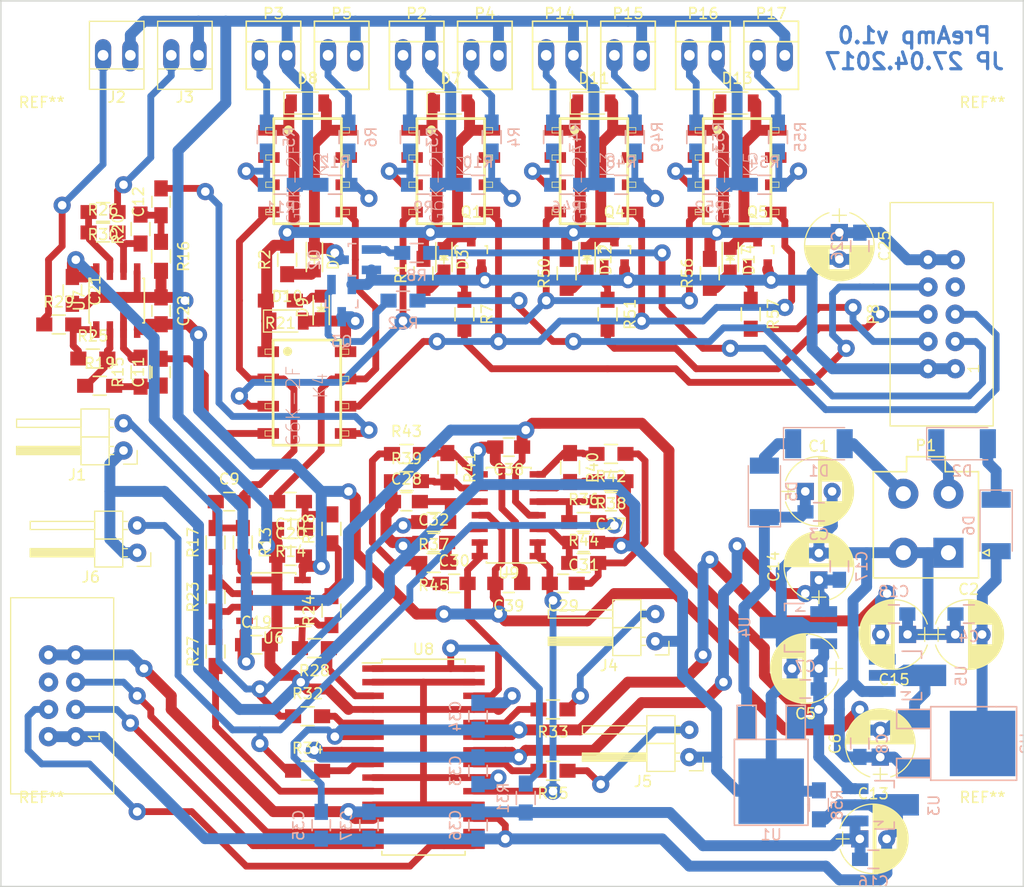
<source format=kicad_pcb>
(kicad_pcb (version 4) (host pcbnew 4.0.6)
  (layers (0 F.Cu signal) (31 B.Cu signal) (34 B.Paste user) (35 F.Paste user) (36 B.SilkS user) (37 F.SilkS user) (38 B.Mask user) (39 F.Mask user) (44 Edge.Cuts user))
  (net 0 "")
  (net 1 "Net-(C1-Pad1)")
  (net 2 GNDA)
  (net 3 "Net-(C2-Pad2)")
  (net 4 +15V)
  (net 5 -15V)
  (net 6 "Net-(C9-Pad1)")
  (net 7 /IN-L)
  (net 8 "Net-(C10-Pad1)")
  (net 9 /IN-R)
  (net 10 "Net-(C11-Pad1)")
  (net 11 /OUT-T-L)
  (net 12 "Net-(C12-Pad1)")
  (net 13 /OUT-T-R)
  (net 14 +5VD)
  (net 15 +5V)
  (net 16 -5V)
  (net 17 VDD)
  (net 18 GND)
  (net 19 "Net-(C27-Pad2)")
  (net 20 "Net-(C28-Pad2)")
  (net 21 "Net-(C29-Pad1)")
  (net 22 "Net-(C30-Pad1)")
  (net 23 "Net-(C31-Pad2)")
  (net 24 "Net-(C32-Pad2)")
  (net 25 "Net-(D1-Pad1)")
  (net 26 "Net-(D1-Pad2)")
  (net 27 "Net-(D2-Pad1)")
  (net 28 "Net-(D2-Pad2)")
  (net 29 "Net-(D3-Pad2)")
  (net 30 "Net-(D3-Pad1)")
  (net 31 "Net-(D4-Pad2)")
  (net 32 "Net-(D4-Pad1)")
  (net 33 "Net-(D9-Pad2)")
  (net 34 "Net-(D10-Pad2)")
  (net 35 "Net-(K1-Pad3)")
  (net 36 /IN13-R)
  (net 37 "Net-(K1-Pad6)")
  (net 38 "Net-(K2-Pad3)")
  (net 39 /IN13-L)
  (net 40 "Net-(K2-Pad6)")
  (net 41 /IN1L)
  (net 42 /INTL)
  (net 43 /IN1R)
  (net 44 /INTR)
  (net 45 /OUT-TB-L)
  (net 46 /OUT-TB-R)
  (net 47 /SELECT-IN1)
  (net 48 /SELECT-INT)
  (net 49 /SELECT-TL)
  (net 50 /OUT-SR)
  (net 51 /OUT-SL)
  (net 52 /CS)
  (net 53 /SCLK)
  (net 54 /SDI)
  (net 55 "Net-(Q1-Pad1)")
  (net 56 "Net-(Q2-Pad1)")
  (net 57 "Net-(Q3-Pad1)")
  (net 58 "Net-(R17-Pad1)")
  (net 59 "Net-(R18-Pad1)")
  (net 60 "Net-(R19-Pad1)")
  (net 61 "Net-(R20-Pad1)")
  (net 62 "Net-(R23-Pad1)")
  (net 63 "Net-(R24-Pad1)")
  (net 64 "Net-(R25-Pad1)")
  (net 65 "Net-(R26-Pad1)")
  (net 66 /IN-B-L)
  (net 67 /IN-B-R)
  (net 68 "Net-(R31-Pad1)")
  (net 69 "Net-(R32-Pad2)")
  (net 70 "Net-(R33-Pad2)")
  (net 71 "Net-(R34-Pad2)")
  (net 72 "Net-(R35-Pad2)")
  (net 73 "Net-(R38-Pad2)")
  (net 74 "Net-(R39-Pad2)")
  (net 75 "Net-(R40-Pad1)")
  (net 76 "Net-(R41-Pad1)")
  (net 77 GNDD)
  (net 78 /SELECT-IN2)
  (net 79 /SELECT-IN3)
  (net 80 "Net-(D11-Pad2)")
  (net 81 "Net-(D12-Pad2)")
  (net 82 "Net-(D13-Pad2)")
  (net 83 "Net-(D14-Pad2)")
  (net 84 "Net-(K3-Pad3)")
  (net 85 "Net-(K3-Pad6)")
  (net 86 "Net-(K5-Pad3)")
  (net 87 "Net-(K5-Pad6)")
  (net 88 /IN2L)
  (net 89 /IN2R)
  (net 90 /IN3L)
  (net 91 /IN3R)
  (net 92 "Net-(Q4-Pad1)")
  (net 93 "Net-(Q5-Pad1)")
  (net 94 SubL)
  (net 95 SubR)
  (net 96 "Net-(K1-Pad2)")
  (net 97 "Net-(K1-Pad7)")
  (net 98 "Net-(K2-Pad2)")
  (net 99 "Net-(K2-Pad7)")
  (net 100 "Net-(K3-Pad2)")
  (net 101 "Net-(K3-Pad7)")
  (net 102 "Net-(K5-Pad2)")
  (net 103 "Net-(K5-Pad7)")
  (net 104 "Net-(P8-Pad7)")
  (net 105 "Net-(P13-Pad6)")
  (net 106 "Net-(U8-Pad16)")
  (net 107 OUT-R)
  (net 108 OUT-L)
  (module Mounting_Holes:MountingHole_3.5mm (layer F.Cu) (at 116.84 104.14)
    (fp_text reference REF** (at 0 -4.5) (layer F.SilkS))
    (fp_text value MountingHole_3.5mm)
    (pad 1 np_thru_hole circle (at 0 0) (size 3.5 3.5) (drill 3.5) (layers *.Cu *.Mask))
  )
  (module Resistors_SMD:R_0805_HandSoldering (layer F.Cu) (at 79.6925 77.7875)
    (fp_text reference R44 (at 0 -2.1) (layer F.SilkS))
    (fp_text value 11k)
    (pad 1 smd rect (at -1.35 0) (size 1.5 1.3) (layers F.Cu F.Paste F.Mask) (net 23 "Net-(C31-Pad2)"))
    (pad 2 smd rect (at 1.35 0) (size 1.5 1.3) (layers F.Cu F.Paste F.Mask) (net 21 "Net-(C29-Pad1)"))
  )
  (module Housings_SOIC:SOIC-8_3.9x4.9mm_Pitch1.27mm (layer F.Cu) (at 36.195 53.34 90)
    (fp_text reference U7 (at 0 -3.5 90) (layer F.SilkS))
    (fp_text value NE5532)
    (pad 1 smd rect (at -2.7 -1.905 90) (size 1.55 0.6) (layers F.Cu F.Paste F.Mask) (net 64 "Net-(R25-Pad1)"))
    (pad 2 smd rect (at -2.7 -0.635 90) (size 1.55 0.6) (layers F.Cu F.Paste F.Mask) (net 60 "Net-(R19-Pad1)"))
    (pad 3 smd rect (at -2.7 0.635 90) (size 1.55 0.6) (layers F.Cu F.Paste F.Mask) (net 2 GNDA))
    (pad 4 smd rect (at -2.7 1.905 90) (size 1.55 0.6) (layers F.Cu F.Paste F.Mask) (net 5 -15V))
    (pad 5 smd rect (at 2.7 1.905 90) (size 1.55 0.6) (layers F.Cu F.Paste F.Mask) (net 2 GNDA))
    (pad 6 smd rect (at 2.7 0.635 90) (size 1.55 0.6) (layers F.Cu F.Paste F.Mask) (net 61 "Net-(R20-Pad1)"))
    (pad 7 smd rect (at 2.7 -0.635 90) (size 1.55 0.6) (layers F.Cu F.Paste F.Mask) (net 65 "Net-(R26-Pad1)"))
    (pad 8 smd rect (at 2.7 -1.905 90) (size 1.55 0.6) (layers F.Cu F.Paste F.Mask) (net 4 +15V))
  )
  (module Capacitors_SMD:C_0805_HandSoldering (layer F.Cu) (at 40.3225 44.1325 90)
    (fp_text reference C12 (at 0 -2.1 90) (layer F.SilkS))
    (fp_text value 1u)
    (pad 1 smd rect (at -1.25 0 90) (size 1.5 1.25) (layers F.Cu F.Paste F.Mask) (net 12 "Net-(C12-Pad1)"))
    (pad 2 smd rect (at 1.25 0 90) (size 1.5 1.25) (layers F.Cu F.Paste F.Mask) (net 13 /OUT-T-R))
  )
  (module Capacitors_SMD:C_0805_HandSoldering (layer B.Cu) (at 101.6 73.025)
    (fp_text reference C3 (at 0 2.1) (layer B.SilkS) (effects (justify mirror)))
    (fp_text value 100n)
    (pad 1 smd rect (at -1.25 0) (size 1.5 1.25) (layers B.Cu B.Paste B.Mask) (net 1 "Net-(C1-Pad1)"))
    (pad 2 smd rect (at 1.25 0) (size 1.5 1.25) (layers B.Cu B.Paste B.Mask) (net 2 GNDA))
  )
  (module Capacitors_SMD:C_0805_HandSoldering (layer B.Cu) (at 115.57 82.55)
    (fp_text reference C4 (at 0 2.1) (layer B.SilkS) (effects (justify mirror)))
    (fp_text value 100n)
    (pad 1 smd rect (at -1.25 0) (size 1.5 1.25) (layers B.Cu B.Paste B.Mask) (net 2 GNDA))
    (pad 2 smd rect (at 1.25 0) (size 1.5 1.25) (layers B.Cu B.Paste B.Mask) (net 3 "Net-(C2-Pad2)"))
  )
  (module Capacitors_SMD:C_0805_HandSoldering (layer B.Cu) (at 100.33 89.535 180)
    (fp_text reference C7 (at 0 2.1 180) (layer B.SilkS) (effects (justify mirror)))
    (fp_text value 100n)
    (pad 1 smd rect (at -1.25 0 180) (size 1.5 1.25) (layers B.Cu B.Paste B.Mask) (net 4 +15V))
    (pad 2 smd rect (at 1.25 0 180) (size 1.5 1.25) (layers B.Cu B.Paste B.Mask) (net 2 GNDA))
  )
  (module Capacitors_SMD:C_0805_HandSoldering (layer B.Cu) (at 105.41 94.615 90)
    (fp_text reference C8 (at 0 2.1 90) (layer B.SilkS) (effects (justify mirror)))
    (fp_text value 100n)
    (pad 1 smd rect (at -1.25 0 90) (size 1.5 1.25) (layers B.Cu B.Paste B.Mask) (net 2 GNDA))
    (pad 2 smd rect (at 1.25 0 90) (size 1.5 1.25) (layers B.Cu B.Paste B.Mask) (net 5 -15V))
  )
  (module Capacitors_SMD:C_0805_HandSoldering (layer F.Cu) (at 46.6725 72.0725)
    (fp_text reference C9 (at 0 -2.1) (layer F.SilkS))
    (fp_text value 1u)
    (pad 1 smd rect (at -1.25 0) (size 1.5 1.25) (layers F.Cu F.Paste F.Mask) (net 6 "Net-(C9-Pad1)"))
    (pad 2 smd rect (at 1.25 0) (size 1.5 1.25) (layers F.Cu F.Paste F.Mask) (net 7 /IN-L))
  )
  (module Capacitors_SMD:C_0805_HandSoldering (layer F.Cu) (at 52.3875 72.0725 180)
    (fp_text reference C10 (at 0 -2.1 180) (layer F.SilkS))
    (fp_text value 1u)
    (pad 1 smd rect (at -1.25 0 180) (size 1.5 1.25) (layers F.Cu F.Paste F.Mask) (net 8 "Net-(C10-Pad1)"))
    (pad 2 smd rect (at 1.25 0 180) (size 1.5 1.25) (layers F.Cu F.Paste F.Mask) (net 9 /IN-R))
  )
  (module Capacitors_SMD:C_0805_HandSoldering (layer F.Cu) (at 40.3225 60.0075 90)
    (fp_text reference C11 (at 0 -2.1 90) (layer F.SilkS))
    (fp_text value 1u)
    (pad 1 smd rect (at -1.25 0 90) (size 1.5 1.25) (layers F.Cu F.Paste F.Mask) (net 10 "Net-(C11-Pad1)"))
    (pad 2 smd rect (at 1.25 0 90) (size 1.5 1.25) (layers F.Cu F.Paste F.Mask) (net 11 /OUT-T-L))
  )
  (module Capacitors_SMD:C_0805_HandSoldering (layer B.Cu) (at 106.68 105.41)
    (fp_text reference C16 (at 0 2.1) (layer B.SilkS) (effects (justify mirror)))
    (fp_text value 100n)
    (pad 1 smd rect (at -1.25 0) (size 1.5 1.25) (layers B.Cu B.Paste B.Mask) (net 14 +5VD))
    (pad 2 smd rect (at 1.25 0) (size 1.5 1.25) (layers B.Cu B.Paste B.Mask) (net 77 GNDD))
  )
  (module Capacitors_SMD:C_0805_HandSoldering (layer B.Cu) (at 103.505 78.105 90)
    (fp_text reference C17 (at 0 2.1 90) (layer B.SilkS) (effects (justify mirror)))
    (fp_text value 100n)
    (pad 1 smd rect (at -1.25 0 90) (size 1.5 1.25) (layers B.Cu B.Paste B.Mask) (net 15 +5V))
    (pad 2 smd rect (at 1.25 0 90) (size 1.5 1.25) (layers B.Cu B.Paste B.Mask) (net 2 GNDA))
  )
  (module Capacitors_SMD:C_0805_HandSoldering (layer B.Cu) (at 108.585 82.55 180)
    (fp_text reference C18 (at 0 2.1 180) (layer B.SilkS) (effects (justify mirror)))
    (fp_text value 100n)
    (pad 1 smd rect (at -1.25 0 180) (size 1.5 1.25) (layers B.Cu B.Paste B.Mask) (net 2 GNDA))
    (pad 2 smd rect (at 1.25 0 180) (size 1.5 1.25) (layers B.Cu B.Paste B.Mask) (net 16 -5V))
  )
  (module Capacitors_SMD:C_0805_HandSoldering (layer F.Cu) (at 49.2125 85.4075)
    (fp_text reference C19 (at 0 -2.1) (layer F.SilkS))
    (fp_text value 100n)
    (pad 1 smd rect (at -1.25 0) (size 1.5 1.25) (layers F.Cu F.Paste F.Mask) (net 4 +15V))
    (pad 2 smd rect (at 1.25 0) (size 1.5 1.25) (layers F.Cu F.Paste F.Mask) (net 2 GNDA))
  )
  (module Capacitors_SMD:C_0805_HandSoldering (layer F.Cu) (at 52.3875 77.1525)
    (fp_text reference C20 (at 0 -2.1) (layer F.SilkS))
    (fp_text value 100n)
    (pad 1 smd rect (at -1.25 0) (size 1.5 1.25) (layers F.Cu F.Paste F.Mask) (net 2 GNDA))
    (pad 2 smd rect (at 1.25 0) (size 1.5 1.25) (layers F.Cu F.Paste F.Mask) (net 5 -15V))
  )
  (module Capacitors_SMD:C_0805_HandSoldering (layer F.Cu) (at 32.0675 52.3875 270)
    (fp_text reference C21 (at 0 -2.1 270) (layer F.SilkS))
    (fp_text value 100n)
    (pad 1 smd rect (at -1.25 0 270) (size 1.5 1.25) (layers F.Cu F.Paste F.Mask) (net 4 +15V))
    (pad 2 smd rect (at 1.25 0 270) (size 1.5 1.25) (layers F.Cu F.Paste F.Mask) (net 2 GNDA))
  )
  (module Capacitors_SMD:C_0805_HandSoldering (layer F.Cu) (at 40.3225 54.2925 270)
    (fp_text reference C22 (at 0 -2.1 270) (layer F.SilkS))
    (fp_text value 100n)
    (pad 1 smd rect (at -1.25 0 270) (size 1.5 1.25) (layers F.Cu F.Paste F.Mask) (net 2 GNDA))
    (pad 2 smd rect (at 1.25 0 270) (size 1.5 1.25) (layers F.Cu F.Paste F.Mask) (net 5 -15V))
  )
  (module Capacitors_SMD:C_0805_HandSoldering (layer B.Cu) (at 105.41 48.26 270)
    (fp_text reference C26 (at 0 2.1 270) (layer B.SilkS) (effects (justify mirror)))
    (fp_text value 100n)
    (pad 1 smd rect (at -1.25 0 270) (size 1.5 1.25) (layers B.Cu B.Paste B.Mask) (net 17 VDD))
    (pad 2 smd rect (at 1.25 0 270) (size 1.5 1.25) (layers B.Cu B.Paste B.Mask) (net 18 GND))
  )
  (module Capacitors_SMD:C_0805_HandSoldering (layer F.Cu) (at 82.2325 72.0725 180)
    (fp_text reference C27 (at 0 -2.1 180) (layer F.SilkS))
    (fp_text value 100n)
    (pad 1 smd rect (at -1.25 0 180) (size 1.5 1.25) (layers F.Cu F.Paste F.Mask) (net 2 GNDA))
    (pad 2 smd rect (at 1.25 0 180) (size 1.5 1.25) (layers F.Cu F.Paste F.Mask) (net 19 "Net-(C27-Pad2)"))
  )
  (module Capacitors_SMD:C_0805_HandSoldering (layer F.Cu) (at 63.1825 72.0725)
    (fp_text reference C28 (at 0 -2.1) (layer F.SilkS))
    (fp_text value 100n)
    (pad 1 smd rect (at -1.25 0) (size 1.5 1.25) (layers F.Cu F.Paste F.Mask) (net 2 GNDA))
    (pad 2 smd rect (at 1.25 0) (size 1.5 1.25) (layers F.Cu F.Paste F.Mask) (net 20 "Net-(C28-Pad2)"))
  )
  (module Capacitors_SMD:C_0805_HandSoldering (layer F.Cu) (at 77.7875 79.6925 180)
    (fp_text reference C29 (at 0 -2.1 180) (layer F.SilkS))
    (fp_text value 470n)
    (pad 1 smd rect (at -1.25 0 180) (size 1.5 1.25) (layers F.Cu F.Paste F.Mask) (net 21 "Net-(C29-Pad1)"))
    (pad 2 smd rect (at 1.25 0 180) (size 1.5 1.25) (layers F.Cu F.Paste F.Mask) (net 94 SubL))
  )
  (module Capacitors_SMD:C_0805_HandSoldering (layer F.Cu) (at 67.6275 79.6925)
    (fp_text reference C30 (at 0 -2.1) (layer F.SilkS))
    (fp_text value 470n)
    (pad 1 smd rect (at -1.25 0) (size 1.5 1.25) (layers F.Cu F.Paste F.Mask) (net 22 "Net-(C30-Pad1)"))
    (pad 2 smd rect (at 1.25 0) (size 1.5 1.25) (layers F.Cu F.Paste F.Mask) (net 95 SubR))
  )
  (module Capacitors_SMD:C_0805_HandSoldering (layer F.Cu) (at 79.6925 75.8825 180)
    (fp_text reference C31 (at 0 -2.1 180) (layer F.SilkS))
    (fp_text value 100n)
    (pad 1 smd rect (at -1.25 0 180) (size 1.5 1.25) (layers F.Cu F.Paste F.Mask) (net 2 GNDA))
    (pad 2 smd rect (at 1.25 0 180) (size 1.5 1.25) (layers F.Cu F.Paste F.Mask) (net 23 "Net-(C31-Pad2)"))
  )
  (module Capacitors_SMD:C_0805_HandSoldering (layer F.Cu) (at 65.7225 75.8825)
    (fp_text reference C32 (at 0 -2.1) (layer F.SilkS))
    (fp_text value 100n)
    (pad 1 smd rect (at -1.25 0) (size 1.5 1.25) (layers F.Cu F.Paste F.Mask) (net 2 GNDA))
    (pad 2 smd rect (at 1.25 0) (size 1.5 1.25) (layers F.Cu F.Paste F.Mask) (net 24 "Net-(C32-Pad2)"))
  )
  (module Capacitors_SMD:C_0805_HandSoldering (layer B.Cu) (at 69.85 97.155 270)
    (fp_text reference C33 (at 0 2.1 270) (layer B.SilkS) (effects (justify mirror)))
    (fp_text value 100n)
    (pad 1 smd rect (at -1.25 0 270) (size 1.5 1.25) (layers B.Cu B.Paste B.Mask) (net 15 +5V))
    (pad 2 smd rect (at 1.25 0 270) (size 1.5 1.25) (layers B.Cu B.Paste B.Mask) (net 2 GNDA))
  )
  (module Capacitors_SMD:C_0805_HandSoldering (layer B.Cu) (at 69.85 92.075 270)
    (fp_text reference C34 (at 0 2.1 270) (layer B.SilkS) (effects (justify mirror)))
    (fp_text value 100n)
    (pad 1 smd rect (at -1.25 0 270) (size 1.5 1.25) (layers B.Cu B.Paste B.Mask) (net 2 GNDA))
    (pad 2 smd rect (at 1.25 0 270) (size 1.5 1.25) (layers B.Cu B.Paste B.Mask) (net 16 -5V))
  )
  (module Capacitors_SMD:C_0805_HandSoldering (layer B.Cu) (at 55.245 102.235 270)
    (fp_text reference C35 (at 0 2.1 270) (layer B.SilkS) (effects (justify mirror)))
    (fp_text value 100n)
    (pad 1 smd rect (at -1.25 0 270) (size 1.5 1.25) (layers B.Cu B.Paste B.Mask) (net 16 -5V))
    (pad 2 smd rect (at 1.25 0 270) (size 1.5 1.25) (layers B.Cu B.Paste B.Mask) (net 77 GNDD))
  )
  (module Capacitors_SMD:C_0805_HandSoldering (layer B.Cu) (at 69.85 102.235 270)
    (fp_text reference C36 (at 0 2.1 270) (layer B.SilkS) (effects (justify mirror)))
    (fp_text value 1u)
    (pad 1 smd rect (at -1.25 0 270) (size 1.5 1.25) (layers B.Cu B.Paste B.Mask) (net 14 +5VD))
    (pad 2 smd rect (at 1.25 0 270) (size 1.5 1.25) (layers B.Cu B.Paste B.Mask) (net 77 GNDD))
  )
  (module Capacitors_SMD:C_0805_HandSoldering (layer B.Cu) (at 59.69 102.235 270)
    (fp_text reference C37 (at 0 2.1 270) (layer B.SilkS) (effects (justify mirror)))
    (fp_text value 100n)
    (pad 1 smd rect (at -1.25 0 270) (size 1.5 1.25) (layers B.Cu B.Paste B.Mask) (net 14 +5VD))
    (pad 2 smd rect (at 1.25 0 270) (size 1.5 1.25) (layers B.Cu B.Paste B.Mask) (net 77 GNDD))
  )
  (module LEDs:LED_0805 (layer F.Cu) (at 66.675 49.53 270)
    (fp_text reference D3 (at 0 -1.75 270) (layer F.SilkS))
    (fp_text value LED)
    (pad 2 smd rect (at 1.04902 0 90) (size 1.19888 1.19888) (layers F.Cu F.Paste F.Mask) (net 29 "Net-(D3-Pad2)"))
    (pad 1 smd rect (at -1.04902 0 90) (size 1.19888 1.19888) (layers F.Cu F.Paste F.Mask) (net 30 "Net-(D3-Pad1)"))
  )
  (module LEDs:LED_0805 (layer F.Cu) (at 54.61 49.53 270)
    (fp_text reference D4 (at 0 -1.75 270) (layer F.SilkS))
    (fp_text value LED)
    (pad 2 smd rect (at 1.04902 0 90) (size 1.19888 1.19888) (layers F.Cu F.Paste F.Mask) (net 31 "Net-(D4-Pad2)"))
    (pad 1 smd rect (at -1.04902 0 90) (size 1.19888 1.19888) (layers F.Cu F.Paste F.Mask) (net 32 "Net-(D4-Pad1)"))
  )
  (module LEDs:LED_0805 (layer F.Cu) (at 55.245 53.975 90)
    (fp_text reference D9 (at 0 -1.75 90) (layer F.SilkS))
    (fp_text value LED)
    (pad 2 smd rect (at 1.04902 0 270) (size 1.19888 1.19888) (layers F.Cu F.Paste F.Mask) (net 33 "Net-(D9-Pad2)"))
    (pad 1 smd rect (at -1.04902 0 270) (size 1.19888 1.19888) (layers F.Cu F.Paste F.Mask) (net 34 "Net-(D10-Pad2)"))
  )
  (module relay:relay-G6K-2F (layer F.Cu) (at 67.31 41.275 270)
    (fp_text reference K1 (at -0.635 -1.27 270) (layer B.SilkS) (effects (font (size 1.27 1.27) (thickness 0.0889))))
    (fp_text value G6K-2F (at 1.27 1.27 270) (layer B.SilkS) (effects (font (size 1.27 1.27) (thickness 0.0889))))
    (pad 1 smd rect (at -3.81 3.59918 270) (size 0.99822 1.99898) (layers F.Cu F.Paste F.Mask) (net 17 VDD))
    (pad 2 smd rect (at -1.27 3.59918 270) (size 0.99822 1.99898) (layers F.Cu F.Paste F.Mask) (net 96 "Net-(K1-Pad2)"))
    (pad 3 smd rect (at 1.27 3.59918 270) (size 0.99822 1.99898) (layers F.Cu F.Paste F.Mask) (net 35 "Net-(K1-Pad3)"))
    (pad 4 smd rect (at 3.81 3.59918 270) (size 0.99822 1.99898) (layers F.Cu F.Paste F.Mask) (net 39 /IN13-L))
    (pad 5 smd rect (at 3.81 -3.59918 270) (size 0.99822 1.99898) (layers F.Cu F.Paste F.Mask) (net 36 /IN13-R))
    (pad 6 smd rect (at 1.27 -3.59918 270) (size 0.99822 1.99898) (layers F.Cu F.Paste F.Mask) (net 37 "Net-(K1-Pad6)"))
    (pad 7 smd rect (at -1.27 -3.59918 270) (size 0.99822 1.99898) (layers F.Cu F.Paste F.Mask) (net 97 "Net-(K1-Pad7)"))
    (pad 8 smd rect (at -3.81 -3.59918 270) (size 0.99822 1.99898) (layers F.Cu F.Paste F.Mask) (net 30 "Net-(D3-Pad1)"))
  )
  (module relay:relay-G6K-2F (layer F.Cu) (at 53.975 41.275 270)
    (fp_text reference K2 (at -0.635 -1.27 270) (layer B.SilkS) (effects (font (size 1.27 1.27) (thickness 0.0889))))
    (fp_text value G6K-2F (at 1.27 1.27 270) (layer B.SilkS) (effects (font (size 1.27 1.27) (thickness 0.0889))))
    (pad 1 smd rect (at -3.81 3.59918 270) (size 0.99822 1.99898) (layers F.Cu F.Paste F.Mask) (net 17 VDD))
    (pad 2 smd rect (at -1.27 3.59918 270) (size 0.99822 1.99898) (layers F.Cu F.Paste F.Mask) (net 98 "Net-(K2-Pad2)"))
    (pad 3 smd rect (at 1.27 3.59918 270) (size 0.99822 1.99898) (layers F.Cu F.Paste F.Mask) (net 38 "Net-(K2-Pad3)"))
    (pad 4 smd rect (at 3.81 3.59918 270) (size 0.99822 1.99898) (layers F.Cu F.Paste F.Mask) (net 7 /IN-L))
    (pad 5 smd rect (at 3.81 -3.59918 270) (size 0.99822 1.99898) (layers F.Cu F.Paste F.Mask) (net 9 /IN-R))
    (pad 6 smd rect (at 1.27 -3.59918 270) (size 0.99822 1.99898) (layers F.Cu F.Paste F.Mask) (net 40 "Net-(K2-Pad6)"))
    (pad 7 smd rect (at -1.27 -3.59918 270) (size 0.99822 1.99898) (layers F.Cu F.Paste F.Mask) (net 99 "Net-(K2-Pad7)"))
    (pad 8 smd rect (at -3.81 -3.59918 270) (size 0.99822 1.99898) (layers F.Cu F.Paste F.Mask) (net 32 "Net-(D4-Pad1)"))
  )
  (module relay:relay-G6K-2F (layer F.Cu) (at 53.9115 61.9125 270)
    (fp_text reference K4 (at -0.635 -1.27 270) (layer B.SilkS) (effects (font (size 1.27 1.27) (thickness 0.0889))))
    (fp_text value G6K-2F (at 1.27 1.27 270) (layer B.SilkS) (effects (font (size 1.27 1.27) (thickness 0.0889))))
    (pad 1 smd rect (at -3.81 3.59918 270) (size 0.99822 1.99898) (layers F.Cu F.Paste F.Mask) (net 17 VDD))
    (pad 2 smd rect (at -1.27 3.59918 270) (size 0.99822 1.99898) (layers F.Cu F.Paste F.Mask) (net 7 /IN-L))
    (pad 3 smd rect (at 1.27 3.59918 270) (size 0.99822 1.99898) (layers F.Cu F.Paste F.Mask) (net 39 /IN13-L))
    (pad 4 smd rect (at 3.81 3.59918 270) (size 0.99822 1.99898) (layers F.Cu F.Paste F.Mask) (net 11 /OUT-T-L))
    (pad 5 smd rect (at 3.81 -3.59918 270) (size 0.99822 1.99898) (layers F.Cu F.Paste F.Mask) (net 13 /OUT-T-R))
    (pad 6 smd rect (at 1.27 -3.59918 270) (size 0.99822 1.99898) (layers F.Cu F.Paste F.Mask) (net 36 /IN13-R))
    (pad 7 smd rect (at -1.27 -3.59918 270) (size 0.99822 1.99898) (layers F.Cu F.Paste F.Mask) (net 9 /IN-R))
    (pad 8 smd rect (at -3.81 -3.59918 270) (size 0.99822 1.99898) (layers F.Cu F.Paste F.Mask) (net 34 "Net-(D10-Pad2)"))
  )
  (module Connectors_Molex:Molex_MiniFit-JR-5556-04A_2x02x4.20mm_Straight (layer F.Cu) (at 113.665 76.835 180)
    (fp_text reference P1 (at 2.1 10 180) (layer F.SilkS))
    (fp_text value A-POWER)
    (pad 1 thru_hole rect (at 0 0 180) (size 2.8 2.8) (drill 1.4) (layers *.Cu *.Mask) (net 2 GNDA))
    (pad 2 thru_hole circle (at 4.2 0 180) (size 2.8 2.8) (drill 1.4) (layers *.Cu *.Mask) (net 2 GNDA))
    (pad 3 thru_hole circle (at 0 5.5 180) (size 2.8 2.8) (drill 1.4) (layers *.Cu *.Mask) (net 27 "Net-(D2-Pad1)"))
    (pad 4 thru_hole circle (at 4.2 5.5 180) (size 2.8 2.8) (drill 1.4) (layers *.Cu *.Mask) (net 26 "Net-(D1-Pad2)"))
  )
  (module Connect:PINHEAD1-2 (layer F.Cu) (at 64.135 30.48)
    (fp_text reference P2 (at 0 -3.9) (layer F.SilkS))
    (fp_text value RSA-IN1L)
    (pad 1 thru_hole oval (at -1.27 0) (size 1.50622 3.01498) (drill 0.99822) (layers *.Cu *.Mask) (net 41 /IN1L))
    (pad 2 thru_hole oval (at 1.27 0) (size 1.50622 3.01498) (drill 0.99822) (layers *.Cu *.Mask) (net 2 GNDA))
  )
  (module Connect:PINHEAD1-2 (layer F.Cu) (at 50.8 30.48)
    (fp_text reference P3 (at 0 -3.9) (layer F.SilkS))
    (fp_text value RSA-INTL)
    (pad 1 thru_hole oval (at -1.27 0) (size 1.50622 3.01498) (drill 0.99822) (layers *.Cu *.Mask) (net 42 /INTL))
    (pad 2 thru_hole oval (at 1.27 0) (size 1.50622 3.01498) (drill 0.99822) (layers *.Cu *.Mask) (net 2 GNDA))
  )
  (module Connect:PINHEAD1-2 (layer F.Cu) (at 70.485 30.48)
    (fp_text reference P4 (at 0 -3.9) (layer F.SilkS))
    (fp_text value RSA-IN1R)
    (pad 1 thru_hole oval (at -1.27 0) (size 1.50622 3.01498) (drill 0.99822) (layers *.Cu *.Mask) (net 43 /IN1R))
    (pad 2 thru_hole oval (at 1.27 0) (size 1.50622 3.01498) (drill 0.99822) (layers *.Cu *.Mask) (net 2 GNDA))
  )
  (module Connect:PINHEAD1-2 (layer F.Cu) (at 57.15 30.48)
    (fp_text reference P5 (at 0 -3.9) (layer F.SilkS))
    (fp_text value RSA-INTR)
    (pad 1 thru_hole oval (at -1.27 0) (size 1.50622 3.01498) (drill 0.99822) (layers *.Cu *.Mask) (net 44 /INTR))
    (pad 2 thru_hole oval (at 1.27 0) (size 1.50622 3.01498) (drill 0.99822) (layers *.Cu *.Mask) (net 2 GNDA))
  )
  (module TO_SOT_Packages_SMD:SOT-23_Handsoldering (layer F.Cu) (at 69.215 48.895)
    (fp_text reference Q1 (at 0 -3.81) (layer F.SilkS))
    (fp_text value BC817)
    (pad 1 smd rect (at -0.95 1.50114) (size 0.8001 1.80086) (layers F.Cu F.Paste F.Mask) (net 55 "Net-(Q1-Pad1)"))
    (pad 2 smd rect (at 0.95 1.50114) (size 0.8001 1.80086) (layers F.Cu F.Paste F.Mask) (net 18 GND))
    (pad 3 smd rect (at 0 -1.50114) (size 0.8001 1.80086) (layers F.Cu F.Paste F.Mask) (net 30 "Net-(D3-Pad1)"))
  )
  (module TO_SOT_Packages_SMD:SOT-23_Handsoldering (layer B.Cu) (at 58.42 49.53 270)
    (fp_text reference Q2 (at 0 3.81 270) (layer B.SilkS) (effects (justify mirror)))
    (fp_text value BC817)
    (pad 1 smd rect (at -0.95 -1.50114 270) (size 0.8001 1.80086) (layers B.Cu B.Paste B.Mask) (net 56 "Net-(Q2-Pad1)"))
    (pad 2 smd rect (at 0.95 -1.50114 270) (size 0.8001 1.80086) (layers B.Cu B.Paste B.Mask) (net 18 GND))
    (pad 3 smd rect (at 0 1.50114 270) (size 0.8001 1.80086) (layers B.Cu B.Paste B.Mask) (net 32 "Net-(D4-Pad1)"))
  )
  (module TO_SOT_Packages_SMD:SOT-23_Handsoldering (layer B.Cu) (at 57.15 53.34)
    (fp_text reference Q3 (at 0 3.81) (layer B.SilkS) (effects (justify mirror)))
    (fp_text value BC817)
    (pad 1 smd rect (at -0.95 -1.50114) (size 0.8001 1.80086) (layers B.Cu B.Paste B.Mask) (net 57 "Net-(Q3-Pad1)"))
    (pad 2 smd rect (at 0.95 -1.50114) (size 0.8001 1.80086) (layers B.Cu B.Paste B.Mask) (net 18 GND))
    (pad 3 smd rect (at 0 1.50114) (size 0.8001 1.80086) (layers B.Cu B.Paste B.Mask) (net 34 "Net-(D10-Pad2)"))
  )
  (module Resistors_SMD:R_0805_HandSoldering (layer F.Cu) (at 64.77 50.8 90)
    (fp_text reference R1 (at 0 -2.1 90) (layer F.SilkS))
    (fp_text value 10k)
    (pad 1 smd rect (at -1.35 0 90) (size 1.5 1.3) (layers F.Cu F.Paste F.Mask) (net 29 "Net-(D3-Pad2)"))
    (pad 2 smd rect (at 1.35 0 90) (size 1.5 1.3) (layers F.Cu F.Paste F.Mask) (net 17 VDD))
  )
  (module Resistors_SMD:R_0805_HandSoldering (layer F.Cu) (at 52.07 49.53 90)
    (fp_text reference R2 (at 0 -2.1 90) (layer F.SilkS))
    (fp_text value 10k)
    (pad 1 smd rect (at -1.35 0 90) (size 1.5 1.3) (layers F.Cu F.Paste F.Mask) (net 31 "Net-(D4-Pad2)"))
    (pad 2 smd rect (at 1.35 0 90) (size 1.5 1.3) (layers F.Cu F.Paste F.Mask) (net 17 VDD))
  )
  (module Resistors_SMD:R_0805_HandSoldering (layer B.Cu) (at 63.5 38.1 90)
    (fp_text reference R3 (at 0 2.1 90) (layer B.SilkS) (effects (justify mirror)))
    (fp_text value X)
    (pad 1 smd rect (at -1.35 0 90) (size 1.5 1.3) (layers B.Cu B.Paste B.Mask) (net 35 "Net-(K1-Pad3)"))
    (pad 2 smd rect (at 1.35 0 90) (size 1.5 1.3) (layers B.Cu B.Paste B.Mask) (net 41 /IN1L))
  )
  (module Resistors_SMD:R_0805_HandSoldering (layer B.Cu) (at 71.12 38.1 90)
    (fp_text reference R4 (at 0 2.1 90) (layer B.SilkS) (effects (justify mirror)))
    (fp_text value X)
    (pad 1 smd rect (at -1.35 0 90) (size 1.5 1.3) (layers B.Cu B.Paste B.Mask) (net 37 "Net-(K1-Pad6)"))
    (pad 2 smd rect (at 1.35 0 90) (size 1.5 1.3) (layers B.Cu B.Paste B.Mask) (net 43 /IN1R))
  )
  (module Resistors_SMD:R_0805_HandSoldering (layer B.Cu) (at 50.165 38.1 90)
    (fp_text reference R5 (at 0 2.1 90) (layer B.SilkS) (effects (justify mirror)))
    (fp_text value X)
    (pad 1 smd rect (at -1.35 0 90) (size 1.5 1.3) (layers B.Cu B.Paste B.Mask) (net 38 "Net-(K2-Pad3)"))
    (pad 2 smd rect (at 1.35 0 90) (size 1.5 1.3) (layers B.Cu B.Paste B.Mask) (net 42 /INTL))
  )
  (module Resistors_SMD:R_0805_HandSoldering (layer B.Cu) (at 57.785 38.1 90)
    (fp_text reference R6 (at 0 2.1 90) (layer B.SilkS) (effects (justify mirror)))
    (fp_text value X)
    (pad 1 smd rect (at -1.35 0 90) (size 1.5 1.3) (layers B.Cu B.Paste B.Mask) (net 40 "Net-(K2-Pad6)"))
    (pad 2 smd rect (at 1.35 0 90) (size 1.5 1.3) (layers B.Cu B.Paste B.Mask) (net 44 /INTR))
  )
  (module Resistors_SMD:R_0805_HandSoldering (layer F.Cu) (at 68.58 54.61 270)
    (fp_text reference R7 (at 0 -2.1 270) (layer F.SilkS))
    (fp_text value 1k)
    (pad 1 smd rect (at -1.35 0 270) (size 1.5 1.3) (layers F.Cu F.Paste F.Mask) (net 55 "Net-(Q1-Pad1)"))
    (pad 2 smd rect (at 1.35 0 270) (size 1.5 1.3) (layers F.Cu F.Paste F.Mask) (net 47 /SELECT-IN1))
  )
  (module Resistors_SMD:R_0805_HandSoldering (layer B.Cu) (at 64.135 48.895)
    (fp_text reference R8 (at 0 2.1) (layer B.SilkS) (effects (justify mirror)))
    (fp_text value 1k)
    (pad 1 smd rect (at -1.35 0) (size 1.5 1.3) (layers B.Cu B.Paste B.Mask) (net 56 "Net-(Q2-Pad1)"))
    (pad 2 smd rect (at 1.35 0) (size 1.5 1.3) (layers B.Cu B.Paste B.Mask) (net 48 /SELECT-INT))
  )
  (module Resistors_SMD:R_0805_HandSoldering (layer B.Cu) (at 64.77 42.545)
    (fp_text reference R9 (at 0 2.1) (layer B.SilkS) (effects (justify mirror)))
    (fp_text value 47k)
    (pad 1 smd rect (at -1.35 0) (size 1.5 1.3) (layers B.Cu B.Paste B.Mask) (net 35 "Net-(K1-Pad3)"))
    (pad 2 smd rect (at 1.35 0) (size 1.5 1.3) (layers B.Cu B.Paste B.Mask) (net 2 GNDA))
  )
  (module Resistors_SMD:R_0805_HandSoldering (layer B.Cu) (at 69.85 42.545 180)
    (fp_text reference R10 (at 0 2.1 180) (layer B.SilkS) (effects (justify mirror)))
    (fp_text value 47k)
    (pad 1 smd rect (at -1.35 0 180) (size 1.5 1.3) (layers B.Cu B.Paste B.Mask) (net 37 "Net-(K1-Pad6)"))
    (pad 2 smd rect (at 1.35 0 180) (size 1.5 1.3) (layers B.Cu B.Paste B.Mask) (net 2 GNDA))
  )
  (module Resistors_SMD:R_0805_HandSoldering (layer B.Cu) (at 51.435 42.545)
    (fp_text reference R11 (at 0 2.1) (layer B.SilkS) (effects (justify mirror)))
    (fp_text value 47k)
    (pad 1 smd rect (at -1.35 0) (size 1.5 1.3) (layers B.Cu B.Paste B.Mask) (net 38 "Net-(K2-Pad3)"))
    (pad 2 smd rect (at 1.35 0) (size 1.5 1.3) (layers B.Cu B.Paste B.Mask) (net 2 GNDA))
  )
  (module Resistors_SMD:R_0805_HandSoldering (layer B.Cu) (at 56.515 42.545 180)
    (fp_text reference R12 (at 0 2.1 180) (layer B.SilkS) (effects (justify mirror)))
    (fp_text value 47k)
    (pad 1 smd rect (at -1.35 0 180) (size 1.5 1.3) (layers B.Cu B.Paste B.Mask) (net 40 "Net-(K2-Pad6)"))
    (pad 2 smd rect (at 1.35 0 180) (size 1.5 1.3) (layers B.Cu B.Paste B.Mask) (net 2 GNDA))
  )
  (module Resistors_SMD:R_0805_HandSoldering (layer F.Cu) (at 47.9425 75.8825 270)
    (fp_text reference R13 (at 0 -2.1 270) (layer F.SilkS))
    (fp_text value 100k)
    (pad 1 smd rect (at -1.35 0 270) (size 1.5 1.3) (layers F.Cu F.Paste F.Mask) (net 6 "Net-(C9-Pad1)"))
    (pad 2 smd rect (at 1.35 0 270) (size 1.5 1.3) (layers F.Cu F.Paste F.Mask) (net 2 GNDA))
  )
  (module Resistors_SMD:R_0805_HandSoldering (layer F.Cu) (at 52.3875 74.6125 180)
    (fp_text reference R14 (at 0 -2.1 180) (layer F.SilkS))
    (fp_text value 100k)
    (pad 1 smd rect (at -1.35 0 180) (size 1.5 1.3) (layers F.Cu F.Paste F.Mask) (net 8 "Net-(C10-Pad1)"))
    (pad 2 smd rect (at 1.35 0 180) (size 1.5 1.3) (layers F.Cu F.Paste F.Mask) (net 2 GNDA))
  )
  (module Resistors_SMD:R_0805_HandSoldering (layer F.Cu) (at 38.4175 60.0075 90)
    (fp_text reference R15 (at 0 -2.1 90) (layer F.SilkS))
    (fp_text value 100k)
    (pad 1 smd rect (at -1.35 0 90) (size 1.5 1.3) (layers F.Cu F.Paste F.Mask) (net 10 "Net-(C11-Pad1)"))
    (pad 2 smd rect (at 1.35 0 90) (size 1.5 1.3) (layers F.Cu F.Paste F.Mask) (net 2 GNDA))
  )
  (module Resistors_SMD:R_0805_HandSoldering (layer F.Cu) (at 40.3225 49.2125 270)
    (fp_text reference R16 (at 0 -2.1 270) (layer F.SilkS))
    (fp_text value 100k)
    (pad 1 smd rect (at -1.35 0 270) (size 1.5 1.3) (layers F.Cu F.Paste F.Mask) (net 12 "Net-(C12-Pad1)"))
    (pad 2 smd rect (at 1.35 0 270) (size 1.5 1.3) (layers F.Cu F.Paste F.Mask) (net 2 GNDA))
  )
  (module Resistors_SMD:R_0805_HandSoldering (layer F.Cu) (at 45.4025 75.8825 90)
    (fp_text reference R17 (at 0 -2.1 90) (layer F.SilkS))
    (fp_text value 47k)
    (pad 1 smd rect (at -1.35 0 90) (size 1.5 1.3) (layers F.Cu F.Paste F.Mask) (net 58 "Net-(R17-Pad1)"))
    (pad 2 smd rect (at 1.35 0 90) (size 1.5 1.3) (layers F.Cu F.Paste F.Mask) (net 6 "Net-(C9-Pad1)"))
  )
  (module Resistors_SMD:R_0805_HandSoldering (layer F.Cu) (at 56.1975 74.6125 90)
    (fp_text reference R18 (at 0 -2.1 90) (layer F.SilkS))
    (fp_text value 47k)
    (pad 1 smd rect (at -1.35 0 90) (size 1.5 1.3) (layers F.Cu F.Paste F.Mask) (net 59 "Net-(R18-Pad1)"))
    (pad 2 smd rect (at 1.35 0 90) (size 1.5 1.3) (layers F.Cu F.Paste F.Mask) (net 8 "Net-(C10-Pad1)"))
  )
  (module Resistors_SMD:R_0805_HandSoldering (layer F.Cu) (at 34.6075 61.2775)
    (fp_text reference R19 (at 0 -2.1) (layer F.SilkS))
    (fp_text value 47k)
    (pad 1 smd rect (at -1.35 0) (size 1.5 1.3) (layers F.Cu F.Paste F.Mask) (net 60 "Net-(R19-Pad1)"))
    (pad 2 smd rect (at 1.35 0) (size 1.5 1.3) (layers F.Cu F.Paste F.Mask) (net 10 "Net-(C11-Pad1)"))
  )
  (module Resistors_SMD:R_0805_HandSoldering (layer F.Cu) (at 38.4175 46.6725 90)
    (fp_text reference R20 (at 0 -2.1 90) (layer F.SilkS))
    (fp_text value 47k)
    (pad 1 smd rect (at -1.35 0 90) (size 1.5 1.3) (layers F.Cu F.Paste F.Mask) (net 61 "Net-(R20-Pad1)"))
    (pad 2 smd rect (at 1.35 0 90) (size 1.5 1.3) (layers F.Cu F.Paste F.Mask) (net 12 "Net-(C12-Pad1)"))
  )
  (module Resistors_SMD:R_0805_HandSoldering (layer F.Cu) (at 51.435 53.34 180)
    (fp_text reference R21 (at 0 -2.1 180) (layer F.SilkS))
    (fp_text value 10k)
    (pad 1 smd rect (at -1.35 0 180) (size 1.5 1.3) (layers F.Cu F.Paste F.Mask) (net 33 "Net-(D9-Pad2)"))
    (pad 2 smd rect (at 1.35 0 180) (size 1.5 1.3) (layers F.Cu F.Paste F.Mask) (net 17 VDD))
  )
  (module Resistors_SMD:R_0805_HandSoldering (layer B.Cu) (at 62.865 53.34)
    (fp_text reference R22 (at 0 2.1) (layer B.SilkS) (effects (justify mirror)))
    (fp_text value 1k)
    (pad 1 smd rect (at -1.35 0) (size 1.5 1.3) (layers B.Cu B.Paste B.Mask) (net 57 "Net-(Q3-Pad1)"))
    (pad 2 smd rect (at 1.35 0) (size 1.5 1.3) (layers B.Cu B.Paste B.Mask) (net 49 /SELECT-TL))
  )
  (module Resistors_SMD:R_0805_HandSoldering (layer F.Cu) (at 45.4025 80.9625 90)
    (fp_text reference R23 (at 0 -2.1 90) (layer F.SilkS))
    (fp_text value 47k)
    (pad 1 smd rect (at -1.35 0 90) (size 1.5 1.3) (layers F.Cu F.Paste F.Mask) (net 62 "Net-(R23-Pad1)"))
    (pad 2 smd rect (at 1.35 0 90) (size 1.5 1.3) (layers F.Cu F.Paste F.Mask) (net 58 "Net-(R17-Pad1)"))
  )
  (module Resistors_SMD:R_0805_HandSoldering (layer F.Cu) (at 56.1975 82.2325 90)
    (fp_text reference R24 (at 0 -2.1 90) (layer F.SilkS))
    (fp_text value 47k)
    (pad 1 smd rect (at -1.35 0 90) (size 1.5 1.3) (layers F.Cu F.Paste F.Mask) (net 63 "Net-(R24-Pad1)"))
    (pad 2 smd rect (at 1.35 0 90) (size 1.5 1.3) (layers F.Cu F.Paste F.Mask) (net 59 "Net-(R18-Pad1)"))
  )
  (module Resistors_SMD:R_0805_HandSoldering (layer F.Cu) (at 33.9725 58.7375)
    (fp_text reference R25 (at 0 -2.1) (layer F.SilkS))
    (fp_text value 47k)
    (pad 1 smd rect (at -1.35 0) (size 1.5 1.3) (layers F.Cu F.Paste F.Mask) (net 64 "Net-(R25-Pad1)"))
    (pad 2 smd rect (at 1.35 0) (size 1.5 1.3) (layers F.Cu F.Paste F.Mask) (net 60 "Net-(R19-Pad1)"))
  )
  (module Resistors_SMD:R_0805_HandSoldering (layer F.Cu) (at 34.925 46.99)
    (fp_text reference R26 (at 0 -2.1) (layer F.SilkS))
    (fp_text value 47k)
    (pad 1 smd rect (at -1.35 0) (size 1.5 1.3) (layers F.Cu F.Paste F.Mask) (net 65 "Net-(R26-Pad1)"))
    (pad 2 smd rect (at 1.35 0) (size 1.5 1.3) (layers F.Cu F.Paste F.Mask) (net 61 "Net-(R20-Pad1)"))
  )
  (module Resistors_SMD:R_0805_HandSoldering (layer F.Cu) (at 45.4025 86.0425 90)
    (fp_text reference R27 (at 0 -2.1 90) (layer F.SilkS))
    (fp_text value 100)
    (pad 1 smd rect (at -1.35 0 90) (size 1.5 1.3) (layers F.Cu F.Paste F.Mask) (net 66 /IN-B-L))
    (pad 2 smd rect (at 1.35 0 90) (size 1.5 1.3) (layers F.Cu F.Paste F.Mask) (net 62 "Net-(R23-Pad1)"))
  )
  (module Resistors_SMD:R_0805_HandSoldering (layer F.Cu) (at 54.61 85.725 180)
    (fp_text reference R28 (at 0 -2.1 180) (layer F.SilkS))
    (fp_text value 100)
    (pad 1 smd rect (at -1.35 0 180) (size 1.5 1.3) (layers F.Cu F.Paste F.Mask) (net 67 /IN-B-R))
    (pad 2 smd rect (at 1.35 0 180) (size 1.5 1.3) (layers F.Cu F.Paste F.Mask) (net 63 "Net-(R24-Pad1)"))
  )
  (module Resistors_SMD:R_0805_HandSoldering (layer F.Cu) (at 30.7975 55.5625)
    (fp_text reference R29 (at 0 -2.1) (layer F.SilkS))
    (fp_text value 100)
    (pad 1 smd rect (at -1.35 0) (size 1.5 1.3) (layers F.Cu F.Paste F.Mask) (net 45 /OUT-TB-L))
    (pad 2 smd rect (at 1.35 0) (size 1.5 1.3) (layers F.Cu F.Paste F.Mask) (net 64 "Net-(R25-Pad1)"))
  )
  (module Resistors_SMD:R_0805_HandSoldering (layer F.Cu) (at 34.925 45.085 180)
    (fp_text reference R30 (at 0 -2.1 180) (layer F.SilkS))
    (fp_text value 100)
    (pad 1 smd rect (at -1.35 0 180) (size 1.5 1.3) (layers F.Cu F.Paste F.Mask) (net 46 /OUT-TB-R))
    (pad 2 smd rect (at 1.35 0 180) (size 1.5 1.3) (layers F.Cu F.Paste F.Mask) (net 65 "Net-(R26-Pad1)"))
  )
  (module Resistors_SMD:R_0805_HandSoldering (layer B.Cu) (at 74.295 99.695 270)
    (fp_text reference R31 (at 0 2.1 270) (layer B.SilkS) (effects (justify mirror)))
    (fp_text value 1k)
    (pad 1 smd rect (at -1.35 0 270) (size 1.5 1.3) (layers B.Cu B.Paste B.Mask) (net 68 "Net-(R31-Pad1)"))
    (pad 2 smd rect (at 1.35 0 270) (size 1.5 1.3) (layers B.Cu B.Paste B.Mask) (net 14 +5VD))
  )
  (module Resistors_SMD:R_0805_HandSoldering (layer F.Cu) (at 53.975 92.075)
    (fp_text reference R32 (at 0 -2.1) (layer F.SilkS))
    (fp_text value 100)
    (pad 1 smd rect (at -1.35 0) (size 1.5 1.3) (layers F.Cu F.Paste F.Mask) (net 107 OUT-R))
    (pad 2 smd rect (at 1.35 0) (size 1.5 1.3) (layers F.Cu F.Paste F.Mask) (net 69 "Net-(R32-Pad2)"))
  )
  (module Resistors_SMD:R_0805_HandSoldering (layer F.Cu) (at 76.835 91.44 180)
    (fp_text reference R33 (at 0 -2.1 180) (layer F.SilkS))
    (fp_text value 100)
    (pad 1 smd rect (at -1.35 0 180) (size 1.5 1.3) (layers F.Cu F.Paste F.Mask) (net 50 /OUT-SR))
    (pad 2 smd rect (at 1.35 0 180) (size 1.5 1.3) (layers F.Cu F.Paste F.Mask) (net 70 "Net-(R33-Pad2)"))
  )
  (module Resistors_SMD:R_0805_HandSoldering (layer F.Cu) (at 53.975 97.155)
    (fp_text reference R34 (at 0 -2.1) (layer F.SilkS))
    (fp_text value 100)
    (pad 1 smd rect (at -1.35 0) (size 1.5 1.3) (layers F.Cu F.Paste F.Mask) (net 108 OUT-L))
    (pad 2 smd rect (at 1.35 0) (size 1.5 1.3) (layers F.Cu F.Paste F.Mask) (net 71 "Net-(R34-Pad2)"))
  )
  (module Resistors_SMD:R_0805_HandSoldering (layer F.Cu) (at 76.835 97.155 180)
    (fp_text reference R35 (at 0 -2.1 180) (layer F.SilkS))
    (fp_text value 100)
    (pad 1 smd rect (at -1.35 0 180) (size 1.5 1.3) (layers F.Cu F.Paste F.Mask) (net 51 /OUT-SL))
    (pad 2 smd rect (at 1.35 0 180) (size 1.5 1.3) (layers F.Cu F.Paste F.Mask) (net 72 "Net-(R35-Pad2)"))
  )
  (module Resistors_SMD:R_0805_HandSoldering (layer F.Cu) (at 79.6925 73.9775)
    (fp_text reference R36 (at 0 -2.1) (layer F.SilkS))
    (fp_text value 15k4)
    (pad 1 smd rect (at -1.35 0) (size 1.5 1.3) (layers F.Cu F.Paste F.Mask) (net 19 "Net-(C27-Pad2)"))
    (pad 2 smd rect (at 1.35 0) (size 1.5 1.3) (layers F.Cu F.Paste F.Mask) (net 108 OUT-L))
  )
  (module Resistors_SMD:R_0805_HandSoldering (layer F.Cu) (at 65.7225 73.9775 180)
    (fp_text reference R37 (at 0 -2.1 180) (layer F.SilkS))
    (fp_text value 15k4)
    (pad 1 smd rect (at -1.35 0 180) (size 1.5 1.3) (layers F.Cu F.Paste F.Mask) (net 20 "Net-(C28-Pad2)"))
    (pad 2 smd rect (at 1.35 0 180) (size 1.5 1.3) (layers F.Cu F.Paste F.Mask) (net 107 OUT-R))
  )
  (module Resistors_SMD:R_0805_HandSoldering (layer F.Cu) (at 82.2325 70.1675 180)
    (fp_text reference R38 (at 0 -2.1 180) (layer F.SilkS))
    (fp_text value 2k2)
    (pad 1 smd rect (at -1.35 0 180) (size 1.5 1.3) (layers F.Cu F.Paste F.Mask) (net 2 GNDA))
    (pad 2 smd rect (at 1.35 0 180) (size 1.5 1.3) (layers F.Cu F.Paste F.Mask) (net 73 "Net-(R38-Pad2)"))
  )
  (module Resistors_SMD:R_0805_HandSoldering (layer F.Cu) (at 63.1825 70.1675)
    (fp_text reference R39 (at 0 -2.1) (layer F.SilkS))
    (fp_text value 2k2)
    (pad 1 smd rect (at -1.35 0) (size 1.5 1.3) (layers F.Cu F.Paste F.Mask) (net 2 GNDA))
    (pad 2 smd rect (at 1.35 0) (size 1.5 1.3) (layers F.Cu F.Paste F.Mask) (net 74 "Net-(R39-Pad2)"))
  )
  (module Resistors_SMD:R_0805_HandSoldering (layer F.Cu) (at 78.4225 68.8975 270)
    (fp_text reference R40 (at 0 -2.1 270) (layer F.SilkS))
    (fp_text value 47k)
    (pad 1 smd rect (at -1.35 0 270) (size 1.5 1.3) (layers F.Cu F.Paste F.Mask) (net 75 "Net-(R40-Pad1)"))
    (pad 2 smd rect (at 1.35 0 270) (size 1.5 1.3) (layers F.Cu F.Paste F.Mask) (net 73 "Net-(R38-Pad2)"))
  )
  (module Resistors_SMD:R_0805_HandSoldering (layer F.Cu) (at 66.9925 68.8975 270)
    (fp_text reference R41 (at 0 -2.1 270) (layer F.SilkS))
    (fp_text value 47k)
    (pad 1 smd rect (at -1.35 0 270) (size 1.5 1.3) (layers F.Cu F.Paste F.Mask) (net 76 "Net-(R41-Pad1)"))
    (pad 2 smd rect (at 1.35 0 270) (size 1.5 1.3) (layers F.Cu F.Paste F.Mask) (net 74 "Net-(R39-Pad2)"))
  )
  (module Resistors_SMD:R_0805_HandSoldering (layer F.Cu) (at 82.2325 67.6275 180)
    (fp_text reference R42 (at 0 -2.1 180) (layer F.SilkS))
    (fp_text value 4k87)
    (pad 1 smd rect (at -1.35 0 180) (size 1.5 1.3) (layers F.Cu F.Paste F.Mask) (net 21 "Net-(C29-Pad1)"))
    (pad 2 smd rect (at 1.35 0 180) (size 1.5 1.3) (layers F.Cu F.Paste F.Mask) (net 75 "Net-(R40-Pad1)"))
  )
  (module Resistors_SMD:R_0805_HandSoldering (layer F.Cu) (at 63.1825 67.6275)
    (fp_text reference R43 (at 0 -2.1) (layer F.SilkS))
    (fp_text value 4k87)
    (pad 1 smd rect (at -1.35 0) (size 1.5 1.3) (layers F.Cu F.Paste F.Mask) (net 22 "Net-(C30-Pad1)"))
    (pad 2 smd rect (at 1.35 0) (size 1.5 1.3) (layers F.Cu F.Paste F.Mask) (net 76 "Net-(R41-Pad1)"))
  )
  (module Resistors_SMD:R_0805_HandSoldering (layer F.Cu) (at 65.7225 77.7875 180)
    (fp_text reference R45 (at 0 -2.1 180) (layer F.SilkS))
    (fp_text value 11k)
    (pad 1 smd rect (at -1.35 0 180) (size 1.5 1.3) (layers F.Cu F.Paste F.Mask) (net 24 "Net-(C32-Pad2)"))
    (pad 2 smd rect (at 1.35 0 180) (size 1.5 1.3) (layers F.Cu F.Paste F.Mask) (net 22 "Net-(C30-Pad1)"))
  )
  (module TO_SOT_Packages_SMD:TO-252-2Lead (layer B.Cu) (at 97.155 92.71)
    (fp_text reference U1 (at 0 10.414) (layer B.SilkS) (effects (justify mirror)))
    (fp_text value 78M15)
    (pad 1 smd rect (at -2.286 0) (size 1.651 3.048) (layers B.Cu B.Paste B.Mask) (net 1 "Net-(C1-Pad1)"))
    (pad 2 smd rect (at 0 6.35) (size 6.096 6.096) (layers B.Cu B.Paste B.Mask) (net 2 GNDA))
    (pad 3 smd rect (at 2.286 0) (size 1.651 3.048) (layers B.Cu B.Paste B.Mask) (net 4 +15V))
  )
  (module TO_SOT_Packages_SMD:TO-252-2Lead (layer B.Cu) (at 110.49 94.615 90)
    (fp_text reference U2 (at 0 10.414 90) (layer B.SilkS) (effects (justify mirror)))
    (fp_text value 79M15)
    (pad 1 smd rect (at -2.286 0 90) (size 1.651 3.048) (layers B.Cu B.Paste B.Mask) (net 2 GNDA))
    (pad 2 smd rect (at 0 6.35 90) (size 6.096 6.096) (layers B.Cu B.Paste B.Mask) (net 3 "Net-(C2-Pad2)"))
    (pad 3 smd rect (at 2.286 0 90) (size 1.651 3.048) (layers B.Cu B.Paste B.Mask) (net 5 -15V))
  )
  (module TO_SOT_Packages_SMD:SOT89-3_Housing_Handsoldering (layer B.Cu) (at 107.315 100.33 90)
    (fp_text reference U3 (at -0.0508 5.00126 90) (layer B.SilkS) (effects (justify mirror)))
    (fp_text value 78L05)
    (pad 1 smd rect (at -1.50114 -2.35204 90) (size 1.00076 2.5019) (layers B.Cu B.Paste B.Mask) (net 14 +5VD))
    (pad 2 smd rect (at 0 -2.35204 90) (size 1.00076 2.5019) (layers B.Cu B.Paste B.Mask) (net 77 GNDD))
    (pad 3 smd rect (at 1.50114 -2.35204 90) (size 1.00076 2.5019) (layers B.Cu B.Paste B.Mask) (net 4 +15V))
    (pad 2 smd rect (at 0 1.6002 90) (size 1.99898 4.0005) (layers B.Cu B.Paste B.Mask) (net 77 GNDD))
    (pad 2 smd trapezoid (at 0 -0.7493 270) (size 1.50114 0.7493) (rect_delta 0 -0.50038) (layers B.Cu B.Paste B.Mask) (net 77 GNDD))
  )
  (module TO_SOT_Packages_SMD:SOT89-3_Housing_Handsoldering (layer B.Cu) (at 99.695 83.82 270)
    (fp_text reference U4 (at -0.0508 5.00126 270) (layer B.SilkS) (effects (justify mirror)))
    (fp_text value 78L05)
    (pad 1 smd rect (at -1.50114 -2.35204 270) (size 1.00076 2.5019) (layers B.Cu B.Paste B.Mask) (net 15 +5V))
    (pad 2 smd rect (at 0 -2.35204 270) (size 1.00076 2.5019) (layers B.Cu B.Paste B.Mask) (net 2 GNDA))
    (pad 3 smd rect (at 1.50114 -2.35204 270) (size 1.00076 2.5019) (layers B.Cu B.Paste B.Mask) (net 4 +15V))
    (pad 2 smd rect (at 0 1.6002 270) (size 1.99898 4.0005) (layers B.Cu B.Paste B.Mask) (net 2 GNDA))
    (pad 2 smd trapezoid (at 0 -0.7493 90) (size 1.50114 0.7493) (rect_delta 0 -0.50038) (layers B.Cu B.Paste B.Mask) (net 2 GNDA))
  )
  (module Housings_SOIC:SOIC-8_3.9x4.9mm_Pitch1.27mm (layer F.Cu) (at 50.8 81.28 180)
    (fp_text reference U6 (at 0 -3.5 180) (layer F.SilkS))
    (fp_text value NE5532)
    (pad 1 smd rect (at -2.7 -1.905 180) (size 1.55 0.6) (layers F.Cu F.Paste F.Mask) (net 63 "Net-(R24-Pad1)"))
    (pad 2 smd rect (at -2.7 -0.635 180) (size 1.55 0.6) (layers F.Cu F.Paste F.Mask) (net 59 "Net-(R18-Pad1)"))
    (pad 3 smd rect (at -2.7 0.635 180) (size 1.55 0.6) (layers F.Cu F.Paste F.Mask) (net 2 GNDA))
    (pad 4 smd rect (at -2.7 1.905 180) (size 1.55 0.6) (layers F.Cu F.Paste F.Mask) (net 5 -15V))
    (pad 5 smd rect (at 2.7 1.905 180) (size 1.55 0.6) (layers F.Cu F.Paste F.Mask) (net 2 GNDA))
    (pad 6 smd rect (at 2.7 0.635 180) (size 1.55 0.6) (layers F.Cu F.Paste F.Mask) (net 58 "Net-(R17-Pad1)"))
    (pad 7 smd rect (at 2.7 -0.635 180) (size 1.55 0.6) (layers F.Cu F.Paste F.Mask) (net 62 "Net-(R23-Pad1)"))
    (pad 8 smd rect (at 2.7 -1.905 180) (size 1.55 0.6) (layers F.Cu F.Paste F.Mask) (net 4 +15V))
  )
  (module Housings_SOIC:SOIC-28_7.5x17.9mm_Pitch1.27mm (layer F.Cu) (at 64.77 95.885)
    (fp_text reference U8 (at 0 -10.05) (layer F.SilkS))
    (fp_text value PGA4311)
    (pad 1 smd rect (at -4.7 -8.255) (size 2 0.6) (layers F.Cu F.Paste F.Mask) (net 68 "Net-(R31-Pad1)"))
    (pad 2 smd rect (at -4.7 -6.985) (size 2 0.6) (layers F.Cu F.Paste F.Mask) (net 2 GNDA))
    (pad 3 smd rect (at -4.7 -5.715) (size 2 0.6) (layers F.Cu F.Paste F.Mask) (net 67 /IN-B-R))
    (pad 4 smd rect (at -4.7 -4.445) (size 2 0.6) (layers F.Cu F.Paste F.Mask) (net 2 GNDA))
    (pad 5 smd rect (at -4.7 -3.175) (size 2 0.6) (layers F.Cu F.Paste F.Mask) (net 69 "Net-(R32-Pad2)"))
    (pad 6 smd rect (at -4.7 -1.905) (size 2 0.6) (layers F.Cu F.Paste F.Mask) (net 16 -5V))
    (pad 7 smd rect (at -4.7 -0.635) (size 2 0.6) (layers F.Cu F.Paste F.Mask) (net 15 +5V))
    (pad 8 smd rect (at -4.7 0.635) (size 2 0.6) (layers F.Cu F.Paste F.Mask) (net 71 "Net-(R34-Pad2)"))
    (pad 9 smd rect (at -4.7 1.905) (size 2 0.6) (layers F.Cu F.Paste F.Mask) (net 2 GNDA))
    (pad 10 smd rect (at -4.7 3.175) (size 2 0.6) (layers F.Cu F.Paste F.Mask) (net 66 /IN-B-L))
    (pad 11 smd rect (at -4.7 4.445) (size 2 0.6) (layers F.Cu F.Paste F.Mask) (net 2 GNDA))
    (pad 12 smd rect (at -4.7 5.715) (size 2 0.6) (layers F.Cu F.Paste F.Mask) (net 14 +5VD))
    (pad 13 smd rect (at -4.7 6.985) (size 2 0.6) (layers F.Cu F.Paste F.Mask) (net 54 /SDI))
    (pad 14 smd rect (at -4.7 8.255) (size 2 0.6) (layers F.Cu F.Paste F.Mask) (net 52 /CS))
    (pad 15 smd rect (at 4.7 8.255) (size 2 0.6) (layers F.Cu F.Paste F.Mask) (net 53 /SCLK))
    (pad 16 smd rect (at 4.7 6.985) (size 2 0.6) (layers F.Cu F.Paste F.Mask) (net 106 "Net-(U8-Pad16)"))
    (pad 17 smd rect (at 4.7 5.715) (size 2 0.6) (layers F.Cu F.Paste F.Mask) (net 77 GNDD))
    (pad 18 smd rect (at 4.7 4.445) (size 2 0.6) (layers F.Cu F.Paste F.Mask) (net 2 GNDA))
    (pad 19 smd rect (at 4.7 3.175) (size 2 0.6) (layers F.Cu F.Paste F.Mask) (net 94 SubL))
    (pad 20 smd rect (at 4.7 1.905) (size 2 0.6) (layers F.Cu F.Paste F.Mask) (net 2 GNDA))
    (pad 21 smd rect (at 4.7 0.635) (size 2 0.6) (layers F.Cu F.Paste F.Mask) (net 72 "Net-(R35-Pad2)"))
    (pad 22 smd rect (at 4.7 -0.635) (size 2 0.6) (layers F.Cu F.Paste F.Mask) (net 15 +5V))
    (pad 23 smd rect (at 4.7 -1.905) (size 2 0.6) (layers F.Cu F.Paste F.Mask) (net 16 -5V))
    (pad 24 smd rect (at 4.7 -3.175) (size 2 0.6) (layers F.Cu F.Paste F.Mask) (net 70 "Net-(R33-Pad2)"))
    (pad 25 smd rect (at 4.7 -4.445) (size 2 0.6) (layers F.Cu F.Paste F.Mask) (net 2 GNDA))
    (pad 26 smd rect (at 4.7 -5.715) (size 2 0.6) (layers F.Cu F.Paste F.Mask) (net 95 SubR))
    (pad 27 smd rect (at 4.7 -6.985) (size 2 0.6) (layers F.Cu F.Paste F.Mask) (net 2 GNDA))
    (pad 28 smd rect (at 4.7 -8.255) (size 2 0.6) (layers F.Cu F.Paste F.Mask) (net 68 "Net-(R31-Pad1)"))
  )
  (module Capacitors_SMD:C_0805_HandSoldering (layer F.Cu) (at 72.7075 66.9925 180)
    (fp_text reference C38 (at 0 -2.1 180) (layer F.SilkS))
    (fp_text value 100n)
    (pad 1 smd rect (at -1.25 0 180) (size 1.5 1.25) (layers F.Cu F.Paste F.Mask) (net 4 +15V))
    (pad 2 smd rect (at 1.25 0 180) (size 1.5 1.25) (layers F.Cu F.Paste F.Mask) (net 2 GNDA))
  )
  (module Capacitors_SMD:C_0805_HandSoldering (layer F.Cu) (at 72.7075 79.6925 180)
    (fp_text reference C39 (at 0 -2.1 180) (layer F.SilkS))
    (fp_text value 100n)
    (pad 1 smd rect (at -1.25 0 180) (size 1.5 1.25) (layers F.Cu F.Paste F.Mask) (net 2 GNDA))
    (pad 2 smd rect (at 1.25 0 180) (size 1.5 1.25) (layers F.Cu F.Paste F.Mask) (net 5 -15V))
  )
  (module TO_SOT_Packages_SMD:SOT89-3_Housing_Handsoldering (layer B.Cu) (at 109.855 88.265 90)
    (fp_text reference U5 (at -0.0508 5.00126 90) (layer B.SilkS) (effects (justify mirror)))
    (fp_text value 79L05)
    (pad 1 smd rect (at -1.50114 -2.35204 90) (size 1.00076 2.5019) (layers B.Cu B.Paste B.Mask) (net 2 GNDA))
    (pad 2 smd rect (at 0 -2.35204 90) (size 1.00076 2.5019) (layers B.Cu B.Paste B.Mask) (net 5 -15V))
    (pad 3 smd rect (at 1.50114 -2.35204 90) (size 1.00076 2.5019) (layers B.Cu B.Paste B.Mask) (net 16 -5V))
    (pad 2 smd rect (at 0 1.6002 90) (size 1.99898 4.0005) (layers B.Cu B.Paste B.Mask) (net 5 -15V))
    (pad 2 smd trapezoid (at 0 -0.7493 270) (size 1.50114 0.7493) (rect_delta 0 -0.50038) (layers B.Cu B.Paste B.Mask) (net 5 -15V))
  )
  (module LEDs:LED_0805 (layer F.Cu) (at 80.01 49.53 270)
    (fp_text reference D12 (at 0 -1.75 270) (layer F.SilkS))
    (fp_text value LED)
    (pad 2 smd rect (at 1.04902 0 90) (size 1.19888 1.19888) (layers F.Cu F.Paste F.Mask) (net 81 "Net-(D12-Pad2)"))
    (pad 1 smd rect (at -1.04902 0 90) (size 1.19888 1.19888) (layers F.Cu F.Paste F.Mask) (net 80 "Net-(D11-Pad2)"))
  )
  (module LEDs:LED_0805 (layer F.Cu) (at 93.345 49.53 270)
    (fp_text reference D14 (at 0 -1.75 270) (layer F.SilkS))
    (fp_text value LED)
    (pad 2 smd rect (at 1.04902 0 90) (size 1.19888 1.19888) (layers F.Cu F.Paste F.Mask) (net 83 "Net-(D14-Pad2)"))
    (pad 1 smd rect (at -1.04902 0 90) (size 1.19888 1.19888) (layers F.Cu F.Paste F.Mask) (net 82 "Net-(D13-Pad2)"))
  )
  (module relay:relay-G6K-2F (layer F.Cu) (at 80.645 41.275 270)
    (fp_text reference K3 (at -0.635 -1.27 270) (layer B.SilkS) (effects (font (size 1.27 1.27) (thickness 0.0889))))
    (fp_text value G6K-2F (at 1.27 1.27 270) (layer B.SilkS) (effects (font (size 1.27 1.27) (thickness 0.0889))))
    (pad 1 smd rect (at -3.81 3.59918 270) (size 0.99822 1.99898) (layers F.Cu F.Paste F.Mask) (net 17 VDD))
    (pad 2 smd rect (at -1.27 3.59918 270) (size 0.99822 1.99898) (layers F.Cu F.Paste F.Mask) (net 100 "Net-(K3-Pad2)"))
    (pad 3 smd rect (at 1.27 3.59918 270) (size 0.99822 1.99898) (layers F.Cu F.Paste F.Mask) (net 84 "Net-(K3-Pad3)"))
    (pad 4 smd rect (at 3.81 3.59918 270) (size 0.99822 1.99898) (layers F.Cu F.Paste F.Mask) (net 39 /IN13-L))
    (pad 5 smd rect (at 3.81 -3.59918 270) (size 0.99822 1.99898) (layers F.Cu F.Paste F.Mask) (net 36 /IN13-R))
    (pad 6 smd rect (at 1.27 -3.59918 270) (size 0.99822 1.99898) (layers F.Cu F.Paste F.Mask) (net 85 "Net-(K3-Pad6)"))
    (pad 7 smd rect (at -1.27 -3.59918 270) (size 0.99822 1.99898) (layers F.Cu F.Paste F.Mask) (net 101 "Net-(K3-Pad7)"))
    (pad 8 smd rect (at -3.81 -3.59918 270) (size 0.99822 1.99898) (layers F.Cu F.Paste F.Mask) (net 80 "Net-(D11-Pad2)"))
  )
  (module relay:relay-G6K-2F (layer F.Cu) (at 93.98 41.275 270)
    (fp_text reference K5 (at -0.635 -1.27 270) (layer B.SilkS) (effects (font (size 1.27 1.27) (thickness 0.0889))))
    (fp_text value G6K-2F (at 1.27 1.27 270) (layer B.SilkS) (effects (font (size 1.27 1.27) (thickness 0.0889))))
    (pad 1 smd rect (at -3.81 3.59918 270) (size 0.99822 1.99898) (layers F.Cu F.Paste F.Mask) (net 17 VDD))
    (pad 2 smd rect (at -1.27 3.59918 270) (size 0.99822 1.99898) (layers F.Cu F.Paste F.Mask) (net 102 "Net-(K5-Pad2)"))
    (pad 3 smd rect (at 1.27 3.59918 270) (size 0.99822 1.99898) (layers F.Cu F.Paste F.Mask) (net 86 "Net-(K5-Pad3)"))
    (pad 4 smd rect (at 3.81 3.59918 270) (size 0.99822 1.99898) (layers F.Cu F.Paste F.Mask) (net 39 /IN13-L))
    (pad 5 smd rect (at 3.81 -3.59918 270) (size 0.99822 1.99898) (layers F.Cu F.Paste F.Mask) (net 36 /IN13-R))
    (pad 6 smd rect (at 1.27 -3.59918 270) (size 0.99822 1.99898) (layers F.Cu F.Paste F.Mask) (net 87 "Net-(K5-Pad6)"))
    (pad 7 smd rect (at -1.27 -3.59918 270) (size 0.99822 1.99898) (layers F.Cu F.Paste F.Mask) (net 103 "Net-(K5-Pad7)"))
    (pad 8 smd rect (at -3.81 -3.59918 270) (size 0.99822 1.99898) (layers F.Cu F.Paste F.Mask) (net 82 "Net-(D13-Pad2)"))
  )
  (module Connect:PINHEAD1-2 (layer F.Cu) (at 77.47 30.48)
    (fp_text reference P14 (at 0 -3.9) (layer F.SilkS))
    (fp_text value RSA-IN2L)
    (pad 1 thru_hole oval (at -1.27 0) (size 1.50622 3.01498) (drill 0.99822) (layers *.Cu *.Mask) (net 88 /IN2L))
    (pad 2 thru_hole oval (at 1.27 0) (size 1.50622 3.01498) (drill 0.99822) (layers *.Cu *.Mask) (net 2 GNDA))
  )
  (module Connect:PINHEAD1-2 (layer F.Cu) (at 83.82 30.48)
    (fp_text reference P15 (at 0 -3.9) (layer F.SilkS))
    (fp_text value RSA-IN2R)
    (pad 1 thru_hole oval (at -1.27 0) (size 1.50622 3.01498) (drill 0.99822) (layers *.Cu *.Mask) (net 89 /IN2R))
    (pad 2 thru_hole oval (at 1.27 0) (size 1.50622 3.01498) (drill 0.99822) (layers *.Cu *.Mask) (net 2 GNDA))
  )
  (module Connect:PINHEAD1-2 (layer F.Cu) (at 90.805 30.48)
    (fp_text reference P16 (at 0 -3.9) (layer F.SilkS))
    (fp_text value RSA-IN3L)
    (pad 1 thru_hole oval (at -1.27 0) (size 1.50622 3.01498) (drill 0.99822) (layers *.Cu *.Mask) (net 90 /IN3L))
    (pad 2 thru_hole oval (at 1.27 0) (size 1.50622 3.01498) (drill 0.99822) (layers *.Cu *.Mask) (net 2 GNDA))
  )
  (module Connect:PINHEAD1-2 (layer F.Cu) (at 97.155 30.48)
    (fp_text reference P17 (at 0 -3.9) (layer F.SilkS))
    (fp_text value RSA-IN3R)
    (pad 1 thru_hole oval (at -1.27 0) (size 1.50622 3.01498) (drill 0.99822) (layers *.Cu *.Mask) (net 91 /IN3R))
    (pad 2 thru_hole oval (at 1.27 0) (size 1.50622 3.01498) (drill 0.99822) (layers *.Cu *.Mask) (net 2 GNDA))
  )
  (module TO_SOT_Packages_SMD:SOT-23_Handsoldering (layer F.Cu) (at 82.55 48.895)
    (fp_text reference Q4 (at 0 -3.81) (layer F.SilkS))
    (fp_text value BC817)
    (pad 1 smd rect (at -0.95 1.50114) (size 0.8001 1.80086) (layers F.Cu F.Paste F.Mask) (net 92 "Net-(Q4-Pad1)"))
    (pad 2 smd rect (at 0.95 1.50114) (size 0.8001 1.80086) (layers F.Cu F.Paste F.Mask) (net 18 GND))
    (pad 3 smd rect (at 0 -1.50114) (size 0.8001 1.80086) (layers F.Cu F.Paste F.Mask) (net 80 "Net-(D11-Pad2)"))
  )
  (module TO_SOT_Packages_SMD:SOT-23_Handsoldering (layer F.Cu) (at 95.885 48.895)
    (fp_text reference Q5 (at 0 -3.81) (layer F.SilkS))
    (fp_text value BC817)
    (pad 1 smd rect (at -0.95 1.50114) (size 0.8001 1.80086) (layers F.Cu F.Paste F.Mask) (net 93 "Net-(Q5-Pad1)"))
    (pad 2 smd rect (at 0.95 1.50114) (size 0.8001 1.80086) (layers F.Cu F.Paste F.Mask) (net 18 GND))
    (pad 3 smd rect (at 0 -1.50114) (size 0.8001 1.80086) (layers F.Cu F.Paste F.Mask) (net 82 "Net-(D13-Pad2)"))
  )
  (module Resistors_SMD:R_0805_HandSoldering (layer B.Cu) (at 78.105 42.545)
    (fp_text reference R46 (at 0 2.1) (layer B.SilkS) (effects (justify mirror)))
    (fp_text value 47k)
    (pad 1 smd rect (at -1.35 0) (size 1.5 1.3) (layers B.Cu B.Paste B.Mask) (net 84 "Net-(K3-Pad3)"))
    (pad 2 smd rect (at 1.35 0) (size 1.5 1.3) (layers B.Cu B.Paste B.Mask) (net 2 GNDA))
  )
  (module Resistors_SMD:R_0805_HandSoldering (layer B.Cu) (at 76.835 38.1 90)
    (fp_text reference R47 (at 0 2.1 90) (layer B.SilkS) (effects (justify mirror)))
    (fp_text value X)
    (pad 1 smd rect (at -1.35 0 90) (size 1.5 1.3) (layers B.Cu B.Paste B.Mask) (net 84 "Net-(K3-Pad3)"))
    (pad 2 smd rect (at 1.35 0 90) (size 1.5 1.3) (layers B.Cu B.Paste B.Mask) (net 88 /IN2L))
  )
  (module Resistors_SMD:R_0805_HandSoldering (layer B.Cu) (at 83.185 42.545 180)
    (fp_text reference R48 (at 0 2.1 180) (layer B.SilkS) (effects (justify mirror)))
    (fp_text value 47k)
    (pad 1 smd rect (at -1.35 0 180) (size 1.5 1.3) (layers B.Cu B.Paste B.Mask) (net 85 "Net-(K3-Pad6)"))
    (pad 2 smd rect (at 1.35 0 180) (size 1.5 1.3) (layers B.Cu B.Paste B.Mask) (net 2 GNDA))
  )
  (module Resistors_SMD:R_0805_HandSoldering (layer B.Cu) (at 84.455 38.1 90)
    (fp_text reference R49 (at 0 2.1 90) (layer B.SilkS) (effects (justify mirror)))
    (fp_text value X)
    (pad 1 smd rect (at -1.35 0 90) (size 1.5 1.3) (layers B.Cu B.Paste B.Mask) (net 85 "Net-(K3-Pad6)"))
    (pad 2 smd rect (at 1.35 0 90) (size 1.5 1.3) (layers B.Cu B.Paste B.Mask) (net 89 /IN2R))
  )
  (module Resistors_SMD:R_0805_HandSoldering (layer F.Cu) (at 78.105 50.8 90)
    (fp_text reference R50 (at 0 -2.1 90) (layer F.SilkS))
    (fp_text value 10k)
    (pad 1 smd rect (at -1.35 0 90) (size 1.5 1.3) (layers F.Cu F.Paste F.Mask) (net 81 "Net-(D12-Pad2)"))
    (pad 2 smd rect (at 1.35 0 90) (size 1.5 1.3) (layers F.Cu F.Paste F.Mask) (net 17 VDD))
  )
  (module Resistors_SMD:R_0805_HandSoldering (layer F.Cu) (at 81.915 54.61 270)
    (fp_text reference R51 (at 0 -2.1 270) (layer F.SilkS))
    (fp_text value 1k)
    (pad 1 smd rect (at -1.35 0 270) (size 1.5 1.3) (layers F.Cu F.Paste F.Mask) (net 92 "Net-(Q4-Pad1)"))
    (pad 2 smd rect (at 1.35 0 270) (size 1.5 1.3) (layers F.Cu F.Paste F.Mask) (net 78 /SELECT-IN2))
  )
  (module Resistors_SMD:R_0805_HandSoldering (layer B.Cu) (at 91.44 42.545)
    (fp_text reference R52 (at 0 2.1) (layer B.SilkS) (effects (justify mirror)))
    (fp_text value 47k)
    (pad 1 smd rect (at -1.35 0) (size 1.5 1.3) (layers B.Cu B.Paste B.Mask) (net 86 "Net-(K5-Pad3)"))
    (pad 2 smd rect (at 1.35 0) (size 1.5 1.3) (layers B.Cu B.Paste B.Mask) (net 2 GNDA))
  )
  (module Resistors_SMD:R_0805_HandSoldering (layer B.Cu) (at 90.17 38.1 90)
    (fp_text reference R53 (at 0 2.1 90) (layer B.SilkS) (effects (justify mirror)))
    (fp_text value X)
    (pad 1 smd rect (at -1.35 0 90) (size 1.5 1.3) (layers B.Cu B.Paste B.Mask) (net 86 "Net-(K5-Pad3)"))
    (pad 2 smd rect (at 1.35 0 90) (size 1.5 1.3) (layers B.Cu B.Paste B.Mask) (net 90 /IN3L))
  )
  (module Resistors_SMD:R_0805_HandSoldering (layer B.Cu) (at 96.52 42.545 180)
    (fp_text reference R54 (at 0 2.1 180) (layer B.SilkS) (effects (justify mirror)))
    (fp_text value 47k)
    (pad 1 smd rect (at -1.35 0 180) (size 1.5 1.3) (layers B.Cu B.Paste B.Mask) (net 87 "Net-(K5-Pad6)"))
    (pad 2 smd rect (at 1.35 0 180) (size 1.5 1.3) (layers B.Cu B.Paste B.Mask) (net 2 GNDA))
  )
  (module Resistors_SMD:R_0805_HandSoldering (layer B.Cu) (at 97.79 38.1 90)
    (fp_text reference R55 (at 0 2.1 90) (layer B.SilkS) (effects (justify mirror)))
    (fp_text value X)
    (pad 1 smd rect (at -1.35 0 90) (size 1.5 1.3) (layers B.Cu B.Paste B.Mask) (net 87 "Net-(K5-Pad6)"))
    (pad 2 smd rect (at 1.35 0 90) (size 1.5 1.3) (layers B.Cu B.Paste B.Mask) (net 91 /IN3R))
  )
  (module Resistors_SMD:R_0805_HandSoldering (layer F.Cu) (at 91.44 50.8 90)
    (fp_text reference R56 (at 0 -2.1 90) (layer F.SilkS))
    (fp_text value 10k)
    (pad 1 smd rect (at -1.35 0 90) (size 1.5 1.3) (layers F.Cu F.Paste F.Mask) (net 83 "Net-(D14-Pad2)"))
    (pad 2 smd rect (at 1.35 0 90) (size 1.5 1.3) (layers F.Cu F.Paste F.Mask) (net 17 VDD))
  )
  (module Resistors_SMD:R_0805_HandSoldering (layer F.Cu) (at 95.25 54.61 270)
    (fp_text reference R57 (at 0 -2.1 270) (layer F.SilkS))
    (fp_text value 1k)
    (pad 1 smd rect (at -1.35 0 270) (size 1.5 1.3) (layers F.Cu F.Paste F.Mask) (net 93 "Net-(Q5-Pad1)"))
    (pad 2 smd rect (at 1.35 0 270) (size 1.5 1.3) (layers F.Cu F.Paste F.Mask) (net 79 /SELECT-IN3))
  )
  (module Housings_SOIC:SOIC-14_3.9x8.7mm_Pitch1.27mm (layer F.Cu) (at 72.7075 73.3425 180)
    (fp_text reference U9 (at 0 -5.375 180) (layer F.SilkS))
    (fp_text value TL074)
    (pad 1 smd rect (at -2.7 -3.81 180) (size 1.5 0.6) (layers F.Cu F.Paste F.Mask) (net 94 SubL))
    (pad 2 smd rect (at -2.7 -2.54 180) (size 1.5 0.6) (layers F.Cu F.Paste F.Mask) (net 94 SubL))
    (pad 3 smd rect (at -2.7 -1.27 180) (size 1.5 0.6) (layers F.Cu F.Paste F.Mask) (net 23 "Net-(C31-Pad2)"))
    (pad 4 smd rect (at -2.7 0 180) (size 1.5 0.6) (layers F.Cu F.Paste F.Mask) (net 4 +15V))
    (pad 5 smd rect (at -2.7 1.27 180) (size 1.5 0.6) (layers F.Cu F.Paste F.Mask) (net 19 "Net-(C27-Pad2)"))
    (pad 6 smd rect (at -2.7 2.54 180) (size 1.5 0.6) (layers F.Cu F.Paste F.Mask) (net 73 "Net-(R38-Pad2)"))
    (pad 7 smd rect (at -2.7 3.81 180) (size 1.5 0.6) (layers F.Cu F.Paste F.Mask) (net 75 "Net-(R40-Pad1)"))
    (pad 8 smd rect (at 2.7 3.81 180) (size 1.5 0.6) (layers F.Cu F.Paste F.Mask) (net 76 "Net-(R41-Pad1)"))
    (pad 9 smd rect (at 2.7 2.54 180) (size 1.5 0.6) (layers F.Cu F.Paste F.Mask) (net 74 "Net-(R39-Pad2)"))
    (pad 10 smd rect (at 2.7 1.27 180) (size 1.5 0.6) (layers F.Cu F.Paste F.Mask) (net 20 "Net-(C28-Pad2)"))
    (pad 11 smd rect (at 2.7 0 180) (size 1.5 0.6) (layers F.Cu F.Paste F.Mask) (net 5 -15V))
    (pad 12 smd rect (at 2.7 -1.27 180) (size 1.5 0.6) (layers F.Cu F.Paste F.Mask) (net 24 "Net-(C32-Pad2)"))
    (pad 13 smd rect (at 2.7 -2.54 180) (size 1.5 0.6) (layers F.Cu F.Paste F.Mask) (net 95 SubR))
    (pad 14 smd rect (at 2.7 -3.81 180) (size 1.5 0.6) (layers F.Cu F.Paste F.Mask) (net 95 SubR))
  )
  (module Mounting_Holes:MountingHole_3.5mm (layer F.Cu) (at 116.84 39.37)
    (fp_text reference REF** (at 0 -4.5) (layer F.SilkS))
    (fp_text value MountingHole_3.5mm)
    (pad 1 np_thru_hole circle (at 0 0) (size 3.5 3.5) (drill 3.5) (layers *.Cu *.Mask))
  )
  (module Mounting_Holes:MountingHole_3.5mm (layer F.Cu) (at 29.21 104.14)
    (fp_text reference REF** (at 0 -4.5) (layer F.SilkS))
    (fp_text value MountingHole_3.5mm)
    (pad 1 np_thru_hole circle (at 0 0) (size 3.5 3.5) (drill 3.5) (layers *.Cu *.Mask))
  )
  (module Mounting_Holes:MountingHole_3.5mm (layer F.Cu) (at 29.21 39.37)
    (fp_text reference REF** (at 0 -4.5) (layer F.SilkS))
    (fp_text value MountingHole_3.5mm)
    (pad 1 np_thru_hole circle (at 0 0) (size 3.5 3.5) (drill 3.5) (layers *.Cu *.Mask))
  )
  (module Capacitors_THT:CP_Radial_D6.3mm_P2.50mm (layer F.Cu) (at 100.33 71.12)
    (fp_text reference C1 (at 1.25 -4.21) (layer F.SilkS))
    (fp_text value 47u)
    (pad 1 thru_hole rect (at 0 0) (size 1.6 1.6) (drill 0.8) (layers *.Cu *.Mask) (net 1 "Net-(C1-Pad1)"))
    (pad 2 thru_hole circle (at 2.5 0) (size 1.6 1.6) (drill 0.8) (layers *.Cu *.Mask) (net 2 GNDA))
  )
  (module Capacitors_THT:CP_Radial_D6.3mm_P2.50mm (layer F.Cu) (at 114.3 84.455)
    (fp_text reference C2 (at 1.25 -4.21) (layer F.SilkS))
    (fp_text value 47u)
    (pad 1 thru_hole rect (at 0 0) (size 1.6 1.6) (drill 0.8) (layers *.Cu *.Mask) (net 2 GNDA))
    (pad 2 thru_hole circle (at 2.5 0) (size 1.6 1.6) (drill 0.8) (layers *.Cu *.Mask) (net 3 "Net-(C2-Pad2)"))
  )
  (module Capacitors_THT:CP_Radial_D6.3mm_P2.50mm (layer F.Cu) (at 101.6 87.63 180)
    (fp_text reference C5 (at 1.25 -4.21 180) (layer F.SilkS))
    (fp_text value 47u)
    (pad 1 thru_hole rect (at 0 0 180) (size 1.6 1.6) (drill 0.8) (layers *.Cu *.Mask) (net 4 +15V))
    (pad 2 thru_hole circle (at 2.5 0 180) (size 1.6 1.6) (drill 0.8) (layers *.Cu *.Mask) (net 2 GNDA))
  )
  (module Capacitors_THT:CP_Radial_D6.3mm_P2.50mm (layer F.Cu) (at 107.315 95.885 90)
    (fp_text reference C6 (at 1.25 -4.21 90) (layer F.SilkS))
    (fp_text value 47u)
    (pad 1 thru_hole rect (at 0 0 90) (size 1.6 1.6) (drill 0.8) (layers *.Cu *.Mask) (net 2 GNDA))
    (pad 2 thru_hole circle (at 2.5 0 90) (size 1.6 1.6) (drill 0.8) (layers *.Cu *.Mask) (net 5 -15V))
  )
  (module Capacitors_THT:CP_Radial_D6.3mm_P2.50mm (layer F.Cu) (at 105.41 103.505)
    (fp_text reference C13 (at 1.25 -4.21) (layer F.SilkS))
    (fp_text value 47u)
    (pad 1 thru_hole rect (at 0 0) (size 1.6 1.6) (drill 0.8) (layers *.Cu *.Mask) (net 14 +5VD))
    (pad 2 thru_hole circle (at 2.5 0) (size 1.6 1.6) (drill 0.8) (layers *.Cu *.Mask) (net 77 GNDD))
  )
  (module Capacitors_THT:CP_Radial_D6.3mm_P2.50mm (layer F.Cu) (at 101.6 79.375 90)
    (fp_text reference C14 (at 1.25 -4.21 90) (layer F.SilkS))
    (fp_text value 47u)
    (pad 1 thru_hole rect (at 0 0 90) (size 1.6 1.6) (drill 0.8) (layers *.Cu *.Mask) (net 15 +5V))
    (pad 2 thru_hole circle (at 2.5 0 90) (size 1.6 1.6) (drill 0.8) (layers *.Cu *.Mask) (net 2 GNDA))
  )
  (module Capacitors_THT:CP_Radial_D6.3mm_P2.50mm (layer F.Cu) (at 109.855 84.455 180)
    (fp_text reference C15 (at 1.25 -4.21 180) (layer F.SilkS))
    (fp_text value 47u)
    (pad 1 thru_hole rect (at 0 0 180) (size 1.6 1.6) (drill 0.8) (layers *.Cu *.Mask) (net 2 GNDA))
    (pad 2 thru_hole circle (at 2.5 0 180) (size 1.6 1.6) (drill 0.8) (layers *.Cu *.Mask) (net 16 -5V))
  )
  (module Capacitors_THT:CP_Radial_D6.3mm_P2.50mm (layer F.Cu) (at 103.505 46.99 270)
    (fp_text reference C25 (at 1.25 -4.21 270) (layer F.SilkS))
    (fp_text value 47u)
    (pad 1 thru_hole rect (at 0 0 270) (size 1.6 1.6) (drill 0.8) (layers *.Cu *.Mask) (net 17 VDD))
    (pad 2 thru_hole circle (at 2.5 0 270) (size 1.6 1.6) (drill 0.8) (layers *.Cu *.Mask) (net 18 GND))
  )
  (module Diodes_SMD:D_MELF_Standard (layer B.Cu) (at 101.6 66.675)
    (fp_text reference D1 (at 0 2.54) (layer B.SilkS) (effects (justify mirror)))
    (fp_text value D)
    (pad 1 smd rect (at -2.4 0) (size 1.5 2.7) (layers B.Cu B.Paste B.Mask) (net 25 "Net-(D1-Pad1)"))
    (pad 2 smd rect (at 2.4 0) (size 1.5 2.7) (layers B.Cu B.Paste B.Mask) (net 26 "Net-(D1-Pad2)"))
  )
  (module Diodes_SMD:D_MELF_Standard (layer B.Cu) (at 114.935 66.675)
    (fp_text reference D2 (at 0 2.54) (layer B.SilkS) (effects (justify mirror)))
    (fp_text value D)
    (pad 1 smd rect (at -2.4 0) (size 1.5 2.7) (layers B.Cu B.Paste B.Mask) (net 27 "Net-(D2-Pad1)"))
    (pad 2 smd rect (at 2.4 0) (size 1.5 2.7) (layers B.Cu B.Paste B.Mask) (net 28 "Net-(D2-Pad2)"))
  )
  (module Diodes_SMD:D_MELF_Standard (layer B.Cu) (at 96.52 71.12 90)
    (fp_text reference D5 (at 0 2.54 90) (layer B.SilkS) (effects (justify mirror)))
    (fp_text value D)
    (pad 1 smd rect (at -2.4 0 90) (size 1.5 2.7) (layers B.Cu B.Paste B.Mask) (net 1 "Net-(C1-Pad1)"))
    (pad 2 smd rect (at 2.4 0 90) (size 1.5 2.7) (layers B.Cu B.Paste B.Mask) (net 25 "Net-(D1-Pad1)"))
  )
  (module Diodes_SMD:D_MELF_Standard (layer B.Cu) (at 118.11 74.295 270)
    (fp_text reference D6 (at 0 2.54 270) (layer B.SilkS) (effects (justify mirror)))
    (fp_text value D)
    (pad 1 smd rect (at -2.4 0 270) (size 1.5 2.7) (layers B.Cu B.Paste B.Mask) (net 28 "Net-(D2-Pad2)"))
    (pad 2 smd rect (at 2.4 0 270) (size 1.5 2.7) (layers B.Cu B.Paste B.Mask) (net 3 "Net-(C2-Pad2)"))
  )
  (module Diodes_SMD:D_1206 (layer F.Cu) (at 67.31 34.925)
    (fp_text reference D7 (at 0 -2.3) (layer F.SilkS))
    (fp_text value 1N4148)
    (pad 1 smd rect (at -1.5 0) (size 1 1.6) (layers F.Cu F.Paste F.Mask) (net 17 VDD))
    (pad 2 smd rect (at 1.5 0) (size 1 1.6) (layers F.Cu F.Paste F.Mask) (net 30 "Net-(D3-Pad1)"))
  )
  (module Diodes_SMD:D_1206 (layer F.Cu) (at 53.975 34.925)
    (fp_text reference D8 (at 0 -2.3) (layer F.SilkS))
    (fp_text value 1N4148)
    (pad 1 smd rect (at -1.5 0) (size 1 1.6) (layers F.Cu F.Paste F.Mask) (net 17 VDD))
    (pad 2 smd rect (at 1.5 0) (size 1 1.6) (layers F.Cu F.Paste F.Mask) (net 32 "Net-(D4-Pad1)"))
  )
  (module Diodes_SMD:D_1206 (layer F.Cu) (at 52.07 55.245)
    (fp_text reference D10 (at 0 -2.3) (layer F.SilkS))
    (fp_text value 1N4148)
    (pad 1 smd rect (at -1.5 0) (size 1 1.6) (layers F.Cu F.Paste F.Mask) (net 17 VDD))
    (pad 2 smd rect (at 1.5 0) (size 1 1.6) (layers F.Cu F.Paste F.Mask) (net 34 "Net-(D10-Pad2)"))
  )
  (module Diodes_SMD:D_1206 (layer F.Cu) (at 80.645 34.925)
    (fp_text reference D11 (at 0 -2.3) (layer F.SilkS))
    (fp_text value 1N4148)
    (pad 1 smd rect (at -1.5 0) (size 1 1.6) (layers F.Cu F.Paste F.Mask) (net 17 VDD))
    (pad 2 smd rect (at 1.5 0) (size 1 1.6) (layers F.Cu F.Paste F.Mask) (net 80 "Net-(D11-Pad2)"))
  )
  (module Diodes_SMD:D_1206 (layer F.Cu) (at 93.98 34.925)
    (fp_text reference D13 (at 0 -2.3) (layer F.SilkS))
    (fp_text value 1N4148)
    (pad 1 smd rect (at -1.5 0) (size 1 1.6) (layers F.Cu F.Paste F.Mask) (net 17 VDD))
    (pad 2 smd rect (at 1.5 0) (size 1 1.6) (layers F.Cu F.Paste F.Mask) (net 82 "Net-(D13-Pad2)"))
  )
  (module Resistors_SMD:R_0805_HandSoldering (layer B.Cu) (at 101.6 100.33 90)
    (fp_text reference R58 (at 0 1.7 90) (layer B.SilkS) (effects (justify mirror)))
    (fp_text value 0)
    (pad 1 smd rect (at -1.35 0 90) (size 1.5 1.3) (layers B.Cu B.Paste B.Mask) (net 77 GNDD))
    (pad 2 smd rect (at 1.35 0 90) (size 1.5 1.3) (layers B.Cu B.Paste B.Mask) (net 2 GNDA))
  )
  (module Pin_Headers:Pin_Header_Angled_1x02_Pitch2.54mm (layer F.Cu) (at 36.83 67.31 180)
    (fp_text reference J1 (at 4.315 -2.27 180) (layer F.SilkS))
    (fp_text value CONN_01X02)
    (pad 1 thru_hole oval (at 0 0 180) (size 1.7 1.7) (drill 0.8) (layers *.Cu *.Mask) (net 2 GNDA))
    (pad 2 thru_hole oval (at 0 2.54 180) (size 1.7 1.7) (drill 0.8) (layers *.Cu *.Mask) (net 107 OUT-R))
  )
  (module Pin_Headers:Pin_Header_Angled_1x02_Pitch2.54mm (layer F.Cu) (at 86.36 85.09 180)
    (fp_text reference J4 (at 4.315 -2.27 180) (layer F.SilkS))
    (fp_text value CONN_01X02)
    (pad 1 thru_hole oval (at 0 0 180) (size 1.7 1.7) (drill 0.8) (layers *.Cu *.Mask) (net 2 GNDA))
    (pad 2 thru_hole oval (at 0 2.54 180) (size 1.7 1.7) (drill 0.8) (layers *.Cu *.Mask) (net 50 /OUT-SR))
  )
  (module Pin_Headers:Pin_Header_Angled_1x02_Pitch2.54mm (layer F.Cu) (at 89.535 95.885 180)
    (fp_text reference J5 (at 4.315 -2.27 180) (layer F.SilkS))
    (fp_text value CONN_01X02)
    (pad 1 thru_hole oval (at 0 0 180) (size 1.7 1.7) (drill 0.8) (layers *.Cu *.Mask) (net 2 GNDA))
    (pad 2 thru_hole oval (at 0 2.54 180) (size 1.7 1.7) (drill 0.8) (layers *.Cu *.Mask) (net 51 /OUT-SL))
  )
  (module Pin_Headers:Pin_Header_Angled_1x02_Pitch2.54mm (layer F.Cu) (at 38.1 76.835 180)
    (fp_text reference J6 (at 4.315 -2.27 180) (layer F.SilkS))
    (fp_text value CONN_01X02)
    (pad 1 thru_hole oval (at 0 0 180) (size 1.7 1.7) (drill 0.8) (layers *.Cu *.Mask) (net 2 GNDA))
    (pad 2 thru_hole oval (at 0 2.54 180) (size 1.7 1.7) (drill 0.8) (layers *.Cu *.Mask) (net 108 OUT-L))
  )
  (module Connectors:PINHEAD1-2 (layer F.Cu) (at 37.465 30.48 180)
    (fp_text reference J2 (at 1.27 -3.9 180) (layer F.SilkS))
    (fp_text value CONN_01X02)
    (pad 1 thru_hole oval (at 0 0 180) (size 1.51 3.01) (drill 1) (layers *.Cu *.Mask) (net 2 GNDA))
    (pad 2 thru_hole oval (at 2.54 0 180) (size 1.51 3.01) (drill 1) (layers *.Cu *.Mask) (net 45 /OUT-TB-L))
  )
  (module Connectors:PINHEAD1-2 (layer F.Cu) (at 43.815 30.48 180)
    (fp_text reference J3 (at 1.27 -3.9 180) (layer F.SilkS))
    (fp_text value CONN_01X02)
    (pad 1 thru_hole oval (at 0 0 180) (size 1.51 3.01) (drill 1) (layers *.Cu *.Mask) (net 2 GNDA))
    (pad 2 thru_hole oval (at 2.54 0 180) (size 1.51 3.01) (drill 1) (layers *.Cu *.Mask) (net 46 /OUT-TB-R))
  )
  (module Connectors:IDC_Header_Straight_10pins (layer F.Cu) (at 114.3 59.69 90)
    (fp_text reference P8 (at 5.08 -7.62 90) (layer F.SilkS))
    (fp_text value CTRL_RELAYS)
    (fp_text user 1 (at 0.02 1.72 90) (layer F.SilkS) (effects (font (thickness 0.12))))
    (pad 1 thru_hole oval (at 0 0 90) (size 1.8 1.8) (drill 0.8) (layers *.Cu *.Mask) (net 18 GND))
    (pad 2 thru_hole oval (at 0 -2.54 90) (size 1.8 1.8) (drill 0.8) (layers *.Cu *.Mask) (net 18 GND))
    (pad 3 thru_hole oval (at 2.54 0 90) (size 1.8 1.8) (drill 0.8) (layers *.Cu *.Mask) (net 49 /SELECT-TL))
    (pad 4 thru_hole oval (at 2.54 -2.54 90) (size 1.8 1.8) (drill 0.8) (layers *.Cu *.Mask) (net 79 /SELECT-IN3))
    (pad 5 thru_hole oval (at 5.08 0 90) (size 1.8 1.8) (drill 0.8) (layers *.Cu *.Mask) (net 48 /SELECT-INT))
    (pad 6 thru_hole oval (at 5.08 -2.54 90) (size 1.8 1.8) (drill 0.8) (layers *.Cu *.Mask) (net 78 /SELECT-IN2))
    (pad 7 thru_hole oval (at 7.62 0 90) (size 1.8 1.8) (drill 0.8) (layers *.Cu *.Mask) (net 104 "Net-(P8-Pad7)"))
    (pad 8 thru_hole oval (at 7.62 -2.54 90) (size 1.8 1.8) (drill 0.8) (layers *.Cu *.Mask) (net 47 /SELECT-IN1))
    (pad 9 thru_hole oval (at 10.16 0 90) (size 1.8 1.8) (drill 0.8) (layers *.Cu *.Mask) (net 17 VDD))
    (pad 10 thru_hole oval (at 10.16 -2.54 90) (size 1.8 1.8) (drill 0.8) (layers *.Cu *.Mask) (net 17 VDD))
  )
  (module Connectors:IDC_Header_Straight_8pins (layer F.Cu) (at 32.385 93.98 90)
    (fp_text reference P13 (at 4 -7.5 90) (layer F.SilkS))
    (fp_text value CTRL_VOLUME)
    (fp_text user 1 (at 0.02 1.72 90) (layer F.SilkS) (effects (font (thickness 0.12))))
    (pad 1 thru_hole oval (at 0 0 90) (size 1.8 1.8) (drill 0.8) (layers *.Cu *.Mask) (net 77 GNDD))
    (pad 2 thru_hole oval (at 0 -2.54 90) (size 1.8 1.8) (drill 0.8) (layers *.Cu *.Mask) (net 77 GNDD))
    (pad 3 thru_hole oval (at 2.54 0 90) (size 1.8 1.8) (drill 0.8) (layers *.Cu *.Mask) (net 52 /CS))
    (pad 4 thru_hole oval (at 2.54 -2.54 90) (size 1.8 1.8) (drill 0.8) (layers *.Cu *.Mask) (net 53 /SCLK))
    (pad 5 thru_hole oval (at 5.08 0 90) (size 1.8 1.8) (drill 0.8) (layers *.Cu *.Mask) (net 54 /SDI))
    (pad 6 thru_hole oval (at 5.08 -2.54 90) (size 1.8 1.8) (drill 0.8) (layers *.Cu *.Mask) (net 105 "Net-(P13-Pad6)"))
    (pad 7 thru_hole oval (at 7.62 0 90) (size 1.8 1.8) (drill 0.8) (layers *.Cu *.Mask) (net 14 +5VD))
    (pad 8 thru_hole oval (at 7.62 -2.54 90) (size 1.8 1.8) (drill 0.8) (layers *.Cu *.Mask) (net 14 +5VD))
  )
  (gr_text "PreAmp v1.0\nJP 27.04.2017" (at 110.49 29.845) (layer B.Cu) (effects (font (size 1.5 1.5) (thickness 0.3)) (justify mirror)))
  (gr_line (start 120.65 107.95) (end 25.4 107.95) (angle 90) (layer Edge.Cuts) (width 0.15))
  (gr_line (start 120.65 25.4) (end 120.65 107.95) (angle 90) (layer Edge.Cuts) (width 0.15))
  (gr_line (start 25.4 25.4) (end 120.65 25.4) (angle 90) (layer Edge.Cuts) (width 0.15))
  (gr_line (start 25.4 107.95) (end 25.4 25.4) (angle 90) (layer Edge.Cuts) (width 0.15))
  (segment (start 94.615 89.535) (end 94.869 89.789) (width 1.016) (layer B.Cu) (net 1))
  (segment (start 94.869 89.789) (end 94.869 92.71) (width 1.016) (layer B.Cu) (net 1))
  (segment (start 96.52 73.52) (end 99.855 73.52) (width 1.016) (layer B.Cu) (net 1))
  (segment (start 99.855 73.52) (end 100.35 73.025) (width 1.016) (layer B.Cu) (net 1))
  (segment (start 96.52 73.52) (end 96.52 80.01) (width 1.016) (layer B.Cu) (net 1))
  (segment (start 96.52 80.01) (end 94.615 81.915) (width 1.016) (layer B.Cu) (net 1))
  (segment (start 94.615 81.915) (end 94.615 89.535) (width 1.016) (layer B.Cu) (net 1))
  (segment (start 94.869 92.71) (end 94.869 92.329) (width 1.016) (layer B.Cu) (net 1))
  (segment (start 100.33 71.12) (end 100.33 73.005) (width 1.016) (layer B.Cu) (net 1))
  (segment (start 100.33 73.005) (end 100.35 73.025) (width 1.016) (layer B.Cu) (net 1))
  (segment (start 100.33 73.045) (end 100.35 73.025) (width 1.016) (layer B.Cu) (net 1))
  (segment (start 42.545 53.34) (end 41.91 53.975) (width 1.016) (layer B.Cu) (net 2))
  (segment (start 42.545 64.77) (end 41.91 64.135) (width 1.016) (layer B.Cu) (net 2))
  (segment (start 41.91 64.135) (end 41.91 53.975) (width 1.016) (layer B.Cu) (net 2))
  (segment (start 41.91 39.37) (end 42.545 38.735) (width 1.016) (layer B.Cu) (net 2))
  (segment (start 41.91 53.975) (end 41.91 39.37) (width 1.016) (layer B.Cu) (net 2))
  (segment (start 42.545 38.735) (end 46.355 34.925) (width 1.016) (layer B.Cu) (net 2))
  (segment (start 46.355 34.925) (end 46.355 27.305) (width 1.016) (layer B.Cu) (net 2))
  (segment (start 50.165 74.295) (end 50.165 72.39) (width 1.016) (layer B.Cu) (net 2))
  (segment (start 50.165 76.2) (end 50.165 74.295) (width 1.016) (layer B.Cu) (net 2))
  (segment (start 42.2475 53.0425) (end 40.3225 53.0425) (width 1.016) (layer F.Cu) (net 2))
  (segment (start 42.545 53.34) (end 42.2475 53.0425) (width 1.016) (layer F.Cu) (net 2))
  (via (at 42.545 53.34) (size 1.6) (drill 0.8) (layers F.Cu B.Cu) (net 2))
  (segment (start 50.165 72.39) (end 42.545 64.77) (width 1.016) (layer B.Cu) (net 2))
  (segment (start 40.64 71.12) (end 43.815 74.295) (width 1.016) (layer B.Cu) (net 2))
  (segment (start 35.56 71.12) (end 40.64 71.12) (width 1.016) (layer B.Cu) (net 2))
  (segment (start 43.815 74.295) (end 43.815 87.63) (width 1.016) (layer B.Cu) (net 2))
  (segment (start 86.36 85.09) (end 88.9 85.09) (width 1.016) (layer B.Cu) (net 2))
  (segment (start 88.9 80.645) (end 88.9 85.09) (width 1.016) (layer B.Cu) (net 2))
  (segment (start 88.9 85.09) (end 88.9 88.265) (width 1.016) (layer B.Cu) (net 2))
  (segment (start 88.9 88.265) (end 92.075 91.44) (width 1.016) (layer B.Cu) (net 2))
  (segment (start 88.9 80.645) (end 84.455 76.2) (width 1.016) (layer B.Cu) (net 2))
  (segment (start 92.075 91.44) (end 92.075 95.885) (width 1.016) (layer B.Cu) (net 2))
  (segment (start 83.185 76.2) (end 84.455 76.2) (width 1.016) (layer B.Cu) (net 2))
  (segment (start 84.455 76.2) (end 84.455 74.93) (width 1.016) (layer B.Cu) (net 2))
  (segment (start 50.4625 85.4075) (end 50.4625 87.2925) (width 1.016) (layer F.Cu) (net 2))
  (segment (start 52.705 88.265) (end 53.34 88.9) (width 1.016) (layer F.Cu) (net 2))
  (segment (start 51.435 88.265) (end 52.705 88.265) (width 1.016) (layer F.Cu) (net 2))
  (segment (start 50.4625 87.2925) (end 51.435 88.265) (width 1.016) (layer F.Cu) (net 2))
  (via (at 53.34 88.9) (size 1.6) (drill 0.8) (layers F.Cu B.Cu) (net 2))
  (segment (start 53.34 88.9) (end 53.975 89.535) (width 1.016) (layer F.Cu) (net 2))
  (segment (start 53.975 89.535) (end 55.88 89.535) (width 1.016) (layer F.Cu) (net 2))
  (segment (start 97.155 99.06) (end 101.52 99.06) (width 1.016) (layer B.Cu) (net 2))
  (segment (start 101.52 99.06) (end 101.6 98.98) (width 1.016) (layer B.Cu) (net 2))
  (segment (start 97.79 99.695) (end 97.155 99.06) (width 1.016) (layer B.Cu) (net 2))
  (segment (start 92.075 95.885) (end 92.075 97.155) (width 1.016) (layer B.Cu) (net 2))
  (segment (start 93.98 99.06) (end 97.155 99.06) (width 1.016) (layer B.Cu) (net 2))
  (segment (start 92.075 97.155) (end 93.98 99.06) (width 1.016) (layer B.Cu) (net 2))
  (segment (start 63.5 76.835) (end 64.135 76.2) (width 1.016) (layer B.Cu) (net 2))
  (segment (start 62.865 76.2) (end 63.5 76.835) (width 1.016) (layer B.Cu) (net 2))
  (segment (start 62.865 77.47) (end 63.5 76.835) (width 1.016) (layer B.Cu) (net 2))
  (segment (start 69.85 70.485) (end 82.55 70.485) (width 1.016) (layer B.Cu) (net 2))
  (segment (start 82.55 70.485) (end 84.455 72.39) (width 1.016) (layer B.Cu) (net 2))
  (segment (start 84.455 72.39) (end 84.455 74.93) (width 1.016) (layer B.Cu) (net 2))
  (segment (start 83.185 76.2) (end 83.185 75.8825) (width 1.016) (layer F.Cu) (net 2))
  (via (at 83.185 76.2) (size 1.5) (drill 0.8) (layers F.Cu B.Cu) (net 2))
  (segment (start 70.1675 66.9925) (end 71.4575 66.9925) (width 1.016) (layer F.Cu) (net 2))
  (segment (start 69.85 67.31) (end 70.1675 66.9925) (width 1.016) (layer F.Cu) (net 2))
  (via (at 69.85 67.31) (size 1.5) (drill 0.8) (layers F.Cu B.Cu) (net 2))
  (segment (start 69.85 70.485) (end 69.85 67.31) (width 1.016) (layer B.Cu) (net 2))
  (segment (start 64.135 76.2) (end 69.85 70.485) (width 1.016) (layer B.Cu) (net 2))
  (segment (start 57.785 91.44) (end 55.88 89.535) (width 1.016) (layer F.Cu) (net 2))
  (segment (start 60.07 91.44) (end 57.785 91.44) (width 0.635) (layer F.Cu) (net 2))
  (segment (start 55.88 89.535) (end 55.88 89.535) (width 1.016) (layer F.Cu) (net 2))
  (segment (start 50.8 91.44) (end 53.34 88.9) (width 1.016) (layer B.Cu) (net 2))
  (segment (start 47.625 91.44) (end 50.8 91.44) (width 1.016) (layer B.Cu) (net 2))
  (segment (start 46.99 90.805) (end 47.625 91.44) (width 1.016) (layer B.Cu) (net 2))
  (segment (start 43.815 87.63) (end 46.99 90.805) (width 1.016) (layer B.Cu) (net 2))
  (segment (start 53.34 88.9) (end 61.595 80.645) (width 1.016) (layer B.Cu) (net 2))
  (segment (start 61.595 80.645) (end 61.595 78.74) (width 1.016) (layer B.Cu) (net 2))
  (segment (start 61.595 78.74) (end 62.865 77.47) (width 1.016) (layer B.Cu) (net 2))
  (segment (start 63.1825 75.8825) (end 64.4725 75.8825) (width 1.016) (layer F.Cu) (net 2))
  (segment (start 62.865 76.2) (end 63.1825 75.8825) (width 1.016) (layer F.Cu) (net 2))
  (via (at 62.865 76.2) (size 1.5) (drill 0.8) (layers F.Cu B.Cu) (net 2))
  (segment (start 38.1 76.835) (end 36.83 76.835) (width 1.016) (layer B.Cu) (net 2))
  (segment (start 36.83 76.835) (end 35.56 75.565) (width 1.016) (layer B.Cu) (net 2))
  (segment (start 36.83 67.31) (end 36.83 67.31) (width 1.016) (layer B.Cu) (net 2))
  (segment (start 35.56 68.58) (end 36.83 67.31) (width 1.016) (layer B.Cu) (net 2))
  (segment (start 89.535 95.885) (end 92.075 95.885) (width 1.016) (layer B.Cu) (net 2))
  (segment (start 111.76 84.455) (end 111.76 76.835) (width 1.016) (layer B.Cu) (net 2))
  (segment (start 97.155 99.06) (end 97.155 90.805) (width 1.016) (layer B.Cu) (net 2))
  (segment (start 97.79 89.535) (end 99.08 89.535) (width 1.016) (layer B.Cu) (net 2))
  (segment (start 97.155 90.17) (end 97.79 89.535) (width 1.016) (layer B.Cu) (net 2))
  (segment (start 97.155 90.805) (end 97.155 90.17) (width 1.016) (layer B.Cu) (net 2))
  (segment (start 99.1 87.63) (end 99.1 86.4) (width 1.016) (layer B.Cu) (net 2))
  (segment (start 99.1 86.4) (end 98.0948 85.3948) (width 1.016) (layer B.Cu) (net 2))
  (segment (start 109.601 96.901) (end 108.585 95.885) (width 1.016) (layer B.Cu) (net 2))
  (segment (start 108.585 95.885) (end 107.315 95.885) (width 1.016) (layer B.Cu) (net 2))
  (segment (start 107.315 95.885) (end 105.43 95.885) (width 1.016) (layer B.Cu) (net 2))
  (segment (start 104.775 88.9) (end 103.505 90.17) (width 1.016) (layer B.Cu) (net 2))
  (segment (start 103.505 95.25) (end 103.505 91.44) (width 1.016) (layer B.Cu) (net 2))
  (segment (start 104.12 95.865) (end 103.505 95.25) (width 1.016) (layer B.Cu) (net 2))
  (segment (start 105.41 95.865) (end 104.12 95.865) (width 1.016) (layer B.Cu) (net 2))
  (segment (start 103.505 90.17) (end 103.505 91.44) (width 1.016) (layer B.Cu) (net 2))
  (segment (start 107.50296 89.76614) (end 105.64114 89.76614) (width 1.016) (layer B.Cu) (net 2))
  (segment (start 105.64114 89.76614) (end 104.775 88.9) (width 1.016) (layer B.Cu) (net 2))
  (segment (start 96.52 98.425) (end 97.155 99.06) (width 1.016) (layer B.Cu) (net 2))
  (segment (start 96.52 99.695) (end 97.155 99.06) (width 1.016) (layer B.Cu) (net 2))
  (segment (start 106.045 80.01) (end 106.045 76.835) (width 1.016) (layer B.Cu) (net 2))
  (segment (start 104.775 88.9) (end 104.775 81.28) (width 1.016) (layer B.Cu) (net 2))
  (segment (start 104.775 81.28) (end 106.045 80.01) (width 1.016) (layer B.Cu) (net 2))
  (segment (start 109.855 84.455) (end 109.855 82.57) (width 1.016) (layer B.Cu) (net 2))
  (segment (start 109.855 82.57) (end 109.835 82.55) (width 1.016) (layer B.Cu) (net 2))
  (segment (start 109.855 84.455) (end 111.76 84.455) (width 1.016) (layer B.Cu) (net 2))
  (segment (start 111.76 84.455) (end 114.3 84.455) (width 1.016) (layer B.Cu) (net 2))
  (segment (start 105.43 95.885) (end 105.41 95.865) (width 1.016) (layer B.Cu) (net 2))
  (segment (start 110.49 96.901) (end 109.601 96.901) (width 1.016) (layer B.Cu) (net 2))
  (segment (start 102.85 73.025) (end 102.85 74.315) (width 1.016) (layer B.Cu) (net 2))
  (segment (start 101.6 75.565) (end 101.6 76.875) (width 1.016) (layer B.Cu) (net 2))
  (segment (start 102.85 74.315) (end 101.6 75.565) (width 1.016) (layer B.Cu) (net 2))
  (segment (start 109.465 76.835) (end 106.045 76.835) (width 1.016) (layer B.Cu) (net 2))
  (segment (start 106.045 76.835) (end 103.525 76.835) (width 1.016) (layer B.Cu) (net 2))
  (segment (start 103.525 76.835) (end 103.505 76.855) (width 1.016) (layer B.Cu) (net 2))
  (segment (start 101.6 76.875) (end 103.485 76.875) (width 1.016) (layer B.Cu) (net 2))
  (segment (start 103.485 76.875) (end 103.505 76.855) (width 1.016) (layer B.Cu) (net 2))
  (segment (start 101.6 76.875) (end 99.695 76.835) (width 1.016) (layer B.Cu) (net 2))
  (segment (start 99.695 76.835) (end 98.0948 78.4352) (width 1.016) (layer B.Cu) (net 2))
  (segment (start 98.0948 78.4352) (end 98.0948 83.82) (width 1.016) (layer B.Cu) (net 2))
  (segment (start 98.0948 85.3948) (end 98.0948 83.82) (width 1.016) (layer B.Cu) (net 2))
  (segment (start 99.1 87.63) (end 99.1 89.515) (width 1.016) (layer B.Cu) (net 2))
  (segment (start 99.1 89.515) (end 99.08 89.535) (width 1.016) (layer B.Cu) (net 2))
  (segment (start 99.06 89.555) (end 99.08 89.535) (width 1.016) (layer B.Cu) (net 2))
  (segment (start 110.49 97.155) (end 110.49 96.901) (width 1.016) (layer B.Cu) (net 2))
  (segment (start 109.855 82.57) (end 109.835 82.55) (width 1.016) (layer B.Cu) (net 2))
  (segment (start 97.79 99.695) (end 97.155 99.06) (width 1.016) (layer B.Cu) (net 2))
  (segment (start 99.06 100.965) (end 97.155 99.06) (width 1.016) (layer B.Cu) (net 2))
  (segment (start 114.3 84.455) (end 114.3 82.57) (width 1.016) (layer B.Cu) (net 2))
  (segment (start 114.3 82.57) (end 114.32 82.55) (width 1.016) (layer B.Cu) (net 2))
  (segment (start 113.665 76.835) (end 111.76 76.835) (width 1.016) (layer B.Cu) (net 2))
  (segment (start 111.76 76.835) (end 109.465 76.835) (width 1.016) (layer B.Cu) (net 2))
  (segment (start 102.83 71.12) (end 102.83 73.005) (width 1.016) (layer B.Cu) (net 2))
  (segment (start 102.83 73.005) (end 102.85 73.025) (width 1.016) (layer B.Cu) (net 2))
  (segment (start 71.755 27.305) (end 78.74 27.305) (width 1.016) (layer B.Cu) (net 2))
  (segment (start 58.42 27.305) (end 65.405 27.305) (width 1.016) (layer B.Cu) (net 2))
  (segment (start 53.975 42.545) (end 53.975 33.655) (width 1.016) (layer B.Cu) (net 2))
  (segment (start 53.975 33.655) (end 52.07 31.75) (width 1.016) (layer B.Cu) (net 2))
  (segment (start 52.07 31.75) (end 52.07 30.48) (width 1.016) (layer B.Cu) (net 2))
  (segment (start 52.785 42.545) (end 53.975 42.545) (width 1.016) (layer B.Cu) (net 2))
  (segment (start 53.975 42.545) (end 55.165 42.545) (width 1.016) (layer B.Cu) (net 2))
  (segment (start 52.07 30.48) (end 52.07 27.305) (width 1.016) (layer B.Cu) (net 2))
  (segment (start 58.42 30.48) (end 58.42 27.305) (width 1.016) (layer B.Cu) (net 2))
  (segment (start 58.42 27.305) (end 52.07 27.305) (width 1.016) (layer B.Cu) (net 2))
  (segment (start 71.755 30.48) (end 71.755 27.305) (width 1.016) (layer B.Cu) (net 2))
  (segment (start 65.405 30.48) (end 65.405 27.305) (width 1.016) (layer B.Cu) (net 2))
  (segment (start 71.755 27.305) (end 65.405 27.305) (width 1.016) (layer B.Cu) (net 2))
  (segment (start 67.31 42.545) (end 67.31 33.655) (width 1.016) (layer B.Cu) (net 2))
  (segment (start 67.31 33.655) (end 65.405 31.75) (width 1.016) (layer B.Cu) (net 2))
  (segment (start 65.405 31.75) (end 65.405 30.48) (width 1.016) (layer B.Cu) (net 2))
  (segment (start 68.5 42.545) (end 67.31 42.545) (width 1.016) (layer B.Cu) (net 2))
  (segment (start 67.31 42.545) (end 66.12 42.545) (width 1.016) (layer B.Cu) (net 2))
  (segment (start 85.09 30.48) (end 85.09 27.305) (width 1.016) (layer B.Cu) (net 2))
  (segment (start 78.74 27.305) (end 83.82 27.305) (width 1.016) (layer B.Cu) (net 2))
  (segment (start 83.82 27.305) (end 85.09 27.305) (width 1.016) (layer B.Cu) (net 2))
  (segment (start 85.09 27.305) (end 92.075 27.305) (width 1.016) (layer B.Cu) (net 2))
  (segment (start 93.98 42.545) (end 93.98 33.655) (width 1.016) (layer B.Cu) (net 2))
  (segment (start 93.98 33.655) (end 92.075 31.75) (width 1.016) (layer B.Cu) (net 2))
  (segment (start 92.075 31.75) (end 92.075 30.48) (width 1.016) (layer B.Cu) (net 2))
  (segment (start 92.79 42.545) (end 93.98 42.545) (width 1.016) (layer B.Cu) (net 2))
  (segment (start 93.98 42.545) (end 95.17 42.545) (width 1.016) (layer B.Cu) (net 2))
  (segment (start 92.075 30.48) (end 92.075 27.305) (width 1.016) (layer B.Cu) (net 2))
  (segment (start 92.075 27.305) (end 97.155 27.305) (width 1.016) (layer B.Cu) (net 2))
  (segment (start 97.155 27.305) (end 98.425 28.575) (width 1.016) (layer B.Cu) (net 2))
  (segment (start 98.425 28.575) (end 98.425 30.48) (width 1.016) (layer B.Cu) (net 2))
  (segment (start 78.74 30.48) (end 78.74 27.305) (width 1.016) (layer B.Cu) (net 2))
  (segment (start 80.645 42.545) (end 80.645 33.655) (width 1.016) (layer B.Cu) (net 2))
  (segment (start 80.645 33.655) (end 78.74 31.75) (width 1.016) (layer B.Cu) (net 2))
  (segment (start 78.74 31.75) (end 78.74 30.48) (width 1.016) (layer B.Cu) (net 2))
  (segment (start 79.455 42.545) (end 80.645 42.545) (width 1.016) (layer B.Cu) (net 2))
  (segment (start 80.645 42.545) (end 81.835 42.545) (width 1.016) (layer B.Cu) (net 2))
  (segment (start 102.04704 83.82) (end 100.4443 83.82) (width 1.016) (layer B.Cu) (net 2))
  (segment (start 109.855 82.57) (end 109.835 82.55) (width 1.016) (layer B.Cu) (net 2))
  (segment (start 99.1 89.555) (end 99.08 89.535) (width 1.016) (layer B.Cu) (net 2))
  (segment (start 99.06 89.515) (end 99.08 89.535) (width 1.016) (layer B.Cu) (net 2))
  (segment (start 105.39 95.885) (end 105.41 95.865) (width 1.016) (layer B.Cu) (net 2))
  (segment (start 98.0948 83.82) (end 102.04704 83.82) (width 1.016) (layer B.Cu) (net 2))
  (segment (start 99.1 89.555) (end 99.08 89.535) (width 1.016) (layer B.Cu) (net 2))
  (segment (start 101.58 76.855) (end 101.6 76.875) (width 1.016) (layer B.Cu) (net 2))
  (segment (start 102.83 73.045) (end 102.85 73.025) (width 1.016) (layer B.Cu) (net 2))
  (segment (start 51.1375 76.2) (end 51.0375 76.2) (width 1.016) (layer F.Cu) (net 2))
  (segment (start 50.165 76.2) (end 51.1375 76.2) (width 1.016) (layer F.Cu) (net 2))
  (via (at 50.165 76.2) (size 1.6) (drill 0.8) (layers F.Cu B.Cu) (net 2))
  (segment (start 50.165 76.2) (end 50.165 76.2) (width 1.016) (layer B.Cu) (net 2))
  (segment (start 71.14 98.405) (end 69.85 98.405) (width 1.016) (layer B.Cu) (net 2))
  (via (at 73.025 90.17) (size 1.6) (drill 0.8) (layers F.Cu B.Cu) (net 2))
  (segment (start 72.37 90.825) (end 73.025 90.17) (width 1.016) (layer B.Cu) (net 2))
  (segment (start 69.85 90.825) (end 72.37 90.825) (width 1.016) (layer B.Cu) (net 2))
  (segment (start 72.39 90.805) (end 73.025 90.17) (width 1.016) (layer F.Cu) (net 2))
  (segment (start 72.39 90.805) (end 72.39 90.805) (width 1.016) (layer F.Cu) (net 2))
  (segment (start 80.9425 75.8825) (end 82.55 75.8825) (width 1.016) (layer F.Cu) (net 2))
  (segment (start 82.55 75.8825) (end 83.185 75.8825) (width 1.016) (layer F.Cu) (net 2))
  (segment (start 83.185 75.8825) (end 83.5025 75.8825) (width 1.016) (layer F.Cu) (net 2))
  (segment (start 83.5025 75.8825) (end 84.1375 75.2475) (width 1.016) (layer F.Cu) (net 2))
  (segment (start 84.1375 75.2475) (end 84.1375 73.9775) (width 1.016) (layer F.Cu) (net 2))
  (segment (start 84.1375 73.3425) (end 83.4825 72.6875) (width 1.016) (layer F.Cu) (net 2))
  (segment (start 84.1375 73.9775) (end 84.1375 73.3425) (width 1.016) (layer F.Cu) (net 2))
  (segment (start 83.4825 72.6875) (end 83.4825 72.0725) (width 1.016) (layer F.Cu) (net 2))
  (segment (start 61.9325 72.0725) (end 61.9325 72.6875) (width 1.016) (layer F.Cu) (net 2))
  (segment (start 61.9325 72.6875) (end 61.2775 73.3425) (width 1.016) (layer F.Cu) (net 2))
  (segment (start 61.2775 75.2475) (end 61.9125 75.8825) (width 1.016) (layer F.Cu) (net 2))
  (segment (start 61.2775 73.9775) (end 61.2775 75.2475) (width 1.016) (layer F.Cu) (net 2))
  (segment (start 62.865 75.8825) (end 64.4725 75.8825) (width 1.016) (layer F.Cu) (net 2))
  (segment (start 61.9125 75.8825) (end 62.865 75.8825) (width 1.016) (layer F.Cu) (net 2))
  (segment (start 61.2775 73.3425) (end 61.2775 73.9775) (width 1.016) (layer F.Cu) (net 2))
  (segment (start 83.5825 70.1675) (end 83.5825 71.9725) (width 1.016) (layer F.Cu) (net 2))
  (segment (start 83.5825 71.9725) (end 83.4825 72.0725) (width 1.016) (layer F.Cu) (net 2))
  (segment (start 61.8325 70.1675) (end 61.8325 71.9725) (width 1.016) (layer F.Cu) (net 2))
  (segment (start 61.8325 71.9725) (end 61.9325 72.0725) (width 1.016) (layer F.Cu) (net 2))
  (segment (start 71.4575 66.9925) (end 71.4575 68.2825) (width 1.016) (layer F.Cu) (net 2))
  (segment (start 71.4575 68.2825) (end 72.0725 68.8975) (width 0.635) (layer F.Cu) (net 2))
  (segment (start 72.0725 68.8975) (end 72.0725 72.7075) (width 0.635) (layer F.Cu) (net 2))
  (segment (start 72.0725 72.7075) (end 73.3425 73.9775) (width 0.635) (layer F.Cu) (net 2))
  (segment (start 73.3425 73.9775) (end 73.3425 77.7875) (width 0.635) (layer F.Cu) (net 2))
  (segment (start 73.3425 77.7875) (end 73.9575 78.4025) (width 0.635) (layer F.Cu) (net 2))
  (segment (start 73.9575 78.4025) (end 73.9575 79.6925) (width 1.016) (layer F.Cu) (net 2))
  (segment (start 38.4175 58.6575) (end 37.7025 58.6575) (width 1.016) (layer F.Cu) (net 2))
  (segment (start 36.83 57.785) (end 36.83 56.04) (width 0.635) (layer F.Cu) (net 2))
  (segment (start 37.7025 58.6575) (end 36.83 57.785) (width 0.635) (layer F.Cu) (net 2))
  (segment (start 40.3225 50.5625) (end 40.3225 53.0425) (width 1.016) (layer F.Cu) (net 2))
  (segment (start 36.83 56.04) (end 36.83 53.0425) (width 0.635) (layer F.Cu) (net 2))
  (segment (start 38.1 50.64) (end 38.1 53.0425) (width 0.635) (layer F.Cu) (net 2))
  (segment (start 32.0675 53.6375) (end 33.3575 53.6375) (width 1.016) (layer F.Cu) (net 2))
  (segment (start 33.3575 53.6375) (end 33.9525 53.0425) (width 1.016) (layer F.Cu) (net 2))
  (segment (start 33.9525 53.0425) (end 36.83 53.0425) (width 1.016) (layer F.Cu) (net 2))
  (segment (start 36.83 53.0425) (end 38.1 53.0425) (width 1.016) (layer F.Cu) (net 2))
  (segment (start 38.1 53.0425) (end 40.3225 53.0425) (width 1.016) (layer F.Cu) (net 2))
  (segment (start 47.9425 77.2325) (end 47.9425 78.4225) (width 1.016) (layer F.Cu) (net 2))
  (segment (start 48.1 78.58) (end 48.1 79.375) (width 0.635) (layer F.Cu) (net 2))
  (segment (start 47.9425 78.4225) (end 48.1 78.58) (width 1.016) (layer F.Cu) (net 2))
  (segment (start 51.0375 74.6125) (end 51.0375 76.2) (width 1.016) (layer F.Cu) (net 2))
  (segment (start 51.0375 76.2) (end 51.0375 75.8025) (width 1.016) (layer F.Cu) (net 2))
  (segment (start 51.0375 75.8025) (end 51.1375 75.9025) (width 1.016) (layer F.Cu) (net 2))
  (segment (start 51.1375 75.9025) (end 51.1375 77.1525) (width 1.016) (layer F.Cu) (net 2))
  (segment (start 48.1 79.375) (end 51.1175 79.375) (width 0.635) (layer F.Cu) (net 2))
  (segment (start 53.5 80.645) (end 51.1175 80.645) (width 0.635) (layer F.Cu) (net 2))
  (segment (start 50.4625 85.4075) (end 50.4625 84.7925) (width 1.016) (layer F.Cu) (net 2))
  (segment (start 50.4625 84.7925) (end 51.1175 84.1375) (width 1.016) (layer F.Cu) (net 2))
  (segment (start 51.1175 80.645) (end 51.1175 79.375) (width 1.016) (layer F.Cu) (net 2))
  (segment (start 51.1175 79.375) (end 51.1175 77.1725) (width 1.016) (layer F.Cu) (net 2))
  (segment (start 51.1175 77.1725) (end 51.1375 77.1525) (width 1.016) (layer F.Cu) (net 2))
  (segment (start 71.4175 67.0325) (end 71.4575 66.9925) (width 1.016) (layer F.Cu) (net 2))
  (segment (start 40.2625 50.5025) (end 40.3225 50.5625) (width 1.016) (layer F.Cu) (net 2))
  (segment (start 38.1 50.64) (end 38.1 50.84) (width 0.635) (layer F.Cu) (net 2))
  (segment (start 47.9425 77.2325) (end 48.0225 77.2325) (width 1.016) (layer F.Cu) (net 2))
  (segment (start 48.1 79.375) (end 48.3 79.375) (width 0.635) (layer F.Cu) (net 2))
  (segment (start 71.755 91.44) (end 72.39 90.805) (width 1.016) (layer F.Cu) (net 2))
  (segment (start 71.755 97.79) (end 71.14 98.405) (width 1.016) (layer B.Cu) (net 2))
  (via (at 71.755 97.79) (size 1.5) (drill 0.8) (layers F.Cu B.Cu) (net 2))
  (segment (start 69.47 97.79) (end 71.755 97.79) (width 0.635) (layer F.Cu) (net 2))
  (segment (start 60.07 100.33) (end 64.77 100.33) (width 0.635) (layer F.Cu) (net 2))
  (segment (start 64.77 100.33) (end 69.47 100.33) (width 0.635) (layer F.Cu) (net 2))
  (segment (start 64.77 97.79) (end 64.77 100.33) (width 0.635) (layer F.Cu) (net 2))
  (segment (start 60.07 97.79) (end 64.77 97.79) (width 0.635) (layer F.Cu) (net 2))
  (segment (start 64.77 97.79) (end 69.47 97.79) (width 0.635) (layer F.Cu) (net 2))
  (segment (start 64.77 88.9) (end 69.47 88.9) (width 0.635) (layer F.Cu) (net 2))
  (segment (start 69.47 91.44) (end 71.755 91.44) (width 0.635) (layer F.Cu) (net 2))
  (segment (start 64.77 91.44) (end 69.47 91.44) (width 0.635) (layer F.Cu) (net 2))
  (segment (start 64.77 91.44) (end 64.77 97.79) (width 0.635) (layer F.Cu) (net 2))
  (segment (start 60.07 91.44) (end 64.77 91.44) (width 0.635) (layer F.Cu) (net 2))
  (segment (start 64.77 88.9) (end 64.77 91.44) (width 0.635) (layer F.Cu) (net 2))
  (segment (start 60.07 88.9) (end 64.77 88.9) (width 0.635) (layer F.Cu) (net 2))
  (segment (start 51.1175 84.1375) (end 51.1175 80.645) (width 1.016) (layer F.Cu) (net 2))
  (segment (start 107.295 95.865) (end 107.315 95.885) (width 1.016) (layer B.Cu) (net 2))
  (segment (start 52.07 27.305) (end 46.355 27.305) (width 1.016) (layer B.Cu) (net 2))
  (segment (start 43.815 27.305) (end 46.355 27.305) (width 1.016) (layer B.Cu) (net 2))
  (segment (start 37.465 30.48) (end 37.465 28.575) (width 1.016) (layer B.Cu) (net 2))
  (segment (start 37.465 28.575) (end 38.735 27.305) (width 1.016) (layer B.Cu) (net 2))
  (segment (start 43.815 30.48) (end 43.815 27.305) (width 1.016) (layer B.Cu) (net 2))
  (segment (start 38.735 27.305) (end 43.815 27.305) (width 1.016) (layer B.Cu) (net 2))
  (segment (start 35.56 75.565) (end 35.56 71.12) (width 1.016) (layer B.Cu) (net 2))
  (segment (start 35.56 71.12) (end 35.56 68.58) (width 1.016) (layer B.Cu) (net 2))
  (segment (start 116.8 84.455) (end 116.8 94.575) (width 1.016) (layer B.Cu) (net 3))
  (segment (start 116.8 94.575) (end 116.84 94.615) (width 1.016) (layer B.Cu) (net 3))
  (segment (start 116.82 82.55) (end 116.82 80.665) (width 1.016) (layer B.Cu) (net 3))
  (segment (start 118.11 79.375) (end 118.11 76.695) (width 1.016) (layer B.Cu) (net 3))
  (segment (start 116.82 80.665) (end 118.11 79.375) (width 1.016) (layer B.Cu) (net 3))
  (segment (start 116.84 94.615) (end 118.745 94.615) (width 1.016) (layer B.Cu) (net 3))
  (segment (start 116.8 84.455) (end 116.8 82.57) (width 1.016) (layer B.Cu) (net 3))
  (segment (start 116.8 82.57) (end 116.82 82.55) (width 1.016) (layer B.Cu) (net 3))
  (segment (start 116.84 82.55) (end 116.82 82.55) (width 1.016) (layer B.Cu) (net 3))
  (segment (start 116.8 82.57) (end 116.82 82.55) (width 1.016) (layer B.Cu) (net 3))
  (segment (start 39.6875 64.4525) (end 39.6875 56.8325) (width 1.016) (layer B.Cu) (net 4))
  (segment (start 47.9425 72.7075) (end 39.6875 64.4525) (width 1.016) (layer B.Cu) (net 4))
  (segment (start 47.9425 77.1525) (end 47.9425 75.8825) (width 1.016) (layer B.Cu) (net 4))
  (segment (start 47.9425 77.1525) (end 48.26 77.47) (width 1.016) (layer B.Cu) (net 4))
  (segment (start 48.26 86.995) (end 48.26 77.47) (width 1.016) (layer B.Cu) (net 4))
  (segment (start 47.9425 75.8825) (end 47.9425 72.7075) (width 1.016) (layer B.Cu) (net 4))
  (segment (start 32.0675 49.8475) (end 32.0675 51.1375) (width 1.016) (layer F.Cu) (net 4))
  (segment (start 32.385 49.53) (end 32.0675 49.8475) (width 1.016) (layer F.Cu) (net 4))
  (via (at 32.385 49.53) (size 1.6) (drill 0.8) (layers F.Cu B.Cu) (net 4))
  (segment (start 39.6875 56.8325) (end 32.385 49.53) (width 1.016) (layer B.Cu) (net 4))
  (segment (start 101.58 92.71) (end 101.58 95.865) (width 1.016) (layer B.Cu) (net 4))
  (segment (start 101.58 95.865) (end 104.54386 98.82886) (width 1.016) (layer B.Cu) (net 4))
  (segment (start 104.54386 98.82886) (end 104.96296 98.82886) (width 1.016) (layer B.Cu) (net 4))
  (segment (start 57.785 75.565) (end 57.785 74.93) (width 1.016) (layer B.Cu) (net 4))
  (segment (start 57.785 74.93) (end 67.31 65.405) (width 1.016) (layer B.Cu) (net 4))
  (segment (start 55.88 81.28) (end 57.785 79.375) (width 1.016) (layer B.Cu) (net 4))
  (segment (start 57.785 79.375) (end 57.785 75.565) (width 1.016) (layer B.Cu) (net 4))
  (segment (start 67.31 65.405) (end 74.295 65.405) (width 1.016) (layer B.Cu) (net 4))
  (via (at 74.295 65.405) (size 1.6) (drill 0.8) (layers F.Cu B.Cu) (net 4))
  (segment (start 74.295 65.405) (end 73.9575 65.7425) (width 1.016) (layer F.Cu) (net 4))
  (segment (start 48.26 81.28) (end 55.88 81.28) (width 1.016) (layer B.Cu) (net 4))
  (segment (start 87.63 76.835) (end 96.52 85.725) (width 1.016) (layer F.Cu) (net 4))
  (segment (start 87.63 76.835) (end 87.63 67.31) (width 1.016) (layer F.Cu) (net 4))
  (segment (start 87.63 67.31) (end 85.09 64.77) (width 1.016) (layer F.Cu) (net 4))
  (segment (start 85.09 64.77) (end 75.565 64.77) (width 1.016) (layer F.Cu) (net 4))
  (segment (start 75.565 64.77) (end 74.93 64.77) (width 1.016) (layer F.Cu) (net 4))
  (segment (start 74.93 64.77) (end 73.9575 65.7425) (width 1.016) (layer F.Cu) (net 4))
  (segment (start 99.695 91.44) (end 101.58 91.44) (width 1.016) (layer F.Cu) (net 4))
  (segment (start 99.695 91.44) (end 96.52 88.265) (width 1.016) (layer F.Cu) (net 4))
  (via (at 101.58 91.44) (size 1.6) (drill 0.8) (layers F.Cu B.Cu) (net 4))
  (segment (start 96.52 85.725) (end 96.52 88.265) (width 1.016) (layer F.Cu) (net 4))
  (segment (start 101.58 89.535) (end 101.58 91.44) (width 1.016) (layer B.Cu) (net 4))
  (segment (start 101.6 87.63) (end 101.6 86.995) (width 1.016) (layer B.Cu) (net 4))
  (segment (start 101.6 86.995) (end 102.04704 86.54796) (width 1.016) (layer B.Cu) (net 4))
  (segment (start 102.04704 86.54796) (end 102.04704 85.32114) (width 1.016) (layer B.Cu) (net 4))
  (segment (start 101.58 91.44) (end 101.58 92.71) (width 1.016) (layer B.Cu) (net 4))
  (segment (start 99.441 92.71) (end 101.58 92.71) (width 1.016) (layer B.Cu) (net 4))
  (segment (start 73.9575 66.9925) (end 73.9575 65.7425) (width 1.016) (layer F.Cu) (net 4))
  (segment (start 104.96296 98.82886) (end 105.00614 98.82886) (width 1.016) (layer B.Cu) (net 4))
  (segment (start 101.6 87.63) (end 101.6 89.515) (width 1.016) (layer B.Cu) (net 4))
  (segment (start 101.6 89.515) (end 101.58 89.535) (width 1.016) (layer B.Cu) (net 4))
  (segment (start 101.58 87.61) (end 101.6 87.63) (width 1.016) (layer B.Cu) (net 4))
  (segment (start 48.26 81.28) (end 48.26 81.28) (width 1.016) (layer B.Cu) (net 4))
  (segment (start 101.6 89.555) (end 101.58 89.535) (width 1.016) (layer B.Cu) (net 4))
  (segment (start 47.9625 86.6975) (end 47.9625 85.4075) (width 1.016) (layer F.Cu) (net 4))
  (via (at 48.26 86.995) (size 1.6) (drill 0.8) (layers F.Cu B.Cu) (net 4))
  (segment (start 48.26 86.995) (end 47.9625 86.6975) (width 1.016) (layer F.Cu) (net 4))
  (segment (start 48.26 81.28) (end 48.26 86.995) (width 1.016) (layer B.Cu) (net 4))
  (segment (start 73.3425 72.0725) (end 73.3425 72.0725) (width 0.635) (layer F.Cu) (net 4))
  (segment (start 73.9575 68.2825) (end 73.3425 68.8975) (width 0.635) (layer F.Cu) (net 4))
  (segment (start 73.9575 66.9925) (end 73.9575 68.2825) (width 0.635) (layer F.Cu) (net 4))
  (segment (start 73.3425 68.8975) (end 73.3425 72.0725) (width 0.635) (layer F.Cu) (net 4))
  (segment (start 74.6125 73.3425) (end 75.4075 73.3425) (width 0.635) (layer F.Cu) (net 4))
  (segment (start 73.3425 72.0725) (end 74.6125 73.3425) (width 0.635) (layer F.Cu) (net 4))
  (segment (start 32.0675 51.1375) (end 33.3175 51.1375) (width 1.016) (layer F.Cu) (net 4))
  (segment (start 33.815 50.64) (end 34.29 50.64) (width 0.635) (layer F.Cu) (net 4))
  (segment (start 33.3175 51.1375) (end 33.815 50.64) (width 1.016) (layer F.Cu) (net 4))
  (segment (start 47.9625 85.4075) (end 47.9625 84.1575) (width 0.635) (layer F.Cu) (net 4))
  (segment (start 48.1 84.02) (end 48.1 83.185) (width 0.635) (layer F.Cu) (net 4))
  (segment (start 47.9625 84.1575) (end 48.1 84.02) (width 0.635) (layer F.Cu) (net 4))
  (segment (start 57.785 71.12) (end 55.245 71.12) (width 1.016) (layer B.Cu) (net 5))
  (segment (start 55.245 71.12) (end 52.705 68.58) (width 1.016) (layer B.Cu) (net 5))
  (segment (start 48.895 68.58) (end 52.705 68.58) (width 1.016) (layer B.Cu) (net 5))
  (segment (start 48.895 68.58) (end 44.45 64.135) (width 1.016) (layer B.Cu) (net 5))
  (segment (start 43.815 63.5) (end 43.815 56.515) (width 1.016) (layer B.Cu) (net 5))
  (segment (start 44.45 64.135) (end 43.815 63.5) (width 1.016) (layer B.Cu) (net 5))
  (via (at 43.815 56.515) (size 1.6) (drill 0.8) (layers F.Cu B.Cu) (net 5))
  (segment (start 42.8425 55.5425) (end 43.815 56.515) (width 1.016) (layer F.Cu) (net 5))
  (segment (start 40.3225 55.5425) (end 42.8425 55.5425) (width 1.016) (layer F.Cu) (net 5))
  (segment (start 71.755 82.55) (end 71.755 81.28) (width 1.016) (layer F.Cu) (net 5))
  (segment (start 71.4575 80.9825) (end 71.4575 79.6925) (width 1.016) (layer F.Cu) (net 5))
  (segment (start 71.755 81.28) (end 71.4575 80.9825) (width 1.016) (layer F.Cu) (net 5))
  (segment (start 66.675 82.55) (end 71.755 82.55) (width 1.016) (layer B.Cu) (net 5))
  (via (at 71.755 82.55) (size 1.6) (drill 0.8) (layers F.Cu B.Cu) (net 5))
  (via (at 57.785 71.12) (size 1.5) (drill 0.8) (layers F.Cu B.Cu) (net 5))
  (via (at 66.675 82.55) (size 1.6) (drill 0.8) (layers F.Cu B.Cu) (net 5))
  (segment (start 58.42 76.835) (end 64.135 82.55) (width 1.016) (layer F.Cu) (net 5))
  (segment (start 64.135 82.55) (end 66.675 82.55) (width 1.016) (layer F.Cu) (net 5))
  (segment (start 58.42 71.755) (end 58.42 76.835) (width 1.016) (layer F.Cu) (net 5))
  (segment (start 57.785 71.12) (end 58.42 71.755) (width 1.016) (layer F.Cu) (net 5))
  (segment (start 71.755 82.55) (end 71.755 82.55) (width 1.016) (layer F.Cu) (net 5))
  (segment (start 88.265 80.645) (end 94.615 86.995) (width 1.016) (layer F.Cu) (net 5))
  (segment (start 72.39 83.185) (end 71.755 82.55) (width 1.016) (layer F.Cu) (net 5))
  (segment (start 80.01 83.185) (end 72.39 83.185) (width 1.016) (layer F.Cu) (net 5))
  (via (at 105.41 91.44) (size 1.6) (drill 0.8) (layers F.Cu B.Cu) (net 5))
  (segment (start 105.41 93.365) (end 105.41 91.44) (width 1.016) (layer B.Cu) (net 5))
  (segment (start 98.425 93.345) (end 94.615 89.535) (width 1.016) (layer F.Cu) (net 5))
  (segment (start 103.505 93.345) (end 98.425 93.345) (width 1.016) (layer F.Cu) (net 5))
  (segment (start 105.41 91.44) (end 103.505 93.345) (width 1.016) (layer F.Cu) (net 5))
  (segment (start 94.615 86.995) (end 94.615 89.535) (width 1.016) (layer F.Cu) (net 5))
  (segment (start 88.265 80.645) (end 82.55 80.645) (width 1.016) (layer F.Cu) (net 5))
  (segment (start 82.55 80.645) (end 80.01 83.185) (width 1.016) (layer F.Cu) (net 5))
  (segment (start 55.245 76.2) (end 55.245 71.12) (width 1.016) (layer B.Cu) (net 5))
  (segment (start 53.6375 78.105) (end 55.245 78.105) (width 1.016) (layer F.Cu) (net 5))
  (via (at 55.245 78.105) (size 1.6) (drill 0.8) (layers F.Cu B.Cu) (net 5))
  (segment (start 55.245 76.2) (end 55.245 78.105) (width 1.016) (layer B.Cu) (net 5))
  (segment (start 55.245 71.12) (end 55.245 71.12) (width 1.016) (layer B.Cu) (net 5))
  (segment (start 110.49 92.329) (end 110.520264 90.835264) (width 1.016) (layer B.Cu) (net 5))
  (segment (start 110.520264 90.835264) (end 111.485464 89.870064) (width 1.016) (layer B.Cu) (net 5))
  (segment (start 111.485464 89.870064) (end 111.4552 88.265) (width 1.016) (layer B.Cu) (net 5))
  (segment (start 107.91 93.385) (end 108.966 92.329) (width 1.016) (layer B.Cu) (net 5))
  (segment (start 105.41 93.365) (end 107.295 93.365) (width 1.016) (layer B.Cu) (net 5))
  (segment (start 107.315 93.385) (end 107.91 93.385) (width 1.016) (layer B.Cu) (net 5))
  (segment (start 108.966 92.329) (end 110.49 92.329) (width 1.016) (layer B.Cu) (net 5))
  (segment (start 111.125 88.5952) (end 111.4552 88.265) (width 1.016) (layer B.Cu) (net 5))
  (segment (start 107.295 93.365) (end 107.315 93.385) (width 1.016) (layer B.Cu) (net 5))
  (segment (start 109.1057 88.265) (end 107.50296 88.265) (width 1.016) (layer B.Cu) (net 5))
  (segment (start 111.4552 88.265) (end 109.1057 88.265) (width 1.016) (layer B.Cu) (net 5))
  (segment (start 105.43 93.385) (end 105.41 93.365) (width 1.016) (layer B.Cu) (net 5))
  (segment (start 71.4575 79.6925) (end 71.4575 78.4025) (width 0.635) (layer F.Cu) (net 5))
  (segment (start 71.4575 78.4025) (end 72.0725 77.7875) (width 0.635) (layer F.Cu) (net 5))
  (segment (start 72.0725 77.7875) (end 72.0725 74.6125) (width 0.635) (layer F.Cu) (net 5))
  (segment (start 72.0725 74.6125) (end 70.8025 73.3425) (width 0.635) (layer F.Cu) (net 5))
  (segment (start 70.8025 73.3425) (end 70.0075 73.3425) (width 0.635) (layer F.Cu) (net 5))
  (segment (start 38.1 56.04) (end 38.575 56.04) (width 0.635) (layer F.Cu) (net 5))
  (segment (start 38.575 56.04) (end 39.0725 55.5425) (width 1.016) (layer F.Cu) (net 5))
  (segment (start 39.0725 55.5425) (end 40.3225 55.5425) (width 1.016) (layer F.Cu) (net 5))
  (segment (start 53.5 79.375) (end 53.5 78.4225) (width 0.635) (layer F.Cu) (net 5))
  (segment (start 53.5 78.58) (end 53.6375 78.4425) (width 0.635) (layer F.Cu) (net 5))
  (segment (start 53.6375 78.4425) (end 53.6375 78.105) (width 0.635) (layer F.Cu) (net 5))
  (segment (start 53.5 78.4225) (end 53.5 78.58) (width 0.635) (layer F.Cu) (net 5))
  (segment (start 53.6375 78.105) (end 53.6375 77.1525) (width 0.635) (layer F.Cu) (net 5))
  (segment (start 45.4025 74.5325) (end 47.9425 74.5325) (width 0.635) (layer F.Cu) (net 6))
  (segment (start 45.4225 72.0725) (end 45.4225 74.5125) (width 0.635) (layer F.Cu) (net 6))
  (segment (start 45.4225 74.5125) (end 45.4025 74.5325) (width 0.635) (layer F.Cu) (net 6))
  (segment (start 47.9225 71.4575) (end 48.895 70.485) (width 0.635) (layer F.Cu) (net 7))
  (segment (start 47.9225 72.0725) (end 47.9225 71.4575) (width 0.635) (layer F.Cu) (net 7))
  (segment (start 49.53 70.485) (end 52.705 67.31) (width 0.635) (layer F.Cu) (net 7))
  (segment (start 48.895 70.485) (end 49.53 70.485) (width 0.635) (layer F.Cu) (net 7))
  (segment (start 47.625 53.34) (end 47.625 47.83582) (width 0.635) (layer F.Cu) (net 7))
  (segment (start 47.625 47.83582) (end 49.53 45.93082) (width 0.635) (layer F.Cu) (net 7))
  (segment (start 49.53 45.93082) (end 50.37582 45.085) (width 0.635) (layer F.Cu) (net 7))
  (segment (start 51.7525 60.6425) (end 50.31232 60.6425) (width 0.635) (layer F.Cu) (net 7))
  (segment (start 52.705 61.595) (end 51.7525 60.6425) (width 0.635) (layer F.Cu) (net 7))
  (segment (start 52.705 67.31) (end 52.705 61.595) (width 0.635) (layer F.Cu) (net 7))
  (segment (start 52.3675 67.6475) (end 52.705 67.31) (width 0.635) (layer F.Cu) (net 7))
  (segment (start 48.5775 60.6425) (end 50.31232 60.6425) (width 0.635) (layer F.Cu) (net 7))
  (segment (start 47.625 59.69) (end 48.5775 60.6425) (width 0.635) (layer F.Cu) (net 7))
  (segment (start 47.625 53.34) (end 47.625 59.69) (width 0.635) (layer F.Cu) (net 7))
  (segment (start 56.1975 73.2625) (end 53.7375 73.2625) (width 0.635) (layer F.Cu) (net 8))
  (segment (start 53.7375 74.6125) (end 53.7375 73.8975) (width 0.635) (layer F.Cu) (net 8))
  (segment (start 53.7375 73.8975) (end 53.7375 73.2625) (width 0.635) (layer F.Cu) (net 8))
  (segment (start 53.7375 73.2625) (end 53.7375 72.1725) (width 0.635) (layer F.Cu) (net 8))
  (segment (start 53.7375 72.1725) (end 53.6375 72.0725) (width 0.635) (layer F.Cu) (net 8))
  (segment (start 53.6575 72.0925) (end 53.6375 72.0725) (width 0.635) (layer F.Cu) (net 8))
  (segment (start 56.1175 73.3425) (end 56.1975 73.2625) (width 0.635) (layer F.Cu) (net 8))
  (segment (start 57.51068 60.6425) (end 59.3725 60.6425) (width 0.635) (layer F.Cu) (net 9))
  (segment (start 58.42 52.07) (end 58.42 49.53) (width 0.635) (layer F.Cu) (net 9))
  (segment (start 60.325 53.975) (end 58.42 52.07) (width 0.635) (layer F.Cu) (net 9))
  (segment (start 60.325 59.69) (end 60.325 53.975) (width 0.635) (layer F.Cu) (net 9))
  (segment (start 59.3725 60.6425) (end 60.325 59.69) (width 0.635) (layer F.Cu) (net 9))
  (segment (start 51.1375 72.0725) (end 51.1375 71.4175) (width 0.635) (layer F.Cu) (net 9))
  (segment (start 51.1375 71.4175) (end 55.245 67.31) (width 0.635) (layer F.Cu) (net 9))
  (segment (start 58.42 49.53) (end 58.42 45.93082) (width 0.635) (layer F.Cu) (net 9))
  (segment (start 58.42 45.93082) (end 57.57418 45.085) (width 0.635) (layer F.Cu) (net 9))
  (segment (start 56.1975 60.6425) (end 57.51068 60.6425) (width 0.635) (layer F.Cu) (net 9))
  (segment (start 55.245 67.31) (end 55.245 61.595) (width 0.635) (layer F.Cu) (net 9))
  (segment (start 55.245 61.595) (end 56.1975 60.6425) (width 0.635) (layer F.Cu) (net 9))
  (segment (start 51.1175 72.0525) (end 51.1375 72.0725) (width 0.635) (layer F.Cu) (net 9))
  (segment (start 58.42 49.53) (end 58.42 49.53) (width 0.635) (layer F.Cu) (net 9))
  (segment (start 38.4175 61.3575) (end 36.0375 61.3575) (width 0.635) (layer F.Cu) (net 10))
  (segment (start 36.0375 61.3575) (end 35.9575 61.2775) (width 0.635) (layer F.Cu) (net 10))
  (segment (start 40.3225 61.2575) (end 38.5175 61.2575) (width 0.635) (layer F.Cu) (net 10))
  (segment (start 38.5175 61.2575) (end 38.4175 61.3575) (width 0.635) (layer F.Cu) (net 10))
  (segment (start 38.3375 61.2775) (end 38.4175 61.3575) (width 0.635) (layer F.Cu) (net 10))
  (segment (start 40.3425 61.2775) (end 40.3225 61.2575) (width 0.635) (layer F.Cu) (net 10))
  (segment (start 40.3225 58.7575) (end 42.8825 58.7575) (width 0.635) (layer F.Cu) (net 11))
  (segment (start 46.0375 65.7225) (end 50.31232 65.7225) (width 0.635) (layer F.Cu) (net 11))
  (segment (start 44.45 64.135) (end 46.0375 65.7225) (width 0.635) (layer F.Cu) (net 11))
  (segment (start 44.45 60.325) (end 44.45 64.135) (width 0.635) (layer F.Cu) (net 11))
  (segment (start 42.8825 58.7575) (end 44.45 60.325) (width 0.635) (layer F.Cu) (net 11))
  (segment (start 40.3425 58.7375) (end 40.3225 58.7575) (width 0.635) (layer F.Cu) (net 11))
  (segment (start 40.3225 45.3825) (end 39.0725 45.3825) (width 0.635) (layer F.Cu) (net 12))
  (segment (start 39.0725 45.3825) (end 39.0125 45.3225) (width 0.635) (layer F.Cu) (net 12))
  (segment (start 39.0125 45.3225) (end 38.4175 45.3225) (width 0.635) (layer F.Cu) (net 12))
  (segment (start 40.3225 47.8625) (end 40.3225 45.3825) (width 0.635) (layer F.Cu) (net 12))
  (via (at 59.69 65.405) (size 1.6) (drill 0.8) (layers F.Cu B.Cu) (net 13))
  (segment (start 57.51068 65.7225) (end 59.3725 65.7225) (width 0.635) (layer F.Cu) (net 13))
  (segment (start 59.69 65.405) (end 59.3725 65.7225) (width 0.635) (layer F.Cu) (net 13))
  (segment (start 58.42 64.135) (end 59.69 65.405) (width 0.635) (layer B.Cu) (net 13))
  (segment (start 46.99 64.135) (end 58.42 64.135) (width 0.635) (layer B.Cu) (net 13))
  (segment (start 45.72 62.865) (end 46.99 64.135) (width 0.635) (layer B.Cu) (net 13))
  (segment (start 45.72 62.865) (end 45.72 44.45) (width 0.635) (layer B.Cu) (net 13))
  (segment (start 45.72 44.45) (end 45.72 44.45) (width 0.635) (layer B.Cu) (net 13))
  (segment (start 44.1525 42.8825) (end 40.3225 42.8825) (width 0.635) (layer F.Cu) (net 13))
  (segment (start 44.45 43.18) (end 44.1525 42.8825) (width 0.635) (layer F.Cu) (net 13))
  (via (at 44.45 43.18) (size 1.6) (drill 0.8) (layers F.Cu B.Cu) (net 13))
  (segment (start 45.72 44.45) (end 44.45 43.18) (width 0.635) (layer B.Cu) (net 13))
  (segment (start 32.385 86.36) (end 37.465 86.36) (width 1.016) (layer B.Cu) (net 14))
  (segment (start 37.465 86.36) (end 38.735 87.63) (width 1.016) (layer B.Cu) (net 14))
  (segment (start 38.735 87.63) (end 41.275 90.17) (width 1.016) (layer F.Cu) (net 14))
  (segment (start 50.8 100.965) (end 57.785 100.965) (width 1.016) (layer F.Cu) (net 14))
  (segment (start 41.275 91.44) (end 50.8 100.965) (width 1.016) (layer F.Cu) (net 14))
  (via (at 38.735 87.63) (size 1.6) (drill 0.8) (layers F.Cu B.Cu) (net 14))
  (segment (start 41.275 90.17) (end 41.275 91.44) (width 1.016) (layer F.Cu) (net 14))
  (segment (start 32.385 86.36) (end 29.845 86.36) (width 1.016) (layer B.Cu) (net 14))
  (segment (start 90.17 103.505) (end 90.805 104.14) (width 1.016) (layer B.Cu) (net 14))
  (segment (start 102.87 104.14) (end 103.505 103.505) (width 1.016) (layer B.Cu) (net 14))
  (segment (start 90.805 104.14) (end 102.87 104.14) (width 1.016) (layer B.Cu) (net 14))
  (segment (start 105.43 105.41) (end 105.43 103.525) (width 1.016) (layer B.Cu) (net 14))
  (segment (start 105.43 103.525) (end 105.41 103.505) (width 1.016) (layer B.Cu) (net 14))
  (segment (start 105.41 103.505) (end 103.505 103.505) (width 1.016) (layer B.Cu) (net 14))
  (segment (start 87.71 101.045) (end 74.295 101.045) (width 1.016) (layer B.Cu) (net 14))
  (segment (start 90.17 103.505) (end 87.71 101.045) (width 1.016) (layer B.Cu) (net 14))
  (segment (start 104.96296 101.83114) (end 104.96296 103.05796) (width 1.016) (layer B.Cu) (net 14))
  (segment (start 104.96296 103.05796) (end 105.41 103.505) (width 1.016) (layer B.Cu) (net 14))
  (segment (start 105.43 103.485) (end 105.41 103.505) (width 1.016) (layer B.Cu) (net 14))
  (segment (start 105.64114 101.83114) (end 104.96296 101.83114) (width 1.016) (layer B.Cu) (net 14))
  (segment (start 69.85 100.985) (end 74.235 100.985) (width 1.016) (layer B.Cu) (net 14))
  (segment (start 74.235 100.985) (end 74.295 101.045) (width 1.016) (layer B.Cu) (net 14))
  (segment (start 73.74 101.045) (end 74.295 101.045) (width 1.016) (layer B.Cu) (net 14))
  (segment (start 60.07 101.6) (end 58.42 101.6) (width 1.016) (layer F.Cu) (net 14))
  (segment (start 58.42 101.6) (end 57.785 100.965) (width 1.016) (layer F.Cu) (net 14))
  (segment (start 57.805 100.985) (end 59.69 100.985) (width 1.016) (layer B.Cu) (net 14))
  (via (at 57.785 100.965) (size 1.6) (drill 0.8) (layers F.Cu B.Cu) (net 14))
  (segment (start 57.785 100.965) (end 57.805 100.985) (width 1.016) (layer B.Cu) (net 14))
  (segment (start 69.85 100.985) (end 70.465 100.985) (width 0.635) (layer B.Cu) (net 14))
  (segment (start 59.69 100.985) (end 69.85 100.985) (width 1.016) (layer B.Cu) (net 14))
  (segment (start 59.67 100.965) (end 59.69 100.985) (width 1.016) (layer B.Cu) (net 14))
  (segment (start 59.71 100.965) (end 59.69 100.985) (width 1.016) (layer B.Cu) (net 14))
  (segment (start 85.09 90.805) (end 90.805 90.805) (width 1.016) (layer F.Cu) (net 15))
  (segment (start 90.805 90.805) (end 92.71 88.9) (width 1.016) (layer F.Cu) (net 15))
  (segment (start 74.295 95.25) (end 80.645 95.25) (width 1.016) (layer F.Cu) (net 15))
  (segment (start 80.645 95.25) (end 85.09 90.805) (width 1.016) (layer F.Cu) (net 15))
  (segment (start 73.66 95.885) (end 74.295 95.25) (width 1.016) (layer F.Cu) (net 15))
  (via (at 92.71 88.9) (size 1.6) (drill 0.8) (layers F.Cu B.Cu) (net 15))
  (segment (start 93.98 76.2) (end 98.425 80.645) (width 1.016) (layer F.Cu) (net 15))
  (segment (start 98.425 80.645) (end 100.33 80.645) (width 1.016) (layer F.Cu) (net 15))
  (segment (start 93.98 76.2) (end 93.98 79.375) (width 1.016) (layer B.Cu) (net 15))
  (via (at 93.98 76.2) (size 1.6) (drill 0.8) (layers F.Cu B.Cu) (net 15))
  (via (at 100.33 80.645) (size 1.6) (drill 0.8) (layers F.Cu B.Cu) (net 15))
  (segment (start 100.33 80.645) (end 101.6 80.645) (width 1.016) (layer B.Cu) (net 15))
  (segment (start 92.71 80.645) (end 92.71 88.9) (width 1.016) (layer B.Cu) (net 15))
  (segment (start 93.98 79.375) (end 92.71 80.645) (width 1.016) (layer B.Cu) (net 15))
  (segment (start 92.71 88.9) (end 92.71 88.9) (width 1.016) (layer B.Cu) (net 15))
  (segment (start 101.6 79.375) (end 101.6 80.645) (width 1.016) (layer B.Cu) (net 15))
  (segment (start 102.04704 81.09204) (end 102.04704 82.31886) (width 1.016) (layer B.Cu) (net 15))
  (segment (start 101.6 80.645) (end 102.04704 81.09204) (width 1.016) (layer B.Cu) (net 15))
  (segment (start 101.6 79.375) (end 103.485 79.375) (width 1.016) (layer B.Cu) (net 15))
  (segment (start 103.485 79.375) (end 103.505 79.355) (width 1.016) (layer B.Cu) (net 15))
  (segment (start 103.525 79.375) (end 103.505 79.355) (width 1.016) (layer B.Cu) (net 15))
  (segment (start 69.85 95.905) (end 69.85 95.885) (width 1.016) (layer B.Cu) (net 15))
  (segment (start 54.61 95.25) (end 55.245 95.885) (width 1.016) (layer B.Cu) (net 15))
  (segment (start 55.245 95.885) (end 55.88 95.885) (width 1.016) (layer B.Cu) (net 15))
  (segment (start 73.66 95.885) (end 69.85 95.885) (width 1.016) (layer B.Cu) (net 15))
  (segment (start 69.85 95.885) (end 55.88 95.885) (width 1.016) (layer B.Cu) (net 15))
  (via (at 73.66 95.885) (size 1.5) (drill 0.8) (layers F.Cu B.Cu) (net 15))
  (segment (start 73.66 95.885) (end 73.025 95.25) (width 0.635) (layer F.Cu) (net 15))
  (segment (start 69.47 95.25) (end 72.39 95.25) (width 0.635) (layer F.Cu) (net 15))
  (segment (start 73.025 95.25) (end 72.39 95.25) (width 0.635) (layer F.Cu) (net 15))
  (segment (start 73.66 95.885) (end 73.66 95.885) (width 0.635) (layer F.Cu) (net 15))
  (via (at 54.61 95.25) (size 1.6) (drill 0.8) (layers F.Cu B.Cu) (net 15))
  (segment (start 54.61 95.25) (end 54.61 95.25) (width 0.635) (layer B.Cu) (net 15))
  (segment (start 57.15 95.25) (end 60.07 95.25) (width 0.635) (layer F.Cu) (net 15))
  (segment (start 54.61 95.25) (end 57.15 95.25) (width 0.635) (layer F.Cu) (net 15))
  (segment (start 90.805 86.36) (end 90.805 86.995) (width 1.016) (layer F.Cu) (net 16))
  (segment (start 90.805 86.995) (end 88.9 88.9) (width 1.016) (layer F.Cu) (net 16))
  (segment (start 90.805 86.36) (end 90.805 78.105) (width 1.016) (layer B.Cu) (net 16))
  (segment (start 90.805 78.105) (end 91.44 77.47) (width 1.016) (layer B.Cu) (net 16))
  (via (at 90.805 86.36) (size 1.6) (drill 0.8) (layers F.Cu B.Cu) (net 16))
  (segment (start 79.375 93.345) (end 83.82 88.9) (width 1.016) (layer F.Cu) (net 16))
  (segment (start 88.265 88.9) (end 88.9 88.9) (width 1.016) (layer F.Cu) (net 16))
  (segment (start 73.66 93.345) (end 79.375 93.345) (width 1.016) (layer F.Cu) (net 16))
  (segment (start 83.82 88.9) (end 88.265 88.9) (width 1.016) (layer F.Cu) (net 16))
  (segment (start 107.335 81.26) (end 107.335 82.55) (width 1.016) (layer B.Cu) (net 16))
  (via (at 91.44 77.47) (size 1.6) (drill 0.8) (layers F.Cu B.Cu) (net 16))
  (segment (start 91.44 77.47) (end 97.155 83.185) (width 1.016) (layer F.Cu) (net 16))
  (segment (start 97.155 83.185) (end 105.41 83.185) (width 1.016) (layer F.Cu) (net 16))
  (segment (start 105.41 83.185) (end 107.95 80.645) (width 1.016) (layer F.Cu) (net 16))
  (via (at 107.95 80.645) (size 1.6) (drill 0.8) (layers F.Cu B.Cu) (net 16))
  (segment (start 107.95 80.645) (end 107.335 81.26) (width 1.016) (layer B.Cu) (net 16))
  (segment (start 107.355 84.455) (end 107.355 86.6159) (width 1.016) (layer B.Cu) (net 16))
  (segment (start 107.355 86.6159) (end 107.50296 86.76386) (width 1.016) (layer B.Cu) (net 16))
  (segment (start 107.355 84.455) (end 107.355 82.57) (width 1.016) (layer B.Cu) (net 16))
  (segment (start 107.355 82.57) (end 107.335 82.55) (width 1.016) (layer B.Cu) (net 16))
  (segment (start 107.355 82.57) (end 107.335 82.55) (width 1.016) (layer B.Cu) (net 16))
  (segment (start 55.245 100.985) (end 55.245 98.425) (width 0.635) (layer B.Cu) (net 16))
  (segment (start 55.245 98.425) (end 52.705 95.885) (width 0.635) (layer B.Cu) (net 16))
  (segment (start 52.705 95.885) (end 52.705 94.615) (width 0.635) (layer B.Cu) (net 16))
  (via (at 73.66 93.345) (size 1.6) (drill 0.8) (layers F.Cu B.Cu) (net 16))
  (segment (start 73.66 93.345) (end 69.85 93.345) (width 1.016) (layer B.Cu) (net 16))
  (segment (start 69.85 93.345) (end 57.15 93.345) (width 1.016) (layer B.Cu) (net 16))
  (segment (start 73.66 93.345) (end 73.025 93.98) (width 0.635) (layer F.Cu) (net 16))
  (segment (start 69.47 93.98) (end 73.025 93.98) (width 0.635) (layer F.Cu) (net 16))
  (segment (start 52.705 94.615) (end 53.975 93.345) (width 0.635) (layer B.Cu) (net 16))
  (segment (start 57.15 93.345) (end 56.515 93.98) (width 1.016) (layer B.Cu) (net 16))
  (segment (start 55.88 93.345) (end 56.515 93.98) (width 0.635) (layer B.Cu) (net 16))
  (segment (start 53.975 93.345) (end 55.88 93.345) (width 0.635) (layer B.Cu) (net 16))
  (segment (start 57.15 93.98) (end 60.07 93.98) (width 0.635) (layer F.Cu) (net 16))
  (segment (start 57.15 93.98) (end 56.515 93.98) (width 0.635) (layer F.Cu) (net 16))
  (via (at 56.515 93.98) (size 1.5) (drill 0.8) (layers F.Cu B.Cu) (net 16))
  (segment (start 111.76 49.53) (end 109.855 49.53) (width 1.016) (layer B.Cu) (net 17))
  (segment (start 107.315 46.99) (end 105.43 46.99) (width 1.016) (layer B.Cu) (net 17))
  (segment (start 109.855 49.53) (end 107.315 46.99) (width 1.016) (layer B.Cu) (net 17))
  (segment (start 105.43 46.99) (end 105.41 47.01) (width 1.016) (layer B.Cu) (net 17))
  (segment (start 114.3 49.53) (end 111.76 49.53) (width 1.016) (layer B.Cu) (net 17))
  (segment (start 103.505 46.99) (end 103.525 47.01) (width 1.016) (layer B.Cu) (net 17))
  (segment (start 103.525 47.01) (end 105.41 47.01) (width 1.016) (layer B.Cu) (net 17))
  (segment (start 92.075 46.99) (end 103.505 46.99) (width 1.016) (layer B.Cu) (net 17))
  (segment (start 65.405 46.99) (end 52.07 46.99) (width 1.016) (layer B.Cu) (net 17))
  (via (at 52.07 46.99) (size 1.6) (drill 0.8) (layers F.Cu B.Cu) (net 17))
  (segment (start 78.74 46.99) (end 65.405 46.99) (width 1.016) (layer B.Cu) (net 17))
  (via (at 65.405 46.99) (size 1.5) (drill 0.8) (layers F.Cu B.Cu) (net 17))
  (segment (start 50.085 53.34) (end 50.165 53.34) (width 1.016) (layer F.Cu) (net 17))
  (segment (start 50.31994 55.245) (end 50.165 55.245) (width 1.016) (layer F.Cu) (net 17))
  (segment (start 52.07 48.18) (end 50.88 48.18) (width 1.016) (layer F.Cu) (net 17))
  (segment (start 50.165 48.895) (end 50.165 53.34) (width 1.016) (layer F.Cu) (net 17))
  (segment (start 50.165 53.34) (end 50.165 55.245) (width 1.016) (layer F.Cu) (net 17))
  (segment (start 50.165 55.245) (end 50.165 57.95518) (width 1.016) (layer F.Cu) (net 17))
  (segment (start 50.88 48.18) (end 50.165 48.895) (width 1.016) (layer F.Cu) (net 17))
  (segment (start 50.165 57.95518) (end 50.31232 58.1025) (width 1.016) (layer F.Cu) (net 17))
  (segment (start 52.22494 34.925) (end 52.22494 37.31006) (width 1.016) (layer F.Cu) (net 17))
  (segment (start 52.22494 37.31006) (end 52.07 37.465) (width 1.016) (layer F.Cu) (net 17))
  (segment (start 52.07 48.18) (end 52.07 46.99) (width 1.016) (layer F.Cu) (net 17))
  (segment (start 52.07 37.465) (end 50.37582 37.465) (width 1.016) (layer F.Cu) (net 17))
  (segment (start 52.705 38.1) (end 52.07 37.465) (width 1.016) (layer F.Cu) (net 17))
  (segment (start 52.705 46.355) (end 52.705 38.1) (width 1.016) (layer F.Cu) (net 17))
  (segment (start 52.07 46.99) (end 52.705 46.355) (width 1.016) (layer F.Cu) (net 17))
  (segment (start 65.55994 34.925) (end 65.55994 37.31006) (width 1.016) (layer F.Cu) (net 17))
  (segment (start 65.55994 37.31006) (end 65.405 37.465) (width 1.016) (layer F.Cu) (net 17))
  (segment (start 63.71082 37.465) (end 65.405 37.465) (width 1.016) (layer F.Cu) (net 17))
  (segment (start 64.77 47.625) (end 64.77 49.45) (width 1.016) (layer F.Cu) (net 17))
  (segment (start 65.405 46.99) (end 64.77 47.625) (width 1.016) (layer F.Cu) (net 17))
  (segment (start 65.405 37.465) (end 66.04 38.1) (width 1.016) (layer F.Cu) (net 17))
  (segment (start 66.04 38.1) (end 66.04 46.355) (width 1.016) (layer F.Cu) (net 17))
  (segment (start 66.04 46.355) (end 65.405 46.99) (width 1.016) (layer F.Cu) (net 17))
  (segment (start 92.075 46.99) (end 78.74 46.99) (width 1.016) (layer B.Cu) (net 17))
  (via (at 78.74 46.99) (size 1.6) (drill 0.8) (layers F.Cu B.Cu) (net 17))
  (via (at 92.075 46.99) (size 1.5) (drill 0.8) (layers F.Cu B.Cu) (net 17))
  (segment (start 92.22994 34.925) (end 92.22994 37.31006) (width 1.016) (layer F.Cu) (net 17))
  (segment (start 92.22994 37.31006) (end 92.075 37.465) (width 1.016) (layer F.Cu) (net 17))
  (segment (start 90.38082 37.465) (end 92.075 37.465) (width 1.016) (layer F.Cu) (net 17))
  (segment (start 91.44 47.625) (end 91.44 49.45) (width 1.016) (layer F.Cu) (net 17))
  (segment (start 92.075 46.99) (end 91.44 47.625) (width 1.016) (layer F.Cu) (net 17))
  (segment (start 92.71 46.355) (end 92.075 46.99) (width 1.016) (layer F.Cu) (net 17))
  (segment (start 92.075 37.465) (end 92.71 38.1) (width 1.016) (layer F.Cu) (net 17))
  (segment (start 92.71 38.1) (end 92.71 46.355) (width 1.016) (layer F.Cu) (net 17))
  (segment (start 91.313 49.323) (end 91.44 49.45) (width 1.016) (layer F.Cu) (net 17))
  (segment (start 77.04582 37.465) (end 78.89494 37.465) (width 1.016) (layer F.Cu) (net 17))
  (segment (start 78.89494 34.925) (end 78.89494 37.465) (width 1.016) (layer F.Cu) (net 17))
  (segment (start 78.89494 37.465) (end 78.89494 37.61994) (width 1.016) (layer F.Cu) (net 17))
  (segment (start 78.89494 37.61994) (end 79.375 38.1) (width 1.016) (layer F.Cu) (net 17))
  (segment (start 79.375 38.1) (end 79.375 46.355) (width 1.016) (layer F.Cu) (net 17))
  (segment (start 79.375 46.355) (end 78.74 46.99) (width 1.016) (layer F.Cu) (net 17))
  (segment (start 78.105 47.625) (end 78.105 49.45) (width 1.016) (layer F.Cu) (net 17))
  (segment (start 78.74 46.99) (end 78.105 47.625) (width 1.016) (layer F.Cu) (net 17))
  (segment (start 105.43 46.99) (end 105.41 47.01) (width 1.016) (layer B.Cu) (net 17))
  (segment (start 103.485 47.01) (end 103.505 46.99) (width 1.016) (layer B.Cu) (net 17))
  (segment (start 64.643 49.323) (end 64.77 49.45) (width 1.016) (layer F.Cu) (net 17))
  (segment (start 51.943 48.053) (end 52.07 48.18) (width 1.016) (layer F.Cu) (net 17))
  (segment (start 65.55994 34.925) (end 65.55994 34.44494) (width 1.016) (layer F.Cu) (net 17))
  (segment (start 65.61582 34.98088) (end 65.55994 34.925) (width 0.508) (layer F.Cu) (net 17))
  (segment (start 100.965 51.435) (end 100.965 50.8) (width 1.016) (layer B.Cu) (net 18))
  (segment (start 102.275 49.49) (end 103.505 49.49) (width 1.016) (layer B.Cu) (net 18))
  (segment (start 100.965 50.8) (end 102.275 49.49) (width 1.016) (layer B.Cu) (net 18))
  (segment (start 111.76 59.69) (end 102.87 59.69) (width 1.016) (layer B.Cu) (net 18))
  (segment (start 100.965 57.785) (end 100.965 51.435) (width 1.016) (layer B.Cu) (net 18))
  (segment (start 102.87 59.69) (end 100.965 57.785) (width 1.016) (layer B.Cu) (net 18))
  (segment (start 114.3 59.69) (end 111.76 59.69) (width 1.016) (layer B.Cu) (net 18))
  (segment (start 103.505 49.49) (end 105.39 49.49) (width 1.016) (layer B.Cu) (net 18))
  (segment (start 105.39 49.49) (end 105.41 49.51) (width 1.016) (layer B.Cu) (net 18))
  (segment (start 97.155 51.435) (end 100.965 51.435) (width 1.016) (layer B.Cu) (net 18))
  (segment (start 102.91 49.49) (end 103.505 49.49) (width 1.016) (layer B.Cu) (net 18))
  (segment (start 103.545 49.53) (end 103.505 49.49) (width 1.016) (layer B.Cu) (net 18))
  (segment (start 58.1 51.83886) (end 59.51728 51.83886) (width 1.016) (layer B.Cu) (net 18))
  (segment (start 59.51728 51.83886) (end 59.92114 51.435) (width 1.016) (layer B.Cu) (net 18))
  (segment (start 70.485 51.435) (end 82.55 51.435) (width 1.016) (layer B.Cu) (net 18))
  (segment (start 83.5 51.115) (end 83.82 51.435) (width 1.016) (layer F.Cu) (net 18))
  (via (at 83.82 51.435) (size 1.5) (drill 0.8) (layers F.Cu B.Cu) (net 18))
  (segment (start 83.82 51.435) (end 83.185 51.435) (width 1.016) (layer B.Cu) (net 18))
  (segment (start 83.185 51.435) (end 82.55 51.435) (width 1.016) (layer B.Cu) (net 18))
  (segment (start 97.155 51.435) (end 82.55 51.435) (width 1.016) (layer B.Cu) (net 18))
  (segment (start 70.485 51.435) (end 59.92114 51.435) (width 1.016) (layer B.Cu) (net 18))
  (segment (start 59.92114 50.48) (end 59.92114 51.435) (width 1.016) (layer B.Cu) (net 18))
  (segment (start 70.165 50.39614) (end 70.165 51.115) (width 1.016) (layer F.Cu) (net 18))
  (segment (start 70.165 51.115) (end 70.485 51.435) (width 1.016) (layer F.Cu) (net 18))
  (via (at 70.485 51.435) (size 1.5) (drill 0.8) (layers F.Cu B.Cu) (net 18))
  (segment (start 96.835 50.39614) (end 96.835 50.48) (width 1.016) (layer F.Cu) (net 18))
  (segment (start 96.835 50.48) (end 97.155 51.435) (width 1.016) (layer F.Cu) (net 18))
  (segment (start 83.5 50.39614) (end 83.5 51.115) (width 1.016) (layer F.Cu) (net 18))
  (segment (start 105.43 49.49) (end 105.41 49.51) (width 1.016) (layer B.Cu) (net 18))
  (segment (start 97.155 51.435) (end 97.155 51.435) (width 1.016) (layer B.Cu) (net 18))
  (via (at 97.155 51.435) (size 1.6) (drill 0.8) (layers F.Cu B.Cu) (net 18))
  (segment (start 78.3425 73.9775) (end 78.3425 72.0725) (width 0.635) (layer F.Cu) (net 19))
  (segment (start 80.9825 72.0725) (end 78.9775 72.0725) (width 0.635) (layer F.Cu) (net 19))
  (segment (start 78.9775 72.0725) (end 78.3425 72.0725) (width 0.635) (layer F.Cu) (net 19))
  (segment (start 78.3425 72.0725) (end 75.4075 72.0725) (width 0.635) (layer F.Cu) (net 19))
  (segment (start 80.8825 71.9725) (end 80.9825 72.0725) (width 0.635) (layer F.Cu) (net 19))
  (segment (start 67.0725 73.9775) (end 67.0725 72.0725) (width 0.635) (layer F.Cu) (net 20))
  (segment (start 70.0075 72.0725) (end 67.0725 72.0725) (width 0.635) (layer F.Cu) (net 20))
  (segment (start 67.0725 72.0725) (end 66.9925 72.0725) (width 0.635) (layer F.Cu) (net 20))
  (segment (start 66.9925 72.0725) (end 64.4325 72.0725) (width 0.635) (layer F.Cu) (net 20))
  (segment (start 85.4075 75.8825) (end 83.5025 77.7875) (width 0.635) (layer F.Cu) (net 21))
  (segment (start 85.4075 68.2625) (end 85.4075 75.8825) (width 0.635) (layer F.Cu) (net 21))
  (segment (start 84.7725 67.6275) (end 85.4075 68.2625) (width 0.635) (layer F.Cu) (net 21))
  (segment (start 81.0425 77.7875) (end 83.5025 77.7875) (width 0.635) (layer F.Cu) (net 21))
  (segment (start 84.7725 67.6275) (end 83.5825 67.6275) (width 0.635) (layer F.Cu) (net 21))
  (segment (start 79.0375 79.6925) (end 80.3275 79.6925) (width 0.635) (layer F.Cu) (net 21))
  (segment (start 80.3275 79.6925) (end 81.0425 78.9775) (width 0.635) (layer F.Cu) (net 21))
  (segment (start 81.0425 78.9775) (end 81.0425 77.7875) (width 0.635) (layer F.Cu) (net 21))
  (segment (start 83.5025 67.7075) (end 83.5825 67.6275) (width 0.635) (layer F.Cu) (net 21))
  (segment (start 79.1375 79.7925) (end 79.0375 79.6925) (width 0.635) (layer F.Cu) (net 21))
  (segment (start 61.8325 67.6275) (end 60.6425 67.6275) (width 0.635) (layer F.Cu) (net 22))
  (segment (start 61.9125 77.7875) (end 64.3725 77.7875) (width 0.635) (layer F.Cu) (net 22))
  (segment (start 60.0075 75.8825) (end 61.9125 77.7875) (width 0.635) (layer F.Cu) (net 22))
  (segment (start 60.0075 68.2625) (end 60.0075 75.8825) (width 0.635) (layer F.Cu) (net 22))
  (segment (start 60.6425 67.6275) (end 60.0075 68.2625) (width 0.635) (layer F.Cu) (net 22))
  (segment (start 66.3775 79.6925) (end 65.0875 79.6925) (width 0.635) (layer F.Cu) (net 22))
  (segment (start 64.3725 78.9775) (end 64.3725 77.7875) (width 0.635) (layer F.Cu) (net 22))
  (segment (start 65.0875 79.6925) (end 64.3725 78.9775) (width 0.635) (layer F.Cu) (net 22))
  (segment (start 64.4525 77.8675) (end 64.3725 77.7875) (width 0.635) (layer F.Cu) (net 22))
  (segment (start 66.2775 79.5925) (end 66.3775 79.6925) (width 0.635) (layer F.Cu) (net 22))
  (segment (start 78.3425 77.7875) (end 78.3425 75.9825) (width 0.635) (layer F.Cu) (net 23))
  (segment (start 78.3425 75.9825) (end 78.4425 75.8825) (width 0.635) (layer F.Cu) (net 23))
  (segment (start 78.4425 75.8825) (end 77.7875 75.8825) (width 0.635) (layer F.Cu) (net 23))
  (segment (start 76.5175 74.6125) (end 75.4075 74.6125) (width 0.635) (layer F.Cu) (net 23))
  (segment (start 77.7875 75.8825) (end 76.5175 74.6125) (width 0.635) (layer F.Cu) (net 23))
  (segment (start 67.0725 77.7875) (end 67.0725 75.9825) (width 0.635) (layer F.Cu) (net 24))
  (segment (start 67.0725 75.9825) (end 66.9725 75.8825) (width 0.635) (layer F.Cu) (net 24))
  (segment (start 70.0075 74.6125) (end 68.8975 74.6125) (width 0.635) (layer F.Cu) (net 24))
  (segment (start 67.6275 75.8825) (end 66.9725 75.8825) (width 0.635) (layer F.Cu) (net 24))
  (segment (start 68.8975 74.6125) (end 67.6275 75.8825) (width 0.635) (layer F.Cu) (net 24))
  (segment (start 96.52 68.72) (end 96.52 67.945) (width 1.016) (layer B.Cu) (net 25))
  (segment (start 97.79 66.675) (end 99.2 66.675) (width 1.016) (layer B.Cu) (net 25))
  (segment (start 96.52 67.945) (end 97.79 66.675) (width 1.016) (layer B.Cu) (net 25))
  (segment (start 104 66.675) (end 104.805 66.675) (width 1.016) (layer B.Cu) (net 26))
  (segment (start 104.805 66.675) (end 109.465 71.335) (width 1.016) (layer B.Cu) (net 26))
  (segment (start 109.02394 70.89394) (end 109.465 71.335) (width 1.016) (layer B.Cu) (net 26))
  (segment (start 113.665 71.335) (end 113.665 69.215) (width 1.016) (layer B.Cu) (net 27))
  (segment (start 112.535 68.085) (end 112.535 66.675) (width 1.016) (layer B.Cu) (net 27))
  (segment (start 113.665 69.215) (end 112.535 68.085) (width 1.016) (layer B.Cu) (net 27))
  (segment (start 117.335 66.675) (end 117.335 68.44) (width 1.016) (layer B.Cu) (net 28))
  (segment (start 118.11 69.215) (end 118.11 71.895) (width 1.016) (layer B.Cu) (net 28))
  (segment (start 117.335 68.44) (end 118.11 69.215) (width 1.016) (layer B.Cu) (net 28))
  (segment (start 64.77 52.15) (end 65.325 52.15) (width 1.016) (layer F.Cu) (net 29))
  (segment (start 65.325 52.15) (end 66.675 50.8) (width 1.016) (layer F.Cu) (net 29))
  (segment (start 66.675 50.8) (end 66.675 50.57902) (width 1.016) (layer F.Cu) (net 29))
  (segment (start 69.06006 34.925) (end 69.06006 37.31006) (width 1.016) (layer F.Cu) (net 30))
  (segment (start 69.06006 37.31006) (end 69.215 37.465) (width 1.016) (layer F.Cu) (net 30))
  (segment (start 67.945 47.39386) (end 67.945 38.735) (width 1.016) (layer F.Cu) (net 30))
  (segment (start 69.215 37.465) (end 70.90918 37.465) (width 1.016) (layer F.Cu) (net 30))
  (segment (start 67.945 38.735) (end 69.215 37.465) (width 1.016) (layer F.Cu) (net 30))
  (segment (start 69.215 47.39386) (end 67.945 47.39386) (width 1.016) (layer F.Cu) (net 30))
  (segment (start 67.945 47.39386) (end 67.76212 47.39386) (width 1.016) (layer F.Cu) (net 30))
  (segment (start 67.76212 47.39386) (end 66.675 48.48098) (width 1.016) (layer F.Cu) (net 30))
  (segment (start 52.07 50.88) (end 54.30902 50.88) (width 1.016) (layer F.Cu) (net 31))
  (segment (start 54.30902 50.88) (end 54.61 50.57902) (width 1.016) (layer F.Cu) (net 31))
  (segment (start 56.91886 49.53) (end 56.91886 49.29886) (width 1.016) (layer B.Cu) (net 32))
  (segment (start 56.91886 49.29886) (end 56.515 48.895) (width 1.016) (layer B.Cu) (net 32))
  (via (at 56.515 48.895) (size 1.6) (drill 0.8) (layers F.Cu B.Cu) (net 32))
  (segment (start 56.515 48.895) (end 56.10098 48.48098) (width 1.016) (layer F.Cu) (net 32))
  (segment (start 56.10098 48.48098) (end 54.61 48.48098) (width 1.016) (layer F.Cu) (net 32))
  (segment (start 55.72506 34.925) (end 55.72506 37.31006) (width 1.016) (layer F.Cu) (net 32))
  (segment (start 55.72506 37.31006) (end 55.88 37.465) (width 1.016) (layer F.Cu) (net 32))
  (segment (start 54.61 48.48098) (end 54.61 38.735) (width 1.016) (layer F.Cu) (net 32))
  (segment (start 55.88 37.465) (end 57.57418 37.465) (width 1.016) (layer F.Cu) (net 32))
  (segment (start 54.61 38.735) (end 55.88 37.465) (width 1.016) (layer F.Cu) (net 32))
  (segment (start 52.785 53.34) (end 53.975 53.34) (width 0.635) (layer F.Cu) (net 33))
  (segment (start 54.38902 52.92598) (end 55.245 52.92598) (width 0.635) (layer F.Cu) (net 33))
  (segment (start 53.975 53.34) (end 54.38902 52.92598) (width 0.635) (layer F.Cu) (net 33))
  (segment (start 57.51068 58.1025) (end 57.51068 55.245) (width 1.016) (layer F.Cu) (net 34))
  (segment (start 57.51068 55.245) (end 58.42 55.245) (width 1.016) (layer F.Cu) (net 34))
  (segment (start 55.88 55.245) (end 57.51068 55.245) (width 1.016) (layer F.Cu) (net 34))
  (segment (start 57.15 54.84114) (end 58.01614 54.84114) (width 1.016) (layer B.Cu) (net 34))
  (segment (start 58.01614 54.84114) (end 58.42 55.245) (width 1.016) (layer B.Cu) (net 34))
  (via (at 58.42 55.245) (size 1.6) (drill 0.8) (layers F.Cu B.Cu) (net 34))
  (segment (start 53.82006 55.245) (end 55.02402 55.245) (width 1.016) (layer F.Cu) (net 34))
  (segment (start 55.02402 55.245) (end 55.245 55.02402) (width 1.016) (layer F.Cu) (net 34))
  (segment (start 53.82006 55.245) (end 55.88 55.245) (width 1.016) (layer F.Cu) (net 34))
  (via (at 61.595 41.275) (size 1.6) (drill 0.8) (layers F.Cu B.Cu) (net 35))
  (segment (start 63.71082 42.545) (end 62.865 42.545) (width 0.635) (layer F.Cu) (net 35))
  (segment (start 62.865 42.545) (end 61.595 41.275) (width 0.635) (layer F.Cu) (net 35))
  (segment (start 61.595 41.275) (end 63.5 41.275) (width 0.635) (layer B.Cu) (net 35))
  (segment (start 63.5 39.45) (end 63.5 41.275) (width 0.635) (layer B.Cu) (net 35))
  (segment (start 63.5 41.275) (end 63.5 42.465) (width 0.635) (layer B.Cu) (net 35))
  (segment (start 63.5 42.465) (end 63.42 42.545) (width 0.635) (layer B.Cu) (net 35))
  (segment (start 97.79 53.975) (end 98.425 53.975) (width 0.635) (layer B.Cu) (net 36))
  (segment (start 99.06 53.34) (end 99.06 48.895) (width 0.635) (layer F.Cu) (net 36))
  (segment (start 98.425 53.975) (end 99.06 53.34) (width 0.635) (layer F.Cu) (net 36))
  (via (at 98.425 53.975) (size 1.6) (drill 0.8) (layers F.Cu B.Cu) (net 36))
  (segment (start 99.06 48.895) (end 98.425 48.26) (width 0.635) (layer F.Cu) (net 36))
  (segment (start 90.805 55.245) (end 92.075 53.975) (width 0.635) (layer B.Cu) (net 36))
  (segment (start 92.075 53.975) (end 97.79 53.975) (width 0.635) (layer B.Cu) (net 36))
  (segment (start 98.425 48.26) (end 98.425 46.355) (width 0.635) (layer F.Cu) (net 36))
  (segment (start 99.06 48.895) (end 98.425 48.26) (width 0.635) (layer F.Cu) (net 36))
  (segment (start 85.09 55.245) (end 90.805 55.245) (width 0.635) (layer B.Cu) (net 36))
  (segment (start 75.565 57.15) (end 77.47 55.245) (width 0.635) (layer B.Cu) (net 36))
  (via (at 85.09 55.245) (size 1.6) (drill 0.8) (layers F.Cu B.Cu) (net 36))
  (segment (start 77.47 55.245) (end 85.09 55.245) (width 0.635) (layer B.Cu) (net 36))
  (segment (start 98.425 46.355) (end 98.425 46.355) (width 0.635) (layer F.Cu) (net 36))
  (segment (start 98.425 46.355) (end 98.425 45.93082) (width 0.635) (layer F.Cu) (net 36))
  (segment (start 98.425 45.93082) (end 97.57918 45.085) (width 0.635) (layer F.Cu) (net 36))
  (segment (start 66.04 57.15) (end 64.77 57.15) (width 0.635) (layer F.Cu) (net 36))
  (segment (start 64.77 57.15) (end 58.7375 63.1825) (width 0.635) (layer F.Cu) (net 36))
  (segment (start 57.51068 63.1825) (end 58.7375 63.1825) (width 0.635) (layer F.Cu) (net 36))
  (segment (start 66.04 57.15) (end 66.04 57.15) (width 0.635) (layer F.Cu) (net 36))
  (via (at 66.04 57.15) (size 1.6) (drill 0.8) (layers F.Cu B.Cu) (net 36))
  (segment (start 66.04 57.15) (end 66.04 57.15) (width 0.635) (layer F.Cu) (net 36))
  (segment (start 66.04 57.15) (end 66.04 57.15) (width 0.635) (layer B.Cu) (net 36))
  (segment (start 85.09 45.93082) (end 84.24418 45.085) (width 0.635) (layer F.Cu) (net 36))
  (segment (start 85.09 47.625) (end 85.09 55.245) (width 0.635) (layer F.Cu) (net 36))
  (segment (start 85.09 47.625) (end 85.09 45.93082) (width 0.635) (layer F.Cu) (net 36))
  (segment (start 71.755 45.93082) (end 70.90918 45.085) (width 0.635) (layer F.Cu) (net 36))
  (segment (start 71.755 57.15) (end 75.565 57.15) (width 0.635) (layer B.Cu) (net 36))
  (segment (start 71.755 57.15) (end 66.04 57.15) (width 0.635) (layer B.Cu) (net 36))
  (segment (start 71.755 57.15) (end 71.755 45.93082) (width 0.635) (layer F.Cu) (net 36))
  (via (at 71.755 57.15) (size 1.6) (drill 0.8) (layers F.Cu B.Cu) (net 36))
  (segment (start 71.2 42.545) (end 71.755 42.545) (width 0.635) (layer B.Cu) (net 37))
  (segment (start 71.755 42.545) (end 73.025 43.815) (width 0.635) (layer B.Cu) (net 37))
  (segment (start 73.025 43.815) (end 71.755 42.545) (width 0.635) (layer F.Cu) (net 37))
  (via (at 73.025 43.815) (size 1.6) (drill 0.8) (layers F.Cu B.Cu) (net 37))
  (segment (start 71.755 42.545) (end 70.90918 42.545) (width 0.635) (layer F.Cu) (net 37))
  (segment (start 71.12 39.45) (end 71.12 42.465) (width 0.635) (layer B.Cu) (net 37))
  (segment (start 71.12 42.465) (end 71.2 42.545) (width 0.635) (layer B.Cu) (net 37))
  (segment (start 50.37582 42.545) (end 49.53 42.545) (width 0.635) (layer F.Cu) (net 38))
  (segment (start 49.53 42.545) (end 48.26 41.275) (width 0.635) (layer F.Cu) (net 38))
  (via (at 48.26 41.275) (size 1.6) (drill 0.8) (layers F.Cu B.Cu) (net 38))
  (segment (start 48.26 41.275) (end 50.165 41.275) (width 0.635) (layer B.Cu) (net 38))
  (segment (start 50.085 42.545) (end 50.165 42.465) (width 0.635) (layer B.Cu) (net 38))
  (segment (start 50.165 42.465) (end 50.165 41.275) (width 0.635) (layer B.Cu) (net 38))
  (segment (start 50.165 41.275) (end 50.165 39.45) (width 0.635) (layer B.Cu) (net 38))
  (segment (start 76.2 53.34) (end 89.535 53.34) (width 0.635) (layer B.Cu) (net 39))
  (via (at 89.535 53.34) (size 1.6) (drill 0.8) (layers F.Cu B.Cu) (net 39))
  (segment (start 74.295 55.245) (end 76.2 53.34) (width 0.635) (layer B.Cu) (net 39))
  (via (at 76.2 53.34) (size 1.6) (drill 0.8) (layers F.Cu B.Cu) (net 39))
  (segment (start 62.865 55.245) (end 74.295 55.245) (width 0.635) (layer B.Cu) (net 39))
  (segment (start 62.865 55.245) (end 62.865 55.245) (width 0.635) (layer B.Cu) (net 39))
  (segment (start 62.865 55.245) (end 57.15 60.96) (width 0.635) (layer B.Cu) (net 39))
  (segment (start 62.865 55.245) (end 62.865 45.93082) (width 0.635) (layer F.Cu) (net 39))
  (segment (start 62.865 45.93082) (end 63.71082 45.085) (width 0.635) (layer F.Cu) (net 39))
  (segment (start 89.535 53.34) (end 89.535 45.93082) (width 0.635) (layer F.Cu) (net 39))
  (segment (start 89.535 45.93082) (end 90.38082 45.085) (width 0.635) (layer F.Cu) (net 39))
  (segment (start 90.17 45.29582) (end 90.38082 45.085) (width 0.635) (layer F.Cu) (net 39))
  (segment (start 76.2 53.34) (end 76.2 45.93082) (width 0.635) (layer F.Cu) (net 39))
  (segment (start 76.2 45.93082) (end 77.04582 45.085) (width 0.635) (layer F.Cu) (net 39))
  (segment (start 47.625 62.23) (end 48.5775 63.1825) (width 0.635) (layer F.Cu) (net 39))
  (via (at 47.625 62.23) (size 1.6) (drill 0.8) (layers F.Cu B.Cu) (net 39))
  (segment (start 47.625 62.23) (end 48.895 60.96) (width 0.635) (layer B.Cu) (net 39))
  (segment (start 48.895 60.96) (end 57.15 60.96) (width 0.635) (layer B.Cu) (net 39))
  (segment (start 50.31232 63.1825) (end 48.5775 63.1825) (width 0.635) (layer F.Cu) (net 39))
  (via (at 62.865 55.245) (size 1.6) (drill 0.8) (layers F.Cu B.Cu) (net 39))
  (segment (start 57.865 42.545) (end 58.42 42.545) (width 0.635) (layer B.Cu) (net 40))
  (segment (start 58.42 42.545) (end 59.69 43.815) (width 0.635) (layer B.Cu) (net 40))
  (segment (start 59.69 43.815) (end 58.42 42.545) (width 0.635) (layer F.Cu) (net 40))
  (via (at 59.69 43.815) (size 1.6) (drill 0.8) (layers F.Cu B.Cu) (net 40))
  (segment (start 58.42 42.545) (end 57.57418 42.545) (width 0.635) (layer F.Cu) (net 40))
  (segment (start 57.865 42.545) (end 57.785 42.465) (width 0.635) (layer B.Cu) (net 40))
  (segment (start 57.785 42.465) (end 57.785 39.45) (width 0.635) (layer B.Cu) (net 40))
  (segment (start 63.5 36.75) (end 63.5 33.02) (width 0.635) (layer B.Cu) (net 41))
  (segment (start 62.865 32.385) (end 62.865 30.48) (width 0.635) (layer B.Cu) (net 41))
  (segment (start 63.5 33.02) (end 62.865 32.385) (width 0.635) (layer B.Cu) (net 41))
  (segment (start 50.165 36.75) (end 50.165 33.02) (width 0.635) (layer B.Cu) (net 42))
  (segment (start 49.53 32.385) (end 49.53 30.48) (width 0.635) (layer B.Cu) (net 42))
  (segment (start 50.165 33.02) (end 49.53 32.385) (width 0.635) (layer B.Cu) (net 42))
  (segment (start 71.12 36.75) (end 71.12 34.29) (width 0.635) (layer B.Cu) (net 43))
  (segment (start 69.215 32.385) (end 69.215 30.48) (width 0.635) (layer B.Cu) (net 43))
  (segment (start 71.12 34.29) (end 69.215 32.385) (width 0.635) (layer B.Cu) (net 43))
  (segment (start 57.785 36.75) (end 57.785 34.29) (width 0.635) (layer B.Cu) (net 44))
  (segment (start 55.88 32.385) (end 55.88 30.48) (width 0.635) (layer B.Cu) (net 44))
  (segment (start 57.785 34.29) (end 55.88 32.385) (width 0.635) (layer B.Cu) (net 44))
  (segment (start 34.925 30.48) (end 34.925 40.64) (width 0.635) (layer B.Cu) (net 45))
  (segment (start 29.845 54.61) (end 29.4475 55.0075) (width 0.635) (layer F.Cu) (net 45))
  (segment (start 29.845 54.61) (end 29.845 49.53) (width 0.635) (layer F.Cu) (net 45))
  (segment (start 29.845 49.53) (end 31.115 48.26) (width 0.635) (layer F.Cu) (net 45))
  (segment (start 31.115 48.26) (end 31.115 44.45) (width 0.635) (layer F.Cu) (net 45))
  (segment (start 34.925 40.64) (end 31.115 44.45) (width 0.635) (layer B.Cu) (net 45))
  (via (at 31.115 44.45) (size 1.6) (drill 0.8) (layers F.Cu B.Cu) (net 45))
  (segment (start 39.37 34.29) (end 39.37 40.005) (width 0.635) (layer B.Cu) (net 46))
  (segment (start 39.37 34.29) (end 41.275 32.385) (width 0.635) (layer B.Cu) (net 46))
  (segment (start 41.275 30.48) (end 41.275 32.385) (width 0.635) (layer B.Cu) (net 46))
  (segment (start 36.275 43.1) (end 36.275 45.085) (width 0.635) (layer F.Cu) (net 46))
  (segment (start 36.275 43.1) (end 36.83 42.545) (width 0.635) (layer F.Cu) (net 46))
  (segment (start 39.37 40.005) (end 36.83 42.545) (width 0.635) (layer B.Cu) (net 46))
  (via (at 36.83 42.545) (size 1.6) (drill 0.8) (layers F.Cu B.Cu) (net 46))
  (segment (start 81.915 59.69) (end 88.265 59.69) (width 0.635) (layer F.Cu) (net 47))
  (segment (start 88.265 59.69) (end 89.535 60.96) (width 0.635) (layer F.Cu) (net 47))
  (segment (start 71.12 59.69) (end 81.915 59.69) (width 0.635) (layer F.Cu) (net 47))
  (segment (start 102.87 52.705) (end 102.87 56.515) (width 0.635) (layer B.Cu) (net 47))
  (segment (start 102.87 56.515) (end 104.14 57.785) (width 0.635) (layer B.Cu) (net 47))
  (segment (start 106.68 52.07) (end 111.76 52.07) (width 0.635) (layer B.Cu) (net 47))
  (segment (start 105.41 52.07) (end 106.68 52.07) (width 0.635) (layer B.Cu) (net 47))
  (segment (start 103.505 52.07) (end 105.41 52.07) (width 0.635) (layer B.Cu) (net 47))
  (segment (start 102.87 52.705) (end 103.505 52.07) (width 0.635) (layer B.Cu) (net 47))
  (segment (start 71.12 59.69) (end 68.58 57.15) (width 0.635) (layer F.Cu) (net 47))
  (segment (start 68.58 57.15) (end 68.58 55.96) (width 0.635) (layer F.Cu) (net 47))
  (segment (start 100.965 60.96) (end 89.535 60.96) (width 0.635) (layer F.Cu) (net 47))
  (segment (start 100.965 60.96) (end 104.14 57.785) (width 0.635) (layer F.Cu) (net 47))
  (segment (start 104.14 57.785) (end 104.14 57.785) (width 0.635) (layer F.Cu) (net 47))
  (via (at 104.14 57.785) (size 1.6) (drill 0.8) (layers F.Cu B.Cu) (net 47))
  (segment (start 102.235 63.5) (end 116.205 63.5) (width 0.635) (layer B.Cu) (net 48))
  (segment (start 116.205 63.5) (end 118.11 61.595) (width 0.635) (layer B.Cu) (net 48))
  (segment (start 102.235 63.5) (end 96.52 57.785) (width 0.635) (layer B.Cu) (net 48))
  (segment (start 90.805 57.785) (end 93.345 57.785) (width 0.635) (layer F.Cu) (net 48))
  (segment (start 65.485 48.895) (end 86.995 48.895) (width 0.635) (layer B.Cu) (net 48))
  (segment (start 86.995 53.975) (end 86.995 48.895) (width 0.635) (layer F.Cu) (net 48))
  (via (at 86.995 48.895) (size 1.6) (drill 0.8) (layers F.Cu B.Cu) (net 48))
  (segment (start 86.995 53.975) (end 90.805 57.785) (width 0.635) (layer F.Cu) (net 48))
  (via (at 93.345 57.785) (size 1.6) (drill 0.8) (layers F.Cu B.Cu) (net 48))
  (segment (start 93.345 57.785) (end 96.52 57.785) (width 0.635) (layer B.Cu) (net 48))
  (segment (start 118.11 56.515) (end 116.205 54.61) (width 0.635) (layer B.Cu) (net 48))
  (segment (start 114.3 54.61) (end 116.205 54.61) (width 0.635) (layer B.Cu) (net 48))
  (segment (start 118.11 61.595) (end 118.11 56.515) (width 0.635) (layer B.Cu) (net 48))
  (segment (start 65.485 48.895) (end 66.04 48.895) (width 0.635) (layer B.Cu) (net 48))
  (segment (start 115.57 62.23) (end 102.87 62.23) (width 0.635) (layer B.Cu) (net 49))
  (segment (start 102.87 62.23) (end 96.52 55.88) (width 0.635) (layer B.Cu) (net 49))
  (segment (start 64.215 53.34) (end 73.66 53.34) (width 0.635) (layer B.Cu) (net 49))
  (via (at 73.66 53.34) (size 1.6) (drill 0.8) (layers F.Cu B.Cu) (net 49))
  (segment (start 73.66 53.975) (end 76.835 57.15) (width 0.635) (layer F.Cu) (net 49))
  (segment (start 76.835 57.15) (end 78.74 57.15) (width 0.635) (layer F.Cu) (net 49))
  (via (at 78.74 57.15) (size 1.6) (drill 0.8) (layers F.Cu B.Cu) (net 49))
  (segment (start 78.74 57.15) (end 91.44 57.15) (width 0.635) (layer B.Cu) (net 49))
  (segment (start 73.66 53.34) (end 73.66 53.975) (width 0.635) (layer F.Cu) (net 49))
  (segment (start 92.71 55.88) (end 96.52 55.88) (width 0.635) (layer B.Cu) (net 49))
  (segment (start 91.44 57.15) (end 92.71 55.88) (width 0.635) (layer B.Cu) (net 49))
  (segment (start 116.84 57.785) (end 116.205 57.15) (width 0.635) (layer B.Cu) (net 49))
  (segment (start 116.84 60.96) (end 116.84 57.785) (width 0.635) (layer B.Cu) (net 49))
  (segment (start 115.57 62.23) (end 116.84 60.96) (width 0.635) (layer B.Cu) (net 49))
  (segment (start 116.205 57.15) (end 114.3 57.15) (width 0.635) (layer B.Cu) (net 49))
  (segment (start 79.375 90.17) (end 79.375 88.265) (width 0.635) (layer B.Cu) (net 50))
  (segment (start 85.09 82.55) (end 86.36 82.55) (width 0.635) (layer B.Cu) (net 50))
  (segment (start 79.375 88.265) (end 85.09 82.55) (width 0.635) (layer B.Cu) (net 50))
  (segment (start 78.185 91.44) (end 78.185 91.36) (width 0.635) (layer F.Cu) (net 50))
  (segment (start 78.185 91.36) (end 79.375 90.17) (width 0.635) (layer F.Cu) (net 50))
  (via (at 79.375 90.17) (size 1.6) (drill 0.8) (layers F.Cu B.Cu) (net 50))
  (segment (start 78.185 97.155) (end 80.01 97.155) (width 0.635) (layer F.Cu) (net 51))
  (segment (start 80.01 97.155) (end 81.28 98.425) (width 0.635) (layer F.Cu) (net 51))
  (segment (start 81.28 98.425) (end 86.36 93.345) (width 0.635) (layer B.Cu) (net 51))
  (via (at 81.28 98.425) (size 1.6) (drill 0.8) (layers F.Cu B.Cu) (net 51))
  (segment (start 86.36 93.345) (end 89.535 93.345) (width 0.635) (layer B.Cu) (net 51))
  (segment (start 48.895 104.14) (end 37.465 92.71) (width 0.635) (layer F.Cu) (net 52))
  (segment (start 36.195 91.44) (end 32.385 91.44) (width 0.635) (layer B.Cu) (net 52))
  (segment (start 37.465 92.71) (end 36.195 91.44) (width 0.635) (layer B.Cu) (net 52))
  (via (at 37.465 92.71) (size 1.6) (drill 0.8) (layers F.Cu B.Cu) (net 52))
  (segment (start 50.165 104.14) (end 60.07 104.14) (width 0.635) (layer F.Cu) (net 52))
  (segment (start 50.165 104.14) (end 48.895 104.14) (width 0.635) (layer F.Cu) (net 52))
  (segment (start 38.1 100.965) (end 43.18 100.965) (width 0.635) (layer F.Cu) (net 53))
  (segment (start 43.18 100.965) (end 48.26 106.045) (width 0.635) (layer F.Cu) (net 53))
  (segment (start 66.675 104.14) (end 65.405 104.14) (width 0.635) (layer F.Cu) (net 53))
  (segment (start 63.5 106.045) (end 48.26 106.045) (width 0.635) (layer F.Cu) (net 53))
  (segment (start 65.405 104.14) (end 63.5 106.045) (width 0.635) (layer F.Cu) (net 53))
  (segment (start 69.47 104.14) (end 66.675 104.14) (width 0.635) (layer F.Cu) (net 53))
  (segment (start 28.575 91.44) (end 29.845 91.44) (width 0.635) (layer B.Cu) (net 53))
  (segment (start 27.94 92.075) (end 28.575 91.44) (width 0.635) (layer B.Cu) (net 53))
  (segment (start 27.94 95.25) (end 27.94 92.075) (width 0.635) (layer B.Cu) (net 53))
  (segment (start 29.21 96.52) (end 27.94 95.25) (width 0.635) (layer B.Cu) (net 53))
  (segment (start 33.655 96.52) (end 29.21 96.52) (width 0.635) (layer B.Cu) (net 53))
  (segment (start 38.1 100.965) (end 33.655 96.52) (width 0.635) (layer B.Cu) (net 53))
  (via (at 38.1 100.965) (size 1.6) (drill 0.8) (layers F.Cu B.Cu) (net 53))
  (segment (start 36.195 88.9) (end 36.83 88.9) (width 0.635) (layer B.Cu) (net 54))
  (segment (start 36.83 88.9) (end 38.1 90.17) (width 0.635) (layer B.Cu) (net 54))
  (segment (start 38.1 90.17) (end 39.37 91.44) (width 0.635) (layer F.Cu) (net 54))
  (segment (start 60.07 102.87) (end 50.165 102.87) (width 0.635) (layer F.Cu) (net 54))
  (via (at 38.1 90.17) (size 1.6) (drill 0.8) (layers F.Cu B.Cu) (net 54))
  (segment (start 39.37 92.075) (end 50.165 102.87) (width 0.635) (layer F.Cu) (net 54))
  (segment (start 39.37 91.44) (end 39.37 92.075) (width 0.635) (layer F.Cu) (net 54))
  (segment (start 36.195 88.9) (end 32.385 88.9) (width 0.635) (layer B.Cu) (net 54))
  (segment (start 68.58 53.26) (end 68.58 52.07) (width 0.635) (layer F.Cu) (net 55))
  (segment (start 68.265 51.755) (end 68.265 50.39614) (width 0.635) (layer F.Cu) (net 55))
  (segment (start 68.58 52.07) (end 68.265 51.755) (width 0.635) (layer F.Cu) (net 55))
  (segment (start 59.92114 48.58) (end 61.28 48.58) (width 0.635) (layer B.Cu) (net 56))
  (segment (start 61.595 48.895) (end 62.785 48.895) (width 0.635) (layer B.Cu) (net 56))
  (segment (start 61.28 48.58) (end 61.595 48.895) (width 0.635) (layer B.Cu) (net 56))
  (segment (start 56.2 51.83886) (end 56.2 52.385) (width 0.635) (layer B.Cu) (net 57))
  (segment (start 56.2 52.385) (end 55.88 52.705) (width 0.635) (layer B.Cu) (net 57))
  (segment (start 55.88 52.705) (end 55.88 56.515) (width 0.635) (layer B.Cu) (net 57))
  (segment (start 55.88 56.515) (end 56.515 57.15) (width 0.635) (layer B.Cu) (net 57))
  (segment (start 56.515 57.15) (end 59.055 57.15) (width 0.635) (layer B.Cu) (net 57))
  (segment (start 59.055 57.15) (end 60.325 55.88) (width 0.635) (layer B.Cu) (net 57))
  (segment (start 60.325 55.88) (end 60.325 54.53) (width 0.635) (layer B.Cu) (net 57))
  (segment (start 60.325 54.53) (end 61.515 53.34) (width 0.635) (layer B.Cu) (net 57))
  (segment (start 45.4025 79.6125) (end 45.4025 77.2325) (width 0.635) (layer F.Cu) (net 58))
  (segment (start 48.1 80.645) (end 46.99 80.645) (width 0.635) (layer F.Cu) (net 58))
  (segment (start 46.99 80.645) (end 45.9575 79.6125) (width 0.635) (layer F.Cu) (net 58))
  (segment (start 45.9575 79.6125) (end 45.4025 79.6125) (width 0.635) (layer F.Cu) (net 58))
  (segment (start 45.3225 79.6925) (end 45.4025 79.6125) (width 0.635) (layer F.Cu) (net 58))
  (segment (start 56.1975 75.9625) (end 56.2775 75.9625) (width 0.635) (layer F.Cu) (net 59))
  (segment (start 56.2775 75.9625) (end 56.8325 76.5175) (width 0.635) (layer F.Cu) (net 59))
  (segment (start 56.8325 76.5175) (end 56.8325 79.6925) (width 0.635) (layer F.Cu) (net 59))
  (segment (start 56.8325 79.6925) (end 56.1975 80.3275) (width 0.635) (layer F.Cu) (net 59))
  (segment (start 56.1975 80.3275) (end 56.1975 80.8825) (width 0.635) (layer F.Cu) (net 59))
  (segment (start 53.5 81.915) (end 54.61 81.915) (width 0.635) (layer F.Cu) (net 59))
  (segment (start 54.61 81.915) (end 55.6425 80.8825) (width 0.635) (layer F.Cu) (net 59))
  (segment (start 55.6425 80.8825) (end 56.1975 80.8825) (width 0.635) (layer F.Cu) (net 59))
  (segment (start 56.2775 80.9625) (end 56.1975 80.8825) (width 0.635) (layer F.Cu) (net 59))
  (segment (start 33.2575 61.2775) (end 33.3375 61.2775) (width 0.635) (layer F.Cu) (net 60))
  (segment (start 33.3375 61.2775) (end 35.3225 59.2925) (width 0.635) (layer F.Cu) (net 60))
  (segment (start 35.3225 59.2925) (end 35.3225 58.7375) (width 0.635) (layer F.Cu) (net 60))
  (segment (start 35.56 56.04) (end 35.56 57.785) (width 0.635) (layer F.Cu) (net 60))
  (segment (start 35.3225 58.0225) (end 35.3225 58.7375) (width 0.635) (layer F.Cu) (net 60))
  (segment (start 35.56 57.785) (end 35.3225 58.0225) (width 0.635) (layer F.Cu) (net 60))
  (segment (start 33.2575 61.2775) (end 33.4175 61.2775) (width 0.635) (layer F.Cu) (net 60))
  (segment (start 38.4175 48.0225) (end 37.0675 48.0225) (width 0.635) (layer F.Cu) (net 61))
  (segment (start 37.0675 48.0225) (end 36.83 48.26) (width 0.635) (layer F.Cu) (net 61))
  (segment (start 36.83 50.64) (end 36.83 48.26) (width 0.635) (layer F.Cu) (net 61))
  (segment (start 36.275 47.705) (end 36.275 46.99) (width 0.635) (layer F.Cu) (net 61))
  (segment (start 36.83 48.26) (end 36.275 47.705) (width 0.635) (layer F.Cu) (net 61))
  (segment (start 45.4025 82.3125) (end 45.4025 84.6925) (width 0.635) (layer F.Cu) (net 62))
  (segment (start 48.1 81.915) (end 46.99 81.915) (width 0.635) (layer F.Cu) (net 62))
  (segment (start 46.5925 82.3125) (end 45.4025 82.3125) (width 0.635) (layer F.Cu) (net 62))
  (segment (start 46.99 81.915) (end 46.5925 82.3125) (width 0.635) (layer F.Cu) (net 62))
  (segment (start 54.61 83.185) (end 55.0075 83.5825) (width 0.635) (layer F.Cu) (net 63))
  (segment (start 55.0075 83.5825) (end 56.1975 83.5825) (width 0.635) (layer F.Cu) (net 63))
  (segment (start 53.5 83.185) (end 53.42 85.565) (width 0.635) (layer F.Cu) (net 63))
  (segment (start 53.42 85.565) (end 53.5775 85.4075) (width 0.635) (layer F.Cu) (net 63))
  (segment (start 53.5 83.185) (end 54.61 83.185) (width 0.635) (layer F.Cu) (net 63))
  (segment (start 32.6225 58.7375) (end 32.6225 58.0225) (width 0.635) (layer F.Cu) (net 64))
  (segment (start 32.1475 57.5475) (end 32.1475 56.1975) (width 0.635) (layer F.Cu) (net 64))
  (segment (start 32.6225 58.0225) (end 32.1475 57.5475) (width 0.635) (layer F.Cu) (net 64))
  (segment (start 34.29 56.04) (end 32.305 56.04) (width 0.635) (layer F.Cu) (net 64))
  (segment (start 32.305 56.04) (end 32.1475 56.1975) (width 0.635) (layer F.Cu) (net 64))
  (segment (start 33.575 45.085) (end 33.575 46.99) (width 0.635) (layer F.Cu) (net 65))
  (segment (start 35.56 50.64) (end 35.56 49.53) (width 0.635) (layer F.Cu) (net 65))
  (segment (start 35.56 49.53) (end 33.655 47.625) (width 0.635) (layer F.Cu) (net 65))
  (segment (start 33.655 47.625) (end 33.655 47.07) (width 0.635) (layer F.Cu) (net 65))
  (segment (start 33.655 47.07) (end 33.575 46.99) (width 0.635) (layer F.Cu) (net 65))
  (segment (start 60.07 99.06) (end 51.435 99.06) (width 0.635) (layer F.Cu) (net 66))
  (segment (start 45.4025 93.0275) (end 45.4025 87.3925) (width 0.635) (layer F.Cu) (net 66))
  (segment (start 51.435 99.06) (end 45.4025 93.0275) (width 0.635) (layer F.Cu) (net 66))
  (segment (start 60.07 90.17) (end 58.42 90.17) (width 0.635) (layer F.Cu) (net 67))
  (segment (start 55.96 87.71) (end 55.96 85.725) (width 0.635) (layer F.Cu) (net 67))
  (segment (start 58.42 90.17) (end 55.96 87.71) (width 0.635) (layer F.Cu) (net 67))
  (segment (start 56.1975 85.4875) (end 56.2775 85.4075) (width 0.635) (layer F.Cu) (net 67))
  (segment (start 74.295 98.345) (end 74.375 98.345) (width 0.635) (layer B.Cu) (net 68))
  (segment (start 74.375 98.345) (end 75.565 97.155) (width 0.635) (layer B.Cu) (net 68))
  (segment (start 67.31 85.725) (end 67.31 87.63) (width 0.635) (layer F.Cu) (net 68))
  (via (at 67.31 85.725) (size 1.6) (drill 0.8) (layers F.Cu B.Cu) (net 68))
  (segment (start 71.755 85.725) (end 67.31 85.725) (width 0.635) (layer B.Cu) (net 68))
  (segment (start 60.07 87.63) (end 67.31 87.63) (width 0.635) (layer F.Cu) (net 68))
  (segment (start 67.31 87.63) (end 69.47 87.63) (width 0.635) (layer F.Cu) (net 68))
  (segment (start 75.565 89.535) (end 71.755 85.725) (width 0.635) (layer B.Cu) (net 68))
  (segment (start 75.565 97.155) (end 75.565 89.535) (width 0.635) (layer B.Cu) (net 68))
  (segment (start 55.325 92.075) (end 56.515 92.075) (width 0.635) (layer F.Cu) (net 69))
  (segment (start 56.515 92.075) (end 57.15 92.71) (width 0.635) (layer F.Cu) (net 69))
  (segment (start 60.07 92.71) (end 57.15 92.71) (width 0.635) (layer F.Cu) (net 69))
  (segment (start 55.88 92.075) (end 55.325 92.075) (width 0.635) (layer F.Cu) (net 69))
  (segment (start 55.325 91.995) (end 55.325 92.075) (width 0.635) (layer F.Cu) (net 69))
  (segment (start 75.485 91.44) (end 73.66 91.44) (width 0.635) (layer F.Cu) (net 70))
  (segment (start 73.66 91.44) (end 73.025 92.075) (width 0.635) (layer F.Cu) (net 70))
  (segment (start 69.47 92.71) (end 72.39 92.71) (width 0.635) (layer F.Cu) (net 70))
  (segment (start 72.39 92.71) (end 73.025 92.075) (width 0.635) (layer F.Cu) (net 70))
  (segment (start 55.325 97.155) (end 57.785 97.155) (width 0.635) (layer F.Cu) (net 71))
  (segment (start 57.785 97.155) (end 58.42 96.52) (width 0.635) (layer F.Cu) (net 71))
  (segment (start 58.42 96.52) (end 60.07 96.52) (width 0.635) (layer F.Cu) (net 71))
  (segment (start 72.39 96.52) (end 73.025 97.155) (width 0.635) (layer F.Cu) (net 72))
  (segment (start 69.47 96.52) (end 72.39 96.52) (width 0.635) (layer F.Cu) (net 72))
  (segment (start 73.025 97.155) (end 75.485 97.155) (width 0.635) (layer F.Cu) (net 72))
  (segment (start 78.4225 70.2475) (end 79.6125 70.2475) (width 0.635) (layer F.Cu) (net 73))
  (segment (start 79.6925 70.1675) (end 80.8825 70.1675) (width 0.635) (layer F.Cu) (net 73))
  (segment (start 79.6125 70.2475) (end 79.6925 70.1675) (width 0.635) (layer F.Cu) (net 73))
  (segment (start 75.4075 70.8025) (end 77.1525 70.8025) (width 0.635) (layer F.Cu) (net 73))
  (segment (start 77.7075 70.2475) (end 78.4225 70.2475) (width 0.635) (layer F.Cu) (net 73))
  (segment (start 77.1525 70.8025) (end 77.7075 70.2475) (width 0.635) (layer F.Cu) (net 73))
  (segment (start 66.9925 70.2475) (end 65.8025 70.2475) (width 0.635) (layer F.Cu) (net 74))
  (segment (start 65.7225 70.1675) (end 64.5325 70.1675) (width 0.635) (layer F.Cu) (net 74))
  (segment (start 65.8025 70.2475) (end 65.7225 70.1675) (width 0.635) (layer F.Cu) (net 74))
  (segment (start 70.0075 70.8025) (end 68.2625 70.8025) (width 0.635) (layer F.Cu) (net 74))
  (segment (start 67.7075 70.2475) (end 66.9925 70.2475) (width 0.635) (layer F.Cu) (net 74))
  (segment (start 68.2625 70.8025) (end 67.7075 70.2475) (width 0.635) (layer F.Cu) (net 74))
  (segment (start 64.6125 70.2475) (end 64.5325 70.1675) (width 0.635) (layer F.Cu) (net 74))
  (segment (start 78.4225 67.5475) (end 79.6125 67.5475) (width 0.635) (layer F.Cu) (net 75))
  (segment (start 79.6925 67.6275) (end 80.8825 67.6275) (width 0.635) (layer F.Cu) (net 75))
  (segment (start 79.6125 67.5475) (end 79.6925 67.6275) (width 0.635) (layer F.Cu) (net 75))
  (segment (start 75.4075 69.5325) (end 75.8825 69.5325) (width 0.635) (layer F.Cu) (net 75))
  (segment (start 75.8825 69.5325) (end 77.8675 67.5475) (width 0.635) (layer F.Cu) (net 75))
  (segment (start 77.8675 67.5475) (end 78.4225 67.5475) (width 0.635) (layer F.Cu) (net 75))
  (segment (start 80.7225 67.4675) (end 80.8825 67.6275) (width 0.635) (layer F.Cu) (net 75))
  (segment (start 78.5825 67.7075) (end 78.4225 67.5475) (width 0.635) (layer F.Cu) (net 75))
  (segment (start 80.7225 67.4675) (end 80.8825 67.6275) (width 0.635) (layer F.Cu) (net 75))
  (segment (start 80.7225 67.4675) (end 80.8825 67.6275) (width 0.635) (layer F.Cu) (net 75))
  (segment (start 66.9925 67.5475) (end 65.8025 67.5475) (width 0.635) (layer F.Cu) (net 76))
  (segment (start 65.7225 67.6275) (end 64.5325 67.6275) (width 0.635) (layer F.Cu) (net 76))
  (segment (start 65.8025 67.5475) (end 65.7225 67.6275) (width 0.635) (layer F.Cu) (net 76))
  (segment (start 70.0075 69.5325) (end 69.5325 69.5325) (width 0.635) (layer F.Cu) (net 76))
  (segment (start 69.5325 69.5325) (end 67.5475 67.5475) (width 0.635) (layer F.Cu) (net 76))
  (segment (start 67.5475 67.5475) (end 66.9925 67.5475) (width 0.635) (layer F.Cu) (net 76))
  (segment (start 64.6125 67.5475) (end 64.5325 67.6275) (width 0.635) (layer F.Cu) (net 76))
  (segment (start 64.6925 67.7875) (end 64.5325 67.6275) (width 0.635) (layer F.Cu) (net 76))
  (segment (start 32.385 93.98) (end 34.925 93.98) (width 1.016) (layer B.Cu) (net 77))
  (segment (start 34.925 93.98) (end 44.43 103.485) (width 1.016) (layer B.Cu) (net 77))
  (segment (start 32.385 93.98) (end 29.845 93.98) (width 1.016) (layer B.Cu) (net 77))
  (segment (start 55.245 103.485) (end 44.43 103.485) (width 1.016) (layer B.Cu) (net 77))
  (segment (start 107.93 105.41) (end 107.93 106.7) (width 1.016) (layer B.Cu) (net 77))
  (segment (start 86.995 103.505) (end 72.39 103.505) (width 1.016) (layer B.Cu) (net 77))
  (segment (start 89.535 106.045) (end 86.995 103.505) (width 1.016) (layer B.Cu) (net 77))
  (segment (start 102.235 106.045) (end 89.535 106.045) (width 1.016) (layer B.Cu) (net 77))
  (segment (start 103.505 107.315) (end 102.235 106.045) (width 1.016) (layer B.Cu) (net 77))
  (segment (start 107.315 107.315) (end 103.505 107.315) (width 1.016) (layer B.Cu) (net 77))
  (segment (start 107.93 106.7) (end 107.315 107.315) (width 1.016) (layer B.Cu) (net 77))
  (segment (start 107.91 103.505) (end 107.91 105.39) (width 1.016) (layer B.Cu) (net 77))
  (segment (start 107.91 105.39) (end 107.93 105.41) (width 1.016) (layer B.Cu) (net 77))
  (segment (start 107.91 103.505) (end 108.9152 102.4998) (width 1.016) (layer B.Cu) (net 77))
  (segment (start 108.9152 102.4998) (end 108.9152 100.33) (width 1.016) (layer B.Cu) (net 77))
  (segment (start 101.6 101.68) (end 102.155 101.68) (width 1.016) (layer B.Cu) (net 77))
  (segment (start 102.155 101.68) (end 103.505 100.33) (width 1.016) (layer B.Cu) (net 77))
  (segment (start 103.505 100.33) (end 104.96296 100.33) (width 1.016) (layer B.Cu) (net 77))
  (segment (start 108.9552 100.37) (end 108.9152 100.33) (width 1.016) (layer B.Cu) (net 77))
  (segment (start 71.755 101.6) (end 72.39 102.235) (width 0.635) (layer F.Cu) (net 77))
  (via (at 72.39 103.505) (size 1.6) (drill 0.8) (layers F.Cu B.Cu) (net 77))
  (segment (start 69.47 101.6) (end 71.755 101.6) (width 0.635) (layer F.Cu) (net 77))
  (segment (start 72.39 102.235) (end 72.39 103.505) (width 0.635) (layer F.Cu) (net 77))
  (segment (start 101.68 101.6) (end 101.6 101.68) (width 1.016) (layer B.Cu) (net 77))
  (segment (start 104.96296 100.33) (end 106.5657 100.33) (width 1.016) (layer B.Cu) (net 77))
  (segment (start 108.9152 100.33) (end 106.5657 100.33) (width 1.016) (layer B.Cu) (net 77))
  (segment (start 72.39 103.505) (end 72.39 103.505) (width 1.016) (layer B.Cu) (net 77))
  (segment (start 72.39 103.505) (end 72.39 103.505) (width 1.016) (layer B.Cu) (net 77))
  (segment (start 72.39 103.505) (end 70.485 103.505) (width 1.016) (layer B.Cu) (net 77))
  (segment (start 69.85 103.505) (end 70.485 103.505) (width 1.016) (layer B.Cu) (net 77))
  (segment (start 55.245 103.485) (end 55.245 103.505) (width 1.016) (layer B.Cu) (net 77))
  (segment (start 59.69 103.485) (end 59.69 103.505) (width 1.016) (layer B.Cu) (net 77))
  (segment (start 69.85 103.485) (end 69.85 103.505) (width 1.016) (layer B.Cu) (net 77))
  (segment (start 55.245 103.505) (end 59.69 103.505) (width 1.016) (layer B.Cu) (net 77))
  (segment (start 59.69 103.505) (end 69.85 103.505) (width 1.016) (layer B.Cu) (net 77))
  (segment (start 82.55 57.785) (end 88.265 57.785) (width 0.635) (layer F.Cu) (net 78))
  (segment (start 88.265 57.785) (end 90.17 59.69) (width 0.635) (layer F.Cu) (net 78))
  (segment (start 101.6 55.88) (end 106.045 55.88) (width 0.635) (layer F.Cu) (net 78))
  (segment (start 97.79 59.69) (end 90.17 59.69) (width 0.635) (layer F.Cu) (net 78))
  (segment (start 97.79 59.69) (end 101.6 55.88) (width 0.635) (layer F.Cu) (net 78))
  (via (at 107.315 54.61) (size 1.6) (drill 0.8) (layers F.Cu B.Cu) (net 78))
  (segment (start 107.315 54.61) (end 111.76 54.61) (width 0.635) (layer B.Cu) (net 78))
  (segment (start 106.045 55.88) (end 107.315 54.61) (width 0.635) (layer F.Cu) (net 78))
  (segment (start 82.55 57.785) (end 81.915 57.15) (width 0.635) (layer F.Cu) (net 78))
  (segment (start 81.915 57.15) (end 81.915 55.96) (width 0.635) (layer F.Cu) (net 78))
  (segment (start 101.6 53.975) (end 99.615 55.96) (width 0.635) (layer F.Cu) (net 79))
  (segment (start 99.615 55.96) (end 95.25 55.96) (width 0.635) (layer F.Cu) (net 79))
  (segment (start 101.6 53.975) (end 104.775 53.975) (width 0.635) (layer F.Cu) (net 79))
  (segment (start 104.775 53.975) (end 104.775 55.245) (width 0.635) (layer B.Cu) (net 79))
  (via (at 104.775 53.975) (size 1.6) (drill 0.8) (layers F.Cu B.Cu) (net 79))
  (segment (start 104.775 55.245) (end 106.68 57.15) (width 0.635) (layer B.Cu) (net 79))
  (segment (start 106.68 57.15) (end 111.76 57.15) (width 0.635) (layer B.Cu) (net 79))
  (segment (start 104.775 53.975) (end 104.775 53.975) (width 0.635) (layer F.Cu) (net 79))
  (segment (start 82.39506 34.925) (end 82.39506 37.61994) (width 1.016) (layer F.Cu) (net 80))
  (segment (start 82.39506 37.61994) (end 82.39506 37.465) (width 1.016) (layer F.Cu) (net 80))
  (segment (start 84.24418 37.465) (end 82.39506 37.465) (width 1.016) (layer F.Cu) (net 80))
  (segment (start 82.39506 37.465) (end 82.55 37.465) (width 1.016) (layer F.Cu) (net 80))
  (segment (start 81.28 38.735) (end 81.28 47.39386) (width 1.016) (layer F.Cu) (net 80))
  (segment (start 82.55 37.465) (end 81.28 38.735) (width 1.016) (layer F.Cu) (net 80))
  (segment (start 82.55 47.39386) (end 81.28 47.39386) (width 1.016) (layer F.Cu) (net 80))
  (segment (start 81.28 47.39386) (end 81.09712 47.39386) (width 1.016) (layer F.Cu) (net 80))
  (segment (start 81.09712 47.39386) (end 80.01 48.48098) (width 1.016) (layer F.Cu) (net 80))
  (segment (start 78.105 52.15) (end 78.66 52.15) (width 1.016) (layer F.Cu) (net 81))
  (segment (start 78.66 52.15) (end 80.01 50.8) (width 1.016) (layer F.Cu) (net 81))
  (segment (start 80.01 50.8) (end 80.01 50.57902) (width 1.016) (layer F.Cu) (net 81))
  (segment (start 95.73006 34.925) (end 95.73006 37.31006) (width 1.016) (layer F.Cu) (net 82))
  (segment (start 95.73006 37.31006) (end 95.885 37.465) (width 1.016) (layer F.Cu) (net 82))
  (segment (start 94.615 47.39386) (end 94.615 38.735) (width 1.016) (layer F.Cu) (net 82))
  (segment (start 95.885 37.465) (end 97.57918 37.465) (width 1.016) (layer F.Cu) (net 82))
  (segment (start 94.615 38.735) (end 95.885 37.465) (width 1.016) (layer F.Cu) (net 82))
  (segment (start 95.885 47.39386) (end 94.615 47.39386) (width 1.016) (layer F.Cu) (net 82))
  (segment (start 94.615 47.39386) (end 94.43212 47.39386) (width 1.016) (layer F.Cu) (net 82))
  (segment (start 94.43212 47.39386) (end 93.345 48.48098) (width 1.016) (layer F.Cu) (net 82))
  (segment (start 91.995 52.15) (end 93.345 50.8) (width 1.016) (layer F.Cu) (net 83))
  (segment (start 93.345 50.8) (end 93.345 50.57902) (width 1.016) (layer F.Cu) (net 83))
  (segment (start 93.56598 50.8) (end 93.345 50.57902) (width 0.635) (layer F.Cu) (net 83))
  (segment (start 74.93 41.275) (end 76.2 42.545) (width 0.635) (layer F.Cu) (net 84))
  (segment (start 76.2 42.545) (end 77.04582 42.545) (width 0.635) (layer F.Cu) (net 84))
  (segment (start 74.93 41.275) (end 76.835 41.275) (width 0.635) (layer B.Cu) (net 84))
  (via (at 74.93 41.275) (size 1.6) (drill 0.8) (layers F.Cu B.Cu) (net 84))
  (segment (start 76.835 39.45) (end 76.835 41.275) (width 0.635) (layer B.Cu) (net 84))
  (segment (start 76.835 41.275) (end 76.835 42.465) (width 0.635) (layer B.Cu) (net 84))
  (segment (start 76.835 42.465) (end 76.755 42.545) (width 0.635) (layer B.Cu) (net 84))
  (segment (start 86.36 43.815) (end 85.09 42.545) (width 0.635) (layer B.Cu) (net 85))
  (segment (start 85.09 42.545) (end 84.535 42.545) (width 0.635) (layer B.Cu) (net 85))
  (segment (start 86.36 43.815) (end 85.09 42.545) (width 0.635) (layer F.Cu) (net 85))
  (segment (start 85.09 42.545) (end 84.24418 42.545) (width 0.635) (layer F.Cu) (net 85))
  (via (at 86.36 43.815) (size 1.6) (drill 0.8) (layers F.Cu B.Cu) (net 85))
  (segment (start 84.455 39.45) (end 84.455 42.465) (width 0.635) (layer B.Cu) (net 85))
  (segment (start 84.455 42.465) (end 84.535 42.545) (width 0.635) (layer B.Cu) (net 85))
  (segment (start 88.265 41.275) (end 89.535 42.545) (width 0.635) (layer F.Cu) (net 86))
  (segment (start 89.535 42.545) (end 90.38082 42.545) (width 0.635) (layer F.Cu) (net 86))
  (segment (start 88.265 41.275) (end 90.09 41.275) (width 0.635) (layer B.Cu) (net 86))
  (via (at 88.265 41.275) (size 1.6) (drill 0.8) (layers F.Cu B.Cu) (net 86))
  (segment (start 90.09 42.545) (end 90.09 41.275) (width 0.635) (layer B.Cu) (net 86))
  (segment (start 90.09 41.275) (end 90.09 39.53) (width 0.635) (layer B.Cu) (net 86))
  (segment (start 90.09 39.53) (end 90.17 39.45) (width 0.635) (layer B.Cu) (net 86))
  (segment (start 98.425 42.545) (end 97.57918 42.545) (width 0.635) (layer F.Cu) (net 87))
  (segment (start 99.695 41.275) (end 98.425 42.545) (width 0.635) (layer F.Cu) (net 87))
  (segment (start 98.425 42.545) (end 97.87 42.545) (width 0.635) (layer B.Cu) (net 87))
  (segment (start 99.695 41.275) (end 98.425 42.545) (width 0.635) (layer B.Cu) (net 87))
  (via (at 99.695 41.275) (size 1.6) (drill 0.8) (layers F.Cu B.Cu) (net 87))
  (segment (start 97.87 42.545) (end 97.87 39.53) (width 0.635) (layer B.Cu) (net 87))
  (segment (start 97.87 39.53) (end 97.79 39.45) (width 0.635) (layer B.Cu) (net 87))
  (segment (start 76.835 36.75) (end 76.835 33.02) (width 0.635) (layer B.Cu) (net 88))
  (segment (start 76.2 32.385) (end 76.2 30.48) (width 0.635) (layer B.Cu) (net 88))
  (segment (start 76.835 33.02) (end 76.2 32.385) (width 0.635) (layer B.Cu) (net 88))
  (segment (start 84.455 36.75) (end 84.455 34.29) (width 0.635) (layer B.Cu) (net 89))
  (segment (start 82.55 32.385) (end 82.55 30.48) (width 0.635) (layer B.Cu) (net 89))
  (segment (start 84.455 34.29) (end 82.55 32.385) (width 0.635) (layer B.Cu) (net 89))
  (segment (start 90.17 36.75) (end 90.17 33.02) (width 0.635) (layer B.Cu) (net 90))
  (segment (start 89.535 32.385) (end 89.535 30.48) (width 0.635) (layer B.Cu) (net 90))
  (segment (start 90.17 33.02) (end 89.535 32.385) (width 0.635) (layer B.Cu) (net 90))
  (segment (start 97.79 36.75) (end 97.79 34.29) (width 0.635) (layer B.Cu) (net 91))
  (segment (start 95.885 32.385) (end 95.885 30.48) (width 0.635) (layer B.Cu) (net 91))
  (segment (start 97.79 34.29) (end 95.885 32.385) (width 0.635) (layer B.Cu) (net 91))
  (segment (start 81.915 53.26) (end 81.915 52.07) (width 0.635) (layer F.Cu) (net 92))
  (segment (start 81.6 51.755) (end 81.6 50.39614) (width 0.635) (layer F.Cu) (net 92))
  (segment (start 81.915 52.07) (end 81.6 51.755) (width 0.635) (layer F.Cu) (net 92))
  (segment (start 95.25 53.26) (end 95.25 52.07) (width 0.635) (layer F.Cu) (net 93))
  (segment (start 94.935 51.755) (end 94.935 50.39614) (width 0.635) (layer F.Cu) (net 93))
  (segment (start 95.25 52.07) (end 94.935 51.755) (width 0.635) (layer F.Cu) (net 93))
  (segment (start 76.835 99.06) (end 76.835 81.28) (width 0.635) (layer B.Cu) (net 94))
  (segment (start 76.5375 80.9825) (end 76.5375 79.6925) (width 0.635) (layer F.Cu) (net 94))
  (via (at 76.835 81.28) (size 1.6) (drill 0.8) (layers F.Cu B.Cu) (net 94))
  (segment (start 76.835 81.28) (end 76.5375 80.9825) (width 0.635) (layer F.Cu) (net 94))
  (via (at 76.835 99.06) (size 1.6) (drill 0.8) (layers F.Cu B.Cu) (net 94))
  (segment (start 69.47 99.06) (end 76.835 99.06) (width 0.635) (layer F.Cu) (net 94))
  (segment (start 76.5375 79.6925) (end 76.5375 78.2825) (width 0.635) (layer F.Cu) (net 94))
  (segment (start 76.5375 78.2825) (end 75.4075 77.1525) (width 0.635) (layer F.Cu) (net 94))
  (segment (start 75.4075 77.1525) (end 75.4075 75.8825) (width 0.635) (layer F.Cu) (net 94))
  (segment (start 69.47 90.17) (end 71.12 90.17) (width 0.635) (layer F.Cu) (net 95))
  (segment (start 68.8775 82.8475) (end 68.8775 79.6925) (width 0.635) (layer F.Cu) (net 95))
  (segment (start 71.755 85.725) (end 68.8775 82.8475) (width 0.635) (layer F.Cu) (net 95))
  (segment (start 71.755 89.535) (end 71.755 85.725) (width 0.635) (layer F.Cu) (net 95))
  (segment (start 71.12 90.17) (end 71.755 89.535) (width 0.635) (layer F.Cu) (net 95))
  (segment (start 70.0075 77.1525) (end 70.0075 77.3125) (width 0.635) (layer F.Cu) (net 95))
  (segment (start 70.0075 77.3125) (end 68.8775 78.4425) (width 0.635) (layer F.Cu) (net 95))
  (segment (start 68.8775 78.4425) (end 68.8775 79.6925) (width 0.635) (layer F.Cu) (net 95))
  (segment (start 70.0075 75.8825) (end 70.0075 77.1525) (width 0.635) (layer F.Cu) (net 95))
  (segment (start 36.83 64.77) (end 37.465 64.77) (width 0.635) (layer B.Cu) (net 107))
  (segment (start 37.465 64.77) (end 38.735 66.04) (width 0.635) (layer B.Cu) (net 107))
  (segment (start 45.72 73.025) (end 38.735 66.04) (width 0.635) (layer B.Cu) (net 107))
  (segment (start 45.72 86.995) (end 45.72 73.025) (width 0.635) (layer B.Cu) (net 107))
  (segment (start 48.895 89.535) (end 49.53 89.535) (width 0.635) (layer B.Cu) (net 107))
  (segment (start 48.26 89.535) (end 45.72 86.995) (width 0.635) (layer B.Cu) (net 107))
  (segment (start 48.895 89.535) (end 48.26 89.535) (width 0.635) (layer B.Cu) (net 107))
  (segment (start 49.53 89.535) (end 49.53 90.17) (width 0.635) (layer F.Cu) (net 107))
  (segment (start 49.53 90.17) (end 51.435 92.075) (width 0.635) (layer F.Cu) (net 107))
  (segment (start 59.69 80.01) (end 50.165 89.535) (width 0.635) (layer B.Cu) (net 107))
  (segment (start 50.165 89.535) (end 49.53 89.535) (width 0.635) (layer B.Cu) (net 107))
  (segment (start 59.69 77.47) (end 59.69 76.835) (width 0.635) (layer B.Cu) (net 107))
  (segment (start 62.23 74.295) (end 62.865 74.295) (width 0.635) (layer B.Cu) (net 107))
  (segment (start 59.69 76.835) (end 62.23 74.295) (width 0.635) (layer B.Cu) (net 107))
  (segment (start 59.69 77.47) (end 59.69 80.01) (width 0.635) (layer B.Cu) (net 107))
  (via (at 49.53 89.535) (size 1.6) (drill 0.8) (layers F.Cu B.Cu) (net 107))
  (segment (start 52.625 92.075) (end 51.435 92.075) (width 0.635) (layer F.Cu) (net 107))
  (segment (start 63.1825 73.9775) (end 64.3725 73.9775) (width 0.635) (layer F.Cu) (net 107))
  (segment (start 62.865 74.295) (end 63.1825 73.9775) (width 0.635) (layer F.Cu) (net 107))
  (via (at 62.865 74.295) (size 1.5) (drill 0.8) (layers F.Cu B.Cu) (net 107))
  (segment (start 52.705 91.995) (end 52.625 92.075) (width 0.635) (layer F.Cu) (net 107))
  (segment (start 41.91 88.265) (end 41.91 75.565) (width 0.635) (layer B.Cu) (net 108))
  (segment (start 40.64 74.295) (end 41.91 75.565) (width 0.635) (layer B.Cu) (net 108))
  (segment (start 40.64 74.295) (end 38.1 74.295) (width 0.635) (layer B.Cu) (net 108))
  (segment (start 51.435 93.345) (end 63.5 81.28) (width 0.635) (layer B.Cu) (net 108))
  (segment (start 49.53 93.345) (end 51.435 93.345) (width 0.635) (layer B.Cu) (net 108))
  (segment (start 46.99 93.345) (end 46.99 93.345) (width 0.635) (layer B.Cu) (net 108))
  (segment (start 46.99 93.345) (end 49.53 93.345) (width 0.635) (layer B.Cu) (net 108))
  (segment (start 63.5 81.28) (end 63.5 80.01) (width 0.635) (layer B.Cu) (net 108))
  (segment (start 63.5 80.01) (end 69.215 74.295) (width 0.635) (layer B.Cu) (net 108))
  (segment (start 41.91 88.265) (end 46.99 93.345) (width 0.635) (layer B.Cu) (net 108))
  (via (at 49.53 94.615) (size 1.6) (drill 0.8) (layers F.Cu B.Cu) (net 108))
  (segment (start 49.53 94.615) (end 49.53 93.345) (width 0.635) (layer B.Cu) (net 108))
  (segment (start 69.215 74.295) (end 82.55 74.295) (width 0.635) (layer B.Cu) (net 108))
  (via (at 82.55 74.295) (size 1.5) (drill 0.8) (layers F.Cu B.Cu) (net 108))
  (segment (start 82.55 74.295) (end 82.2325 73.9775) (width 0.635) (layer F.Cu) (net 108))
  (segment (start 82.2325 73.9775) (end 81.0425 73.9775) (width 0.635) (layer F.Cu) (net 108))
  (segment (start 52.07 97.155) (end 49.53 94.615) (width 0.635) (layer F.Cu) (net 108))
  (segment (start 52.625 97.155) (end 52.07 97.155) (width 0.635) (layer F.Cu) (net 108))
  (segment (start 52.705 97.235) (end 52.625 97.155) (width 0.635) (layer F.Cu) (net 108))
)
</source>
